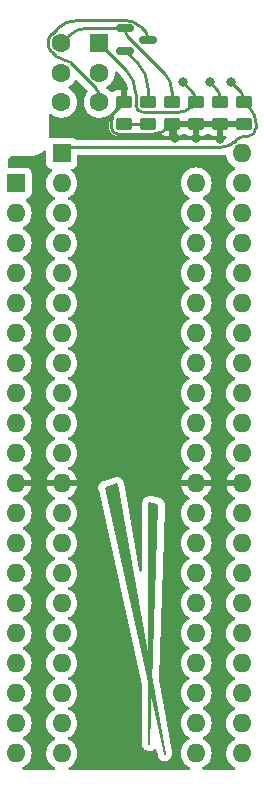
<source format=gbr>
%TF.GenerationSoftware,KiCad,Pcbnew,(6.0.5-0)*%
%TF.CreationDate,2022-06-06T13:25:29-07:00*%
%TF.ProjectId,tl866_27c322_adapter,746c3836-365f-4323-9763-3332325f6164,rev?*%
%TF.SameCoordinates,Original*%
%TF.FileFunction,Copper,L2,Bot*%
%TF.FilePolarity,Positive*%
%FSLAX46Y46*%
G04 Gerber Fmt 4.6, Leading zero omitted, Abs format (unit mm)*
G04 Created by KiCad (PCBNEW (6.0.5-0)) date 2022-06-06 13:25:29*
%MOMM*%
%LPD*%
G01*
G04 APERTURE LIST*
G04 Aperture macros list*
%AMRoundRect*
0 Rectangle with rounded corners*
0 $1 Rounding radius*
0 $2 $3 $4 $5 $6 $7 $8 $9 X,Y pos of 4 corners*
0 Add a 4 corners polygon primitive as box body*
4,1,4,$2,$3,$4,$5,$6,$7,$8,$9,$2,$3,0*
0 Add four circle primitives for the rounded corners*
1,1,$1+$1,$2,$3*
1,1,$1+$1,$4,$5*
1,1,$1+$1,$6,$7*
1,1,$1+$1,$8,$9*
0 Add four rect primitives between the rounded corners*
20,1,$1+$1,$2,$3,$4,$5,0*
20,1,$1+$1,$4,$5,$6,$7,0*
20,1,$1+$1,$6,$7,$8,$9,0*
20,1,$1+$1,$8,$9,$2,$3,0*%
G04 Aperture macros list end*
%TA.AperFunction,NonConductor*%
%ADD10C,0.200000*%
%TD*%
%TA.AperFunction,ComponentPad*%
%ADD11R,1.600000X1.600000*%
%TD*%
%TA.AperFunction,ComponentPad*%
%ADD12C,1.600000*%
%TD*%
%TA.AperFunction,ComponentPad*%
%ADD13O,1.600000X1.600000*%
%TD*%
%TA.AperFunction,SMDPad,CuDef*%
%ADD14RoundRect,0.250000X0.450000X-0.262500X0.450000X0.262500X-0.450000X0.262500X-0.450000X-0.262500X0*%
%TD*%
%TA.AperFunction,SMDPad,CuDef*%
%ADD15RoundRect,0.250000X-0.450000X0.262500X-0.450000X-0.262500X0.450000X-0.262500X0.450000X0.262500X0*%
%TD*%
%TA.AperFunction,SMDPad,CuDef*%
%ADD16RoundRect,0.150000X-0.587500X-0.150000X0.587500X-0.150000X0.587500X0.150000X-0.587500X0.150000X0*%
%TD*%
%TA.AperFunction,ViaPad*%
%ADD17C,0.800000*%
%TD*%
%TA.AperFunction,Conductor*%
%ADD18C,0.250000*%
%TD*%
G04 APERTURE END LIST*
D10*
G36*
X140540313Y-93942319D02*
G01*
X139859952Y-114198400D01*
X139854513Y-93840719D01*
X140540313Y-93942319D01*
G37*
X140540313Y-93942319D02*
X139859952Y-114198400D01*
X139854513Y-93840719D01*
X140540313Y-93942319D01*
G36*
X141146653Y-115032891D02*
G01*
X136142853Y-92503091D01*
X137082653Y-92223691D01*
X141146653Y-115032891D01*
G37*
X141146653Y-115032891D02*
X136142853Y-92503091D01*
X137082653Y-92223691D01*
X141146653Y-115032891D01*
D11*
%TO.P,SW2,1,A*%
%TO.N,Net-(R3-Pad2)*%
X135610400Y-54869500D03*
D12*
%TO.P,SW2,2,B*%
%TO.N,/A20*%
X135610400Y-57369500D03*
%TO.P,SW2,3,C*%
%TO.N,/{slash}BYTEVpp*%
X135610400Y-59869500D03*
%TO.P,SW2,4,A*%
%TO.N,Net-(Q1-Pad2)*%
X132410400Y-54869500D03*
%TO.P,SW2,5,B*%
%TO.N,/{slash}GVpp*%
X132410400Y-57369500D03*
%TO.P,SW2,6,C*%
%TO.N,/{slash}G*%
X132410400Y-59869500D03*
%TD*%
D11*
%TO.P,J1,1,Pin_1*%
%TO.N,/A18*%
X132435600Y-64185800D03*
D13*
%TO.P,J1,2,Pin_2*%
%TO.N,/A17*%
X132435600Y-66725800D03*
%TO.P,J1,3,Pin_3*%
%TO.N,/A7*%
X132435600Y-69265800D03*
%TO.P,J1,4,Pin_4*%
%TO.N,/A6*%
X132435600Y-71805800D03*
%TO.P,J1,5,Pin_5*%
%TO.N,/A5*%
X132435600Y-74345800D03*
%TO.P,J1,6,Pin_6*%
%TO.N,/A4*%
X132435600Y-76885800D03*
%TO.P,J1,7,Pin_7*%
%TO.N,/A3*%
X132435600Y-79425800D03*
%TO.P,J1,8,Pin_8*%
%TO.N,/A2*%
X132435600Y-81965800D03*
%TO.P,J1,9,Pin_9*%
%TO.N,/A1*%
X132435600Y-84505800D03*
%TO.P,J1,10,Pin_10*%
%TO.N,/A0*%
X132435600Y-87045800D03*
%TO.P,J1,11,Pin_11*%
%TO.N,/{slash}E*%
X132435600Y-89585800D03*
%TO.P,J1,12,Pin_12*%
%TO.N,GND*%
X132435600Y-92125800D03*
%TO.P,J1,13,Pin_13*%
%TO.N,/{slash}GVpp*%
X132435600Y-94665800D03*
%TO.P,J1,14,Pin_14*%
%TO.N,/Q0*%
X132435600Y-97205800D03*
%TO.P,J1,15,Pin_15*%
%TO.N,/Q8*%
X132435600Y-99745800D03*
%TO.P,J1,16,Pin_16*%
%TO.N,/Q1*%
X132435600Y-102285800D03*
%TO.P,J1,17,Pin_17*%
%TO.N,/Q9*%
X132435600Y-104825800D03*
%TO.P,J1,18,Pin_18*%
%TO.N,/Q2*%
X132435600Y-107365800D03*
%TO.P,J1,19,Pin_19*%
%TO.N,/Q10*%
X132435600Y-109905800D03*
%TO.P,J1,20,Pin_20*%
%TO.N,/Q3*%
X132435600Y-112445800D03*
%TO.P,J1,21,Pin_21*%
%TO.N,/Q11*%
X132435600Y-114985800D03*
%TO.P,J1,22,Pin_22*%
%TO.N,VCC*%
X147675600Y-114985800D03*
%TO.P,J1,23,Pin_23*%
%TO.N,/Q4*%
X147675600Y-112445800D03*
%TO.P,J1,24,Pin_24*%
%TO.N,/Q12*%
X147675600Y-109905800D03*
%TO.P,J1,25,Pin_25*%
%TO.N,/Q5*%
X147675600Y-107365800D03*
%TO.P,J1,26,Pin_26*%
%TO.N,/Q13*%
X147675600Y-104825800D03*
%TO.P,J1,27,Pin_27*%
%TO.N,/Q6*%
X147675600Y-102285800D03*
%TO.P,J1,28,Pin_28*%
%TO.N,/Q14*%
X147675600Y-99745800D03*
%TO.P,J1,29,Pin_29*%
%TO.N,/Q7*%
X147675600Y-97205800D03*
%TO.P,J1,30,Pin_30*%
%TO.N,/Q15*%
X147675600Y-94665800D03*
%TO.P,J1,31,Pin_31*%
%TO.N,GND*%
X147675600Y-92125800D03*
%TO.P,J1,32,Pin_32*%
%TO.N,/A20*%
X147675600Y-89585800D03*
%TO.P,J1,33,Pin_33*%
%TO.N,/A16*%
X147675600Y-87045800D03*
%TO.P,J1,34,Pin_34*%
%TO.N,/A15*%
X147675600Y-84505800D03*
%TO.P,J1,35,Pin_35*%
%TO.N,/A14*%
X147675600Y-81965800D03*
%TO.P,J1,36,Pin_36*%
%TO.N,/A13*%
X147675600Y-79425800D03*
%TO.P,J1,37,Pin_37*%
%TO.N,/A12*%
X147675600Y-76885800D03*
%TO.P,J1,38,Pin_38*%
%TO.N,/A11*%
X147675600Y-74345800D03*
%TO.P,J1,39,Pin_39*%
%TO.N,/A10*%
X147675600Y-71805800D03*
%TO.P,J1,40,Pin_40*%
%TO.N,/A9*%
X147675600Y-69265800D03*
%TO.P,J1,41,Pin_41*%
%TO.N,/A8*%
X147675600Y-66725800D03*
%TO.P,J1,42,Pin_42*%
%TO.N,/A19*%
X147675600Y-64185800D03*
%TD*%
D11*
%TO.P,J2,1,Pin_1*%
%TO.N,/A17*%
X128569800Y-66705400D03*
D13*
%TO.P,J2,2,Pin_2*%
%TO.N,/A7*%
X128569800Y-69245400D03*
%TO.P,J2,3,Pin_3*%
%TO.N,/A6*%
X128569800Y-71785400D03*
%TO.P,J2,4,Pin_4*%
%TO.N,/A5*%
X128569800Y-74325400D03*
%TO.P,J2,5,Pin_5*%
%TO.N,/A4*%
X128569800Y-76865400D03*
%TO.P,J2,6,Pin_6*%
%TO.N,/A3*%
X128569800Y-79405400D03*
%TO.P,J2,7,Pin_7*%
%TO.N,/A2*%
X128569800Y-81945400D03*
%TO.P,J2,8,Pin_8*%
%TO.N,/A1*%
X128569800Y-84485400D03*
%TO.P,J2,9,Pin_9*%
%TO.N,/A0*%
X128569800Y-87025400D03*
%TO.P,J2,10,Pin_10*%
%TO.N,/{slash}E*%
X128569800Y-89565400D03*
%TO.P,J2,11,Pin_11*%
%TO.N,GND*%
X128569800Y-92105400D03*
%TO.P,J2,12,Pin_12*%
%TO.N,/{slash}G*%
X128569800Y-94645400D03*
%TO.P,J2,13,Pin_13*%
%TO.N,/Q0*%
X128569800Y-97185400D03*
%TO.P,J2,14,Pin_14*%
%TO.N,/Q8*%
X128569800Y-99725400D03*
%TO.P,J2,15,Pin_15*%
%TO.N,/Q1*%
X128569800Y-102265400D03*
%TO.P,J2,16,Pin_16*%
%TO.N,/Q9*%
X128569800Y-104805400D03*
%TO.P,J2,17,Pin_17*%
%TO.N,/Q2*%
X128569800Y-107345400D03*
%TO.P,J2,18,Pin_18*%
%TO.N,/Q10*%
X128569800Y-109885400D03*
%TO.P,J2,19,Pin_19*%
%TO.N,/Q3*%
X128569800Y-112425400D03*
%TO.P,J2,20,Pin_20*%
%TO.N,/Q11*%
X128569800Y-114965400D03*
%TO.P,J2,21,Pin_21*%
%TO.N,VCC*%
X143809800Y-114965400D03*
%TO.P,J2,22,Pin_22*%
%TO.N,/Q4*%
X143809800Y-112425400D03*
%TO.P,J2,23,Pin_23*%
%TO.N,/Q12*%
X143809800Y-109885400D03*
%TO.P,J2,24,Pin_24*%
%TO.N,/Q5*%
X143809800Y-107345400D03*
%TO.P,J2,25,Pin_25*%
%TO.N,/Q13*%
X143809800Y-104805400D03*
%TO.P,J2,26,Pin_26*%
%TO.N,/Q6*%
X143809800Y-102265400D03*
%TO.P,J2,27,Pin_27*%
%TO.N,/Q14*%
X143809800Y-99725400D03*
%TO.P,J2,28,Pin_28*%
%TO.N,/Q7*%
X143809800Y-97185400D03*
%TO.P,J2,29,Pin_29*%
%TO.N,/Q15*%
X143809800Y-94645400D03*
%TO.P,J2,30,Pin_30*%
%TO.N,GND*%
X143809800Y-92105400D03*
%TO.P,J2,31,Pin_31*%
%TO.N,/{slash}BYTEVpp*%
X143809800Y-89565400D03*
%TO.P,J2,32,Pin_32*%
%TO.N,/A16*%
X143809800Y-87025400D03*
%TO.P,J2,33,Pin_33*%
%TO.N,/A15*%
X143809800Y-84485400D03*
%TO.P,J2,34,Pin_34*%
%TO.N,/A14*%
X143809800Y-81945400D03*
%TO.P,J2,35,Pin_35*%
%TO.N,/A13*%
X143809800Y-79405400D03*
%TO.P,J2,36,Pin_36*%
%TO.N,/A12*%
X143809800Y-76865400D03*
%TO.P,J2,37,Pin_37*%
%TO.N,/A11*%
X143809800Y-74325400D03*
%TO.P,J2,38,Pin_38*%
%TO.N,/A10*%
X143809800Y-71785400D03*
%TO.P,J2,39,Pin_39*%
%TO.N,/A9*%
X143809800Y-69245400D03*
%TO.P,J2,40,Pin_40*%
%TO.N,/A8*%
X143809800Y-66705400D03*
%TD*%
D14*
%TO.P,R4,1*%
%TO.N,GND*%
X145821400Y-61694700D03*
%TO.P,R4,2*%
%TO.N,/A19*%
X145821400Y-59869700D03*
%TD*%
%TO.P,R5,1*%
%TO.N,GND*%
X147853400Y-61694700D03*
%TO.P,R5,2*%
%TO.N,/A18*%
X147853400Y-59869700D03*
%TD*%
D15*
%TO.P,R1,1*%
%TO.N,Net-(Q1-Pad1)*%
X139725400Y-59869700D03*
%TO.P,R1,2*%
%TO.N,VCC*%
X139725400Y-61694700D03*
%TD*%
D14*
%TO.P,R2,1*%
%TO.N,GND*%
X141757400Y-61694700D03*
%TO.P,R2,2*%
%TO.N,Net-(Q1-Pad2)*%
X141757400Y-59869700D03*
%TD*%
%TO.P,R3,1*%
%TO.N,GND*%
X143789400Y-61694700D03*
%TO.P,R3,2*%
%TO.N,Net-(R3-Pad2)*%
X143789400Y-59869700D03*
%TD*%
D16*
%TO.P,Q1,1,B*%
%TO.N,Net-(Q1-Pad1)*%
X137822700Y-55509200D03*
%TO.P,Q1,2,C*%
%TO.N,Net-(Q1-Pad2)*%
X137822700Y-53609200D03*
%TO.P,Q1,3,E*%
%TO.N,/{slash}BYTEVpp*%
X139697700Y-54559200D03*
%TD*%
D15*
%TO.P,C1,1*%
%TO.N,GND*%
X137668000Y-59869700D03*
%TO.P,C1,2*%
%TO.N,VCC*%
X137668000Y-61694700D03*
%TD*%
D17*
%TO.N,GND*%
X143789400Y-64846200D03*
X141986000Y-64846200D03*
X145719800Y-93268800D03*
X145846800Y-62953300D03*
X145973800Y-64846200D03*
X145719800Y-90830400D03*
X130479800Y-91059000D03*
X143814800Y-62865000D03*
X142036800Y-62865000D03*
X132054600Y-62026800D03*
%TO.N,VCC*%
X137960700Y-61696600D03*
%TO.N,/A18*%
X146761200Y-58166000D03*
%TO.N,/A19*%
X144957800Y-58166000D03*
%TO.N,Net-(R3-Pad2)*%
X142671800Y-58166000D03*
%TD*%
D18*
%TO.N,GND*%
X141617701Y-61834401D02*
G75*
G02*
X141897099Y-61834401I139699J-139698D01*
G01*
X142035305Y-62863505D02*
X142035305Y-62109069D01*
X141897096Y-61834404D02*
G75*
G02*
X142035304Y-62109069I-358496J-352496D01*
G01*
X136782054Y-62393146D02*
G75*
G03*
X137116621Y-62531720I334546J334546D01*
G01*
X140328517Y-62531721D02*
G75*
G03*
X141338890Y-62113210I-17J1428921D01*
G01*
X136643489Y-62058578D02*
G75*
G03*
X136782060Y-62393140I473111J-22D01*
G01*
X142036800Y-62865000D02*
X142035305Y-62863505D01*
X136643480Y-62058578D02*
X136643480Y-61574390D01*
X141617700Y-61834400D02*
X141338890Y-62113210D01*
X140328517Y-62531720D02*
X137116621Y-62531720D01*
X143789400Y-62821639D02*
X143789400Y-61694700D01*
X132054600Y-62026800D02*
X134710045Y-62026800D01*
X143789400Y-92125800D02*
X143809800Y-92105400D01*
X145821400Y-62909939D02*
X145821400Y-61694700D01*
X136162527Y-61375172D02*
X137124432Y-60413267D01*
X137124432Y-60413267D02*
X137668000Y-59869700D01*
X143814800Y-62865000D02*
X143802100Y-62852300D01*
X145846800Y-62953300D02*
X145834100Y-62940600D01*
X136162527Y-61375172D02*
X136077190Y-61460510D01*
X136643456Y-61574390D02*
G75*
G02*
X137124432Y-60413267I1642044J-10D01*
G01*
X134710045Y-62026842D02*
G75*
G03*
X136077190Y-61460510I-45J1933442D01*
G01*
X145834112Y-62940588D02*
G75*
G02*
X145821400Y-62909939I30688J30688D01*
G01*
X136162479Y-61375124D02*
G75*
G02*
X136643480Y-61574390I199221J-199276D01*
G01*
X143802112Y-62852288D02*
G75*
G02*
X143789400Y-62821639I30688J30688D01*
G01*
%TO.N,VCC*%
X137959750Y-61695650D02*
X137960700Y-61696600D01*
X137957456Y-61694700D02*
X137668000Y-61694700D01*
X139724450Y-61695650D02*
X139725400Y-61694700D01*
X137960700Y-61696600D02*
X139722156Y-61696600D01*
X137957456Y-61694719D02*
G75*
G02*
X137959749Y-61695651I44J-3181D01*
G01*
X139722156Y-61696581D02*
G75*
G03*
X139724449Y-61695649I44J3181D01*
G01*
%TO.N,/A18*%
X148877920Y-62055087D02*
X148877920Y-61618665D01*
X147169950Y-63101149D02*
X147050500Y-63220600D01*
X148069597Y-60085897D02*
X148365660Y-60381960D01*
X132689600Y-63931800D02*
X132435600Y-64185800D01*
X146761200Y-58166000D02*
X147637202Y-59042002D01*
X147985350Y-62763400D02*
X148169607Y-62763400D01*
X133302810Y-63677800D02*
X145946721Y-63677800D01*
X148670468Y-62555948D02*
G75*
G03*
X148877920Y-62055087I-500868J500848D01*
G01*
X147853419Y-59563950D02*
G75*
G03*
X147637202Y-59042002I-738219J-50D01*
G01*
X145946721Y-63677808D02*
G75*
G03*
X147050499Y-63220599I-21J1561008D01*
G01*
X132689597Y-63931797D02*
G75*
G02*
X133302810Y-63677800I613203J-613203D01*
G01*
X147169936Y-63101135D02*
G75*
G02*
X147985350Y-62763400I815364J-815365D01*
G01*
X148069581Y-60085913D02*
G75*
G02*
X147853400Y-59563950I521919J521913D01*
G01*
X148169607Y-62763408D02*
G75*
G03*
X148670459Y-62555939I-7J708308D01*
G01*
X148877928Y-61618665D02*
G75*
G03*
X148365660Y-60381960I-1749028J-35D01*
G01*
%TO.N,/A19*%
X144957800Y-58166000D02*
X145524379Y-58732579D01*
X145821400Y-59449650D02*
X145821400Y-59869700D01*
X145821432Y-59449650D02*
G75*
G03*
X145524379Y-58732579I-1014132J-50D01*
G01*
%TO.N,/{slash}BYTEVpp*%
X135295631Y-58664431D02*
X133107428Y-56476228D01*
X135610400Y-59424350D02*
X135610400Y-59869500D01*
X133808740Y-52933600D02*
X137748136Y-52933600D01*
X131945571Y-55994971D02*
X131583347Y-55632747D01*
X139526731Y-53904659D02*
X139126686Y-53504614D01*
X132011599Y-53677999D02*
X131583347Y-54106252D01*
X139697700Y-54317414D02*
X139697700Y-54559200D01*
X131583346Y-55632748D02*
G75*
G02*
X131267200Y-54869500I763254J763248D01*
G01*
X132526500Y-56235613D02*
G75*
G02*
X133107428Y-56476228I0J-821587D01*
G01*
X132011588Y-53677988D02*
G75*
G02*
X133808740Y-52933600I1797112J-1797112D01*
G01*
X132526500Y-56235587D02*
G75*
G02*
X131945571Y-55994971I0J821587D01*
G01*
X137748136Y-52933585D02*
G75*
G02*
X139126686Y-53504614I-36J-1949615D01*
G01*
X131267201Y-54869500D02*
G75*
G02*
X131583347Y-54106252I1079399J0D01*
G01*
X139697696Y-54317414D02*
G75*
G03*
X139526730Y-53904660I-583696J14D01*
G01*
X135610360Y-59424350D02*
G75*
G03*
X135295630Y-58664432I-1074660J50D01*
G01*
%TO.N,Net-(Q1-Pad1)*%
X138856436Y-56542936D02*
X137822700Y-55509200D01*
X139725400Y-58640800D02*
X139725400Y-59869700D01*
X139725407Y-58640800D02*
G75*
G03*
X138856435Y-56542937I-2966807J0D01*
G01*
%TO.N,Net-(Q1-Pad2)*%
X141106074Y-57376146D02*
X137993668Y-54263740D01*
X133040550Y-54239350D02*
X132410400Y-54869500D01*
X141757400Y-58948586D02*
X141757400Y-59869700D01*
X134561866Y-53609200D02*
X137580914Y-53609200D01*
X133040560Y-54239360D02*
G75*
G02*
X134561866Y-53609200I1521340J-1521340D01*
G01*
X137993666Y-54263742D02*
G75*
G02*
X137822700Y-53850986I412734J412742D01*
G01*
X141757399Y-58948586D02*
G75*
G03*
X141106073Y-57376147I-2223799J-14D01*
G01*
X137580914Y-53609200D02*
G75*
G02*
X137822700Y-53850986I-14J-241800D01*
G01*
%TO.N,Net-(R3-Pad2)*%
X143582182Y-59076382D02*
X142671800Y-58166000D01*
X137848748Y-57107848D02*
X135610400Y-54869500D01*
X138700880Y-59165076D02*
X138700880Y-60132198D01*
X143370889Y-60288209D02*
X143582182Y-60076917D01*
X139275401Y-60706720D02*
X142360517Y-60706720D01*
X143789431Y-59576650D02*
G75*
G03*
X143582182Y-59076382I-707531J-50D01*
G01*
X142360517Y-60706719D02*
G75*
G03*
X143370888Y-60288208I-17J1428919D01*
G01*
X139275401Y-60706719D02*
G75*
G02*
X138869153Y-60538446I-1J574519D01*
G01*
X138869153Y-60538446D02*
G75*
G02*
X138700880Y-60132198I406247J406246D01*
G01*
X138700890Y-59165076D02*
G75*
G03*
X137848747Y-57107849I-2909390J-24D01*
G01*
X143582161Y-60076896D02*
G75*
G03*
X143789400Y-59576650I-500261J500296D01*
G01*
%TD*%
%TA.AperFunction,Conductor*%
%TO.N,GND*%
G36*
X131045132Y-63938775D02*
G01*
X131101968Y-63981322D01*
X131126779Y-64047842D01*
X131127100Y-64056831D01*
X131127100Y-65033934D01*
X131133855Y-65096116D01*
X131184985Y-65232505D01*
X131272339Y-65349061D01*
X131388895Y-65436415D01*
X131525284Y-65487545D01*
X131536074Y-65488717D01*
X131538206Y-65489603D01*
X131540822Y-65490225D01*
X131540721Y-65490648D01*
X131601635Y-65515955D01*
X131642063Y-65574317D01*
X131644522Y-65645271D01*
X131608229Y-65706290D01*
X131599569Y-65713289D01*
X131595807Y-65716446D01*
X131591300Y-65719602D01*
X131429402Y-65881500D01*
X131298077Y-66069051D01*
X131295754Y-66074033D01*
X131295751Y-66074038D01*
X131203639Y-66271575D01*
X131201316Y-66276557D01*
X131142057Y-66497713D01*
X131122102Y-66725800D01*
X131142057Y-66953887D01*
X131201316Y-67175043D01*
X131203639Y-67180024D01*
X131203639Y-67180025D01*
X131295751Y-67377562D01*
X131295754Y-67377567D01*
X131298077Y-67382549D01*
X131301234Y-67387057D01*
X131415410Y-67550117D01*
X131429402Y-67570100D01*
X131591300Y-67731998D01*
X131595808Y-67735155D01*
X131595811Y-67735157D01*
X131630278Y-67759291D01*
X131778851Y-67863323D01*
X131783833Y-67865646D01*
X131783838Y-67865649D01*
X131818057Y-67881605D01*
X131871342Y-67928522D01*
X131890803Y-67996799D01*
X131870261Y-68064759D01*
X131818057Y-68109995D01*
X131783838Y-68125951D01*
X131783833Y-68125954D01*
X131778851Y-68128277D01*
X131703085Y-68181329D01*
X131595811Y-68256443D01*
X131595808Y-68256445D01*
X131591300Y-68259602D01*
X131429402Y-68421500D01*
X131298077Y-68609051D01*
X131295754Y-68614033D01*
X131295751Y-68614038D01*
X131203639Y-68811575D01*
X131201316Y-68816557D01*
X131142057Y-69037713D01*
X131122102Y-69265800D01*
X131142057Y-69493887D01*
X131201316Y-69715043D01*
X131203639Y-69720024D01*
X131203639Y-69720025D01*
X131295751Y-69917562D01*
X131295754Y-69917567D01*
X131298077Y-69922549D01*
X131301234Y-69927057D01*
X131415118Y-70089700D01*
X131429402Y-70110100D01*
X131591300Y-70271998D01*
X131595808Y-70275155D01*
X131595811Y-70275157D01*
X131673989Y-70329898D01*
X131778851Y-70403323D01*
X131783833Y-70405646D01*
X131783838Y-70405649D01*
X131818057Y-70421605D01*
X131871342Y-70468522D01*
X131890803Y-70536799D01*
X131870261Y-70604759D01*
X131818057Y-70649995D01*
X131783838Y-70665951D01*
X131783833Y-70665954D01*
X131778851Y-70668277D01*
X131673989Y-70741702D01*
X131595811Y-70796443D01*
X131595808Y-70796445D01*
X131591300Y-70799602D01*
X131429402Y-70961500D01*
X131298077Y-71149051D01*
X131295754Y-71154033D01*
X131295751Y-71154038D01*
X131203639Y-71351575D01*
X131201316Y-71356557D01*
X131142057Y-71577713D01*
X131122102Y-71805800D01*
X131142057Y-72033887D01*
X131201316Y-72255043D01*
X131203639Y-72260024D01*
X131203639Y-72260025D01*
X131295751Y-72457562D01*
X131295754Y-72457567D01*
X131298077Y-72462549D01*
X131301234Y-72467057D01*
X131415118Y-72629700D01*
X131429402Y-72650100D01*
X131591300Y-72811998D01*
X131595808Y-72815155D01*
X131595811Y-72815157D01*
X131673989Y-72869898D01*
X131778851Y-72943323D01*
X131783833Y-72945646D01*
X131783838Y-72945649D01*
X131818057Y-72961605D01*
X131871342Y-73008522D01*
X131890803Y-73076799D01*
X131870261Y-73144759D01*
X131818057Y-73189995D01*
X131783838Y-73205951D01*
X131783833Y-73205954D01*
X131778851Y-73208277D01*
X131673989Y-73281702D01*
X131595811Y-73336443D01*
X131595808Y-73336445D01*
X131591300Y-73339602D01*
X131429402Y-73501500D01*
X131298077Y-73689051D01*
X131295754Y-73694033D01*
X131295751Y-73694038D01*
X131203639Y-73891575D01*
X131201316Y-73896557D01*
X131142057Y-74117713D01*
X131122102Y-74345800D01*
X131142057Y-74573887D01*
X131201316Y-74795043D01*
X131203639Y-74800024D01*
X131203639Y-74800025D01*
X131295751Y-74997562D01*
X131295754Y-74997567D01*
X131298077Y-75002549D01*
X131301234Y-75007057D01*
X131415118Y-75169700D01*
X131429402Y-75190100D01*
X131591300Y-75351998D01*
X131595808Y-75355155D01*
X131595811Y-75355157D01*
X131673989Y-75409898D01*
X131778851Y-75483323D01*
X131783833Y-75485646D01*
X131783838Y-75485649D01*
X131818057Y-75501605D01*
X131871342Y-75548522D01*
X131890803Y-75616799D01*
X131870261Y-75684759D01*
X131818057Y-75729995D01*
X131783838Y-75745951D01*
X131783833Y-75745954D01*
X131778851Y-75748277D01*
X131673989Y-75821702D01*
X131595811Y-75876443D01*
X131595808Y-75876445D01*
X131591300Y-75879602D01*
X131429402Y-76041500D01*
X131298077Y-76229051D01*
X131295754Y-76234033D01*
X131295751Y-76234038D01*
X131203639Y-76431575D01*
X131201316Y-76436557D01*
X131142057Y-76657713D01*
X131122102Y-76885800D01*
X131142057Y-77113887D01*
X131201316Y-77335043D01*
X131203639Y-77340024D01*
X131203639Y-77340025D01*
X131295751Y-77537562D01*
X131295754Y-77537567D01*
X131298077Y-77542549D01*
X131301234Y-77547057D01*
X131415118Y-77709700D01*
X131429402Y-77730100D01*
X131591300Y-77891998D01*
X131595808Y-77895155D01*
X131595811Y-77895157D01*
X131673989Y-77949898D01*
X131778851Y-78023323D01*
X131783833Y-78025646D01*
X131783838Y-78025649D01*
X131818057Y-78041605D01*
X131871342Y-78088522D01*
X131890803Y-78156799D01*
X131870261Y-78224759D01*
X131818057Y-78269995D01*
X131783838Y-78285951D01*
X131783833Y-78285954D01*
X131778851Y-78288277D01*
X131673989Y-78361702D01*
X131595811Y-78416443D01*
X131595808Y-78416445D01*
X131591300Y-78419602D01*
X131429402Y-78581500D01*
X131298077Y-78769051D01*
X131295754Y-78774033D01*
X131295751Y-78774038D01*
X131203639Y-78971575D01*
X131201316Y-78976557D01*
X131142057Y-79197713D01*
X131122102Y-79425800D01*
X131142057Y-79653887D01*
X131201316Y-79875043D01*
X131203639Y-79880024D01*
X131203639Y-79880025D01*
X131295751Y-80077562D01*
X131295754Y-80077567D01*
X131298077Y-80082549D01*
X131301234Y-80087057D01*
X131415118Y-80249700D01*
X131429402Y-80270100D01*
X131591300Y-80431998D01*
X131595808Y-80435155D01*
X131595811Y-80435157D01*
X131673989Y-80489898D01*
X131778851Y-80563323D01*
X131783833Y-80565646D01*
X131783838Y-80565649D01*
X131818057Y-80581605D01*
X131871342Y-80628522D01*
X131890803Y-80696799D01*
X131870261Y-80764759D01*
X131818057Y-80809995D01*
X131783838Y-80825951D01*
X131783833Y-80825954D01*
X131778851Y-80828277D01*
X131673989Y-80901702D01*
X131595811Y-80956443D01*
X131595808Y-80956445D01*
X131591300Y-80959602D01*
X131429402Y-81121500D01*
X131298077Y-81309051D01*
X131295754Y-81314033D01*
X131295751Y-81314038D01*
X131203639Y-81511575D01*
X131201316Y-81516557D01*
X131142057Y-81737713D01*
X131122102Y-81965800D01*
X131142057Y-82193887D01*
X131201316Y-82415043D01*
X131203639Y-82420024D01*
X131203639Y-82420025D01*
X131295751Y-82617562D01*
X131295754Y-82617567D01*
X131298077Y-82622549D01*
X131301234Y-82627057D01*
X131415118Y-82789700D01*
X131429402Y-82810100D01*
X131591300Y-82971998D01*
X131595808Y-82975155D01*
X131595811Y-82975157D01*
X131673989Y-83029898D01*
X131778851Y-83103323D01*
X131783833Y-83105646D01*
X131783838Y-83105649D01*
X131818057Y-83121605D01*
X131871342Y-83168522D01*
X131890803Y-83236799D01*
X131870261Y-83304759D01*
X131818057Y-83349995D01*
X131783838Y-83365951D01*
X131783833Y-83365954D01*
X131778851Y-83368277D01*
X131673989Y-83441702D01*
X131595811Y-83496443D01*
X131595808Y-83496445D01*
X131591300Y-83499602D01*
X131429402Y-83661500D01*
X131298077Y-83849051D01*
X131295754Y-83854033D01*
X131295751Y-83854038D01*
X131203639Y-84051575D01*
X131201316Y-84056557D01*
X131142057Y-84277713D01*
X131122102Y-84505800D01*
X131142057Y-84733887D01*
X131201316Y-84955043D01*
X131203639Y-84960024D01*
X131203639Y-84960025D01*
X131295751Y-85157562D01*
X131295754Y-85157567D01*
X131298077Y-85162549D01*
X131301234Y-85167057D01*
X131415118Y-85329700D01*
X131429402Y-85350100D01*
X131591300Y-85511998D01*
X131595808Y-85515155D01*
X131595811Y-85515157D01*
X131673989Y-85569898D01*
X131778851Y-85643323D01*
X131783833Y-85645646D01*
X131783838Y-85645649D01*
X131818057Y-85661605D01*
X131871342Y-85708522D01*
X131890803Y-85776799D01*
X131870261Y-85844759D01*
X131818057Y-85889995D01*
X131783838Y-85905951D01*
X131783833Y-85905954D01*
X131778851Y-85908277D01*
X131673989Y-85981702D01*
X131595811Y-86036443D01*
X131595808Y-86036445D01*
X131591300Y-86039602D01*
X131429402Y-86201500D01*
X131298077Y-86389051D01*
X131295754Y-86394033D01*
X131295751Y-86394038D01*
X131203639Y-86591575D01*
X131201316Y-86596557D01*
X131142057Y-86817713D01*
X131122102Y-87045800D01*
X131142057Y-87273887D01*
X131201316Y-87495043D01*
X131203639Y-87500024D01*
X131203639Y-87500025D01*
X131295751Y-87697562D01*
X131295754Y-87697567D01*
X131298077Y-87702549D01*
X131301234Y-87707057D01*
X131415118Y-87869700D01*
X131429402Y-87890100D01*
X131591300Y-88051998D01*
X131595808Y-88055155D01*
X131595811Y-88055157D01*
X131673989Y-88109898D01*
X131778851Y-88183323D01*
X131783833Y-88185646D01*
X131783838Y-88185649D01*
X131818057Y-88201605D01*
X131871342Y-88248522D01*
X131890803Y-88316799D01*
X131870261Y-88384759D01*
X131818057Y-88429995D01*
X131783838Y-88445951D01*
X131783833Y-88445954D01*
X131778851Y-88448277D01*
X131673989Y-88521702D01*
X131595811Y-88576443D01*
X131595808Y-88576445D01*
X131591300Y-88579602D01*
X131429402Y-88741500D01*
X131298077Y-88929051D01*
X131295754Y-88934033D01*
X131295751Y-88934038D01*
X131203639Y-89131575D01*
X131201316Y-89136557D01*
X131142057Y-89357713D01*
X131122102Y-89585800D01*
X131142057Y-89813887D01*
X131201316Y-90035043D01*
X131203639Y-90040024D01*
X131203639Y-90040025D01*
X131295751Y-90237562D01*
X131295754Y-90237567D01*
X131298077Y-90242549D01*
X131301234Y-90247057D01*
X131415118Y-90409700D01*
X131429402Y-90430100D01*
X131591300Y-90591998D01*
X131595808Y-90595155D01*
X131595811Y-90595157D01*
X131673989Y-90649898D01*
X131778851Y-90723323D01*
X131783833Y-90725646D01*
X131783838Y-90725649D01*
X131818649Y-90741881D01*
X131871934Y-90788798D01*
X131891395Y-90857075D01*
X131870853Y-90925035D01*
X131818649Y-90970271D01*
X131784089Y-90986386D01*
X131774593Y-90991869D01*
X131596133Y-91116828D01*
X131587725Y-91123884D01*
X131433684Y-91277925D01*
X131426628Y-91286333D01*
X131301669Y-91464793D01*
X131296186Y-91474289D01*
X131204110Y-91671747D01*
X131200364Y-91682039D01*
X131154206Y-91854303D01*
X131154542Y-91868399D01*
X131162484Y-91871800D01*
X133703567Y-91871800D01*
X133717098Y-91867827D01*
X133718327Y-91859278D01*
X133670836Y-91682039D01*
X133667090Y-91671747D01*
X133575014Y-91474289D01*
X133569531Y-91464793D01*
X133444572Y-91286333D01*
X133437516Y-91277925D01*
X133283475Y-91123884D01*
X133275067Y-91116828D01*
X133096607Y-90991869D01*
X133087111Y-90986386D01*
X133052551Y-90970271D01*
X132999266Y-90923354D01*
X132979805Y-90855077D01*
X133000347Y-90787117D01*
X133052551Y-90741881D01*
X133087362Y-90725649D01*
X133087367Y-90725646D01*
X133092349Y-90723323D01*
X133197211Y-90649898D01*
X133275389Y-90595157D01*
X133275392Y-90595155D01*
X133279900Y-90591998D01*
X133441798Y-90430100D01*
X133456083Y-90409700D01*
X133569966Y-90247057D01*
X133573123Y-90242549D01*
X133575446Y-90237567D01*
X133575449Y-90237562D01*
X133667561Y-90040025D01*
X133667561Y-90040024D01*
X133669884Y-90035043D01*
X133729143Y-89813887D01*
X133749098Y-89585800D01*
X133747313Y-89565400D01*
X142496302Y-89565400D01*
X142516257Y-89793487D01*
X142575516Y-90014643D01*
X142577839Y-90019624D01*
X142577839Y-90019625D01*
X142669951Y-90217162D01*
X142669954Y-90217167D01*
X142672277Y-90222149D01*
X142803602Y-90409700D01*
X142965500Y-90571598D01*
X142970008Y-90574755D01*
X142970011Y-90574757D01*
X143048189Y-90629498D01*
X143153051Y-90702923D01*
X143158033Y-90705246D01*
X143158038Y-90705249D01*
X143192849Y-90721481D01*
X143246134Y-90768398D01*
X143265595Y-90836675D01*
X143245053Y-90904635D01*
X143192849Y-90949871D01*
X143158289Y-90965986D01*
X143148793Y-90971469D01*
X142970333Y-91096428D01*
X142961925Y-91103484D01*
X142807884Y-91257525D01*
X142800828Y-91265933D01*
X142675869Y-91444393D01*
X142670386Y-91453889D01*
X142578310Y-91651347D01*
X142574564Y-91661639D01*
X142528406Y-91833903D01*
X142528742Y-91847999D01*
X142536684Y-91851400D01*
X145077767Y-91851400D01*
X145091298Y-91847427D01*
X145092527Y-91838878D01*
X145045036Y-91661639D01*
X145041290Y-91651347D01*
X144949214Y-91453889D01*
X144943731Y-91444393D01*
X144818772Y-91265933D01*
X144811716Y-91257525D01*
X144657675Y-91103484D01*
X144649267Y-91096428D01*
X144470807Y-90971469D01*
X144461311Y-90965986D01*
X144426751Y-90949871D01*
X144373466Y-90902954D01*
X144354005Y-90834677D01*
X144374547Y-90766717D01*
X144426751Y-90721481D01*
X144461562Y-90705249D01*
X144461567Y-90705246D01*
X144466549Y-90702923D01*
X144571411Y-90629498D01*
X144649589Y-90574757D01*
X144649592Y-90574755D01*
X144654100Y-90571598D01*
X144815998Y-90409700D01*
X144947323Y-90222149D01*
X144949646Y-90217167D01*
X144949649Y-90217162D01*
X145041761Y-90019625D01*
X145041761Y-90019624D01*
X145044084Y-90014643D01*
X145103343Y-89793487D01*
X145123298Y-89565400D01*
X145103343Y-89337313D01*
X145044084Y-89116157D01*
X145041761Y-89111175D01*
X144949649Y-88913638D01*
X144949646Y-88913633D01*
X144947323Y-88908651D01*
X144833441Y-88746011D01*
X144819157Y-88725611D01*
X144819155Y-88725608D01*
X144815998Y-88721100D01*
X144654100Y-88559202D01*
X144649592Y-88556045D01*
X144649589Y-88556043D01*
X144515500Y-88462153D01*
X144466549Y-88427877D01*
X144461567Y-88425554D01*
X144461562Y-88425551D01*
X144427343Y-88409595D01*
X144374058Y-88362678D01*
X144354597Y-88294401D01*
X144375139Y-88226441D01*
X144427343Y-88181205D01*
X144461562Y-88165249D01*
X144461567Y-88165246D01*
X144466549Y-88162923D01*
X144571411Y-88089498D01*
X144649589Y-88034757D01*
X144649592Y-88034755D01*
X144654100Y-88031598D01*
X144815998Y-87869700D01*
X144947323Y-87682149D01*
X144949646Y-87677167D01*
X144949649Y-87677162D01*
X145041761Y-87479625D01*
X145041761Y-87479624D01*
X145044084Y-87474643D01*
X145103343Y-87253487D01*
X145123298Y-87025400D01*
X145103343Y-86797313D01*
X145044084Y-86576157D01*
X145041761Y-86571175D01*
X144949649Y-86373638D01*
X144949646Y-86373633D01*
X144947323Y-86368651D01*
X144833441Y-86206011D01*
X144819157Y-86185611D01*
X144819155Y-86185608D01*
X144815998Y-86181100D01*
X144654100Y-86019202D01*
X144649592Y-86016045D01*
X144649589Y-86016043D01*
X144515500Y-85922153D01*
X144466549Y-85887877D01*
X144461567Y-85885554D01*
X144461562Y-85885551D01*
X144427343Y-85869595D01*
X144374058Y-85822678D01*
X144354597Y-85754401D01*
X144375139Y-85686441D01*
X144427343Y-85641205D01*
X144461562Y-85625249D01*
X144461567Y-85625246D01*
X144466549Y-85622923D01*
X144571411Y-85549498D01*
X144649589Y-85494757D01*
X144649592Y-85494755D01*
X144654100Y-85491598D01*
X144815998Y-85329700D01*
X144947323Y-85142149D01*
X144949646Y-85137167D01*
X144949649Y-85137162D01*
X145041761Y-84939625D01*
X145041761Y-84939624D01*
X145044084Y-84934643D01*
X145103343Y-84713487D01*
X145123298Y-84485400D01*
X145103343Y-84257313D01*
X145044084Y-84036157D01*
X145041761Y-84031175D01*
X144949649Y-83833638D01*
X144949646Y-83833633D01*
X144947323Y-83828651D01*
X144833441Y-83666011D01*
X144819157Y-83645611D01*
X144819155Y-83645608D01*
X144815998Y-83641100D01*
X144654100Y-83479202D01*
X144649592Y-83476045D01*
X144649589Y-83476043D01*
X144515500Y-83382153D01*
X144466549Y-83347877D01*
X144461567Y-83345554D01*
X144461562Y-83345551D01*
X144427343Y-83329595D01*
X144374058Y-83282678D01*
X144354597Y-83214401D01*
X144375139Y-83146441D01*
X144427343Y-83101205D01*
X144461562Y-83085249D01*
X144461567Y-83085246D01*
X144466549Y-83082923D01*
X144571411Y-83009498D01*
X144649589Y-82954757D01*
X144649592Y-82954755D01*
X144654100Y-82951598D01*
X144815998Y-82789700D01*
X144947323Y-82602149D01*
X144949646Y-82597167D01*
X144949649Y-82597162D01*
X145041761Y-82399625D01*
X145041761Y-82399624D01*
X145044084Y-82394643D01*
X145103343Y-82173487D01*
X145123298Y-81945400D01*
X145103343Y-81717313D01*
X145044084Y-81496157D01*
X145041761Y-81491175D01*
X144949649Y-81293638D01*
X144949646Y-81293633D01*
X144947323Y-81288651D01*
X144833441Y-81126011D01*
X144819157Y-81105611D01*
X144819155Y-81105608D01*
X144815998Y-81101100D01*
X144654100Y-80939202D01*
X144649592Y-80936045D01*
X144649589Y-80936043D01*
X144515500Y-80842153D01*
X144466549Y-80807877D01*
X144461567Y-80805554D01*
X144461562Y-80805551D01*
X144427343Y-80789595D01*
X144374058Y-80742678D01*
X144354597Y-80674401D01*
X144375139Y-80606441D01*
X144427343Y-80561205D01*
X144461562Y-80545249D01*
X144461567Y-80545246D01*
X144466549Y-80542923D01*
X144571411Y-80469498D01*
X144649589Y-80414757D01*
X144649592Y-80414755D01*
X144654100Y-80411598D01*
X144815998Y-80249700D01*
X144947323Y-80062149D01*
X144949646Y-80057167D01*
X144949649Y-80057162D01*
X145041761Y-79859625D01*
X145041761Y-79859624D01*
X145044084Y-79854643D01*
X145103343Y-79633487D01*
X145123298Y-79405400D01*
X145103343Y-79177313D01*
X145044084Y-78956157D01*
X145041761Y-78951175D01*
X144949649Y-78753638D01*
X144949646Y-78753633D01*
X144947323Y-78748651D01*
X144833441Y-78586011D01*
X144819157Y-78565611D01*
X144819155Y-78565608D01*
X144815998Y-78561100D01*
X144654100Y-78399202D01*
X144649592Y-78396045D01*
X144649589Y-78396043D01*
X144515500Y-78302153D01*
X144466549Y-78267877D01*
X144461567Y-78265554D01*
X144461562Y-78265551D01*
X144427343Y-78249595D01*
X144374058Y-78202678D01*
X144354597Y-78134401D01*
X144375139Y-78066441D01*
X144427343Y-78021205D01*
X144461562Y-78005249D01*
X144461567Y-78005246D01*
X144466549Y-78002923D01*
X144571411Y-77929498D01*
X144649589Y-77874757D01*
X144649592Y-77874755D01*
X144654100Y-77871598D01*
X144815998Y-77709700D01*
X144947323Y-77522149D01*
X144949646Y-77517167D01*
X144949649Y-77517162D01*
X145041761Y-77319625D01*
X145041761Y-77319624D01*
X145044084Y-77314643D01*
X145103343Y-77093487D01*
X145123298Y-76865400D01*
X145103343Y-76637313D01*
X145044084Y-76416157D01*
X145041761Y-76411175D01*
X144949649Y-76213638D01*
X144949646Y-76213633D01*
X144947323Y-76208651D01*
X144833441Y-76046011D01*
X144819157Y-76025611D01*
X144819155Y-76025608D01*
X144815998Y-76021100D01*
X144654100Y-75859202D01*
X144649592Y-75856045D01*
X144649589Y-75856043D01*
X144515500Y-75762153D01*
X144466549Y-75727877D01*
X144461567Y-75725554D01*
X144461562Y-75725551D01*
X144427343Y-75709595D01*
X144374058Y-75662678D01*
X144354597Y-75594401D01*
X144375139Y-75526441D01*
X144427343Y-75481205D01*
X144461562Y-75465249D01*
X144461567Y-75465246D01*
X144466549Y-75462923D01*
X144571411Y-75389498D01*
X144649589Y-75334757D01*
X144649592Y-75334755D01*
X144654100Y-75331598D01*
X144815998Y-75169700D01*
X144947323Y-74982149D01*
X144949646Y-74977167D01*
X144949649Y-74977162D01*
X145041761Y-74779625D01*
X145041761Y-74779624D01*
X145044084Y-74774643D01*
X145103343Y-74553487D01*
X145123298Y-74325400D01*
X145103343Y-74097313D01*
X145044084Y-73876157D01*
X145041761Y-73871175D01*
X144949649Y-73673638D01*
X144949646Y-73673633D01*
X144947323Y-73668651D01*
X144833441Y-73506011D01*
X144819157Y-73485611D01*
X144819155Y-73485608D01*
X144815998Y-73481100D01*
X144654100Y-73319202D01*
X144649592Y-73316045D01*
X144649589Y-73316043D01*
X144515500Y-73222153D01*
X144466549Y-73187877D01*
X144461567Y-73185554D01*
X144461562Y-73185551D01*
X144427343Y-73169595D01*
X144374058Y-73122678D01*
X144354597Y-73054401D01*
X144375139Y-72986441D01*
X144427343Y-72941205D01*
X144461562Y-72925249D01*
X144461567Y-72925246D01*
X144466549Y-72922923D01*
X144571411Y-72849498D01*
X144649589Y-72794757D01*
X144649592Y-72794755D01*
X144654100Y-72791598D01*
X144815998Y-72629700D01*
X144947323Y-72442149D01*
X144949646Y-72437167D01*
X144949649Y-72437162D01*
X145041761Y-72239625D01*
X145041761Y-72239624D01*
X145044084Y-72234643D01*
X145103343Y-72013487D01*
X145123298Y-71785400D01*
X145103343Y-71557313D01*
X145044084Y-71336157D01*
X145041761Y-71331175D01*
X144949649Y-71133638D01*
X144949646Y-71133633D01*
X144947323Y-71128651D01*
X144833441Y-70966011D01*
X144819157Y-70945611D01*
X144819155Y-70945608D01*
X144815998Y-70941100D01*
X144654100Y-70779202D01*
X144649592Y-70776045D01*
X144649589Y-70776043D01*
X144515500Y-70682153D01*
X144466549Y-70647877D01*
X144461567Y-70645554D01*
X144461562Y-70645551D01*
X144427343Y-70629595D01*
X144374058Y-70582678D01*
X144354597Y-70514401D01*
X144375139Y-70446441D01*
X144427343Y-70401205D01*
X144461562Y-70385249D01*
X144461567Y-70385246D01*
X144466549Y-70382923D01*
X144571411Y-70309498D01*
X144649589Y-70254757D01*
X144649592Y-70254755D01*
X144654100Y-70251598D01*
X144815998Y-70089700D01*
X144947323Y-69902149D01*
X144949646Y-69897167D01*
X144949649Y-69897162D01*
X145041761Y-69699625D01*
X145041761Y-69699624D01*
X145044084Y-69694643D01*
X145103343Y-69473487D01*
X145123298Y-69245400D01*
X145103343Y-69017313D01*
X145044084Y-68796157D01*
X145041761Y-68791175D01*
X144949649Y-68593638D01*
X144949646Y-68593633D01*
X144947323Y-68588651D01*
X144833441Y-68426011D01*
X144819157Y-68405611D01*
X144819155Y-68405608D01*
X144815998Y-68401100D01*
X144654100Y-68239202D01*
X144649592Y-68236045D01*
X144649589Y-68236043D01*
X144515500Y-68142153D01*
X144466549Y-68107877D01*
X144461567Y-68105554D01*
X144461562Y-68105551D01*
X144427343Y-68089595D01*
X144374058Y-68042678D01*
X144354597Y-67974401D01*
X144375139Y-67906441D01*
X144427343Y-67861205D01*
X144461562Y-67845249D01*
X144461567Y-67845246D01*
X144466549Y-67842923D01*
X144608258Y-67743697D01*
X144649589Y-67714757D01*
X144649592Y-67714755D01*
X144654100Y-67711598D01*
X144815998Y-67549700D01*
X144947323Y-67362149D01*
X144949646Y-67357167D01*
X144949649Y-67357162D01*
X145041761Y-67159625D01*
X145041761Y-67159624D01*
X145044084Y-67154643D01*
X145103343Y-66933487D01*
X145123298Y-66705400D01*
X145103343Y-66477313D01*
X145044084Y-66256157D01*
X145041761Y-66251175D01*
X144949649Y-66053638D01*
X144949646Y-66053633D01*
X144947323Y-66048651D01*
X144833441Y-65886011D01*
X144819157Y-65865611D01*
X144819155Y-65865608D01*
X144815998Y-65861100D01*
X144654100Y-65699202D01*
X144649592Y-65696045D01*
X144649589Y-65696043D01*
X144571411Y-65641302D01*
X144466549Y-65567877D01*
X144461567Y-65565554D01*
X144461562Y-65565551D01*
X144264025Y-65473439D01*
X144264024Y-65473439D01*
X144259043Y-65471116D01*
X144253735Y-65469694D01*
X144253733Y-65469693D01*
X144043202Y-65413281D01*
X144043200Y-65413281D01*
X144037887Y-65411857D01*
X143809800Y-65391902D01*
X143581713Y-65411857D01*
X143576400Y-65413281D01*
X143576398Y-65413281D01*
X143365867Y-65469693D01*
X143365865Y-65469694D01*
X143360557Y-65471116D01*
X143355576Y-65473439D01*
X143355575Y-65473439D01*
X143158038Y-65565551D01*
X143158033Y-65565554D01*
X143153051Y-65567877D01*
X143048189Y-65641302D01*
X142970011Y-65696043D01*
X142970008Y-65696045D01*
X142965500Y-65699202D01*
X142803602Y-65861100D01*
X142800445Y-65865608D01*
X142800443Y-65865611D01*
X142786159Y-65886011D01*
X142672277Y-66048651D01*
X142669954Y-66053633D01*
X142669951Y-66053638D01*
X142577839Y-66251175D01*
X142575516Y-66256157D01*
X142516257Y-66477313D01*
X142496302Y-66705400D01*
X142516257Y-66933487D01*
X142575516Y-67154643D01*
X142577839Y-67159624D01*
X142577839Y-67159625D01*
X142669951Y-67357162D01*
X142669954Y-67357167D01*
X142672277Y-67362149D01*
X142803602Y-67549700D01*
X142965500Y-67711598D01*
X142970008Y-67714755D01*
X142970011Y-67714757D01*
X143011342Y-67743697D01*
X143153051Y-67842923D01*
X143158033Y-67845246D01*
X143158038Y-67845249D01*
X143192257Y-67861205D01*
X143245542Y-67908122D01*
X143265003Y-67976399D01*
X143244461Y-68044359D01*
X143192257Y-68089595D01*
X143158038Y-68105551D01*
X143158033Y-68105554D01*
X143153051Y-68107877D01*
X143104100Y-68142153D01*
X142970011Y-68236043D01*
X142970008Y-68236045D01*
X142965500Y-68239202D01*
X142803602Y-68401100D01*
X142800445Y-68405608D01*
X142800443Y-68405611D01*
X142786159Y-68426011D01*
X142672277Y-68588651D01*
X142669954Y-68593633D01*
X142669951Y-68593638D01*
X142577839Y-68791175D01*
X142575516Y-68796157D01*
X142516257Y-69017313D01*
X142496302Y-69245400D01*
X142516257Y-69473487D01*
X142575516Y-69694643D01*
X142577839Y-69699624D01*
X142577839Y-69699625D01*
X142669951Y-69897162D01*
X142669954Y-69897167D01*
X142672277Y-69902149D01*
X142803602Y-70089700D01*
X142965500Y-70251598D01*
X142970008Y-70254755D01*
X142970011Y-70254757D01*
X143048189Y-70309498D01*
X143153051Y-70382923D01*
X143158033Y-70385246D01*
X143158038Y-70385249D01*
X143192257Y-70401205D01*
X143245542Y-70448122D01*
X143265003Y-70516399D01*
X143244461Y-70584359D01*
X143192257Y-70629595D01*
X143158038Y-70645551D01*
X143158033Y-70645554D01*
X143153051Y-70647877D01*
X143104100Y-70682153D01*
X142970011Y-70776043D01*
X142970008Y-70776045D01*
X142965500Y-70779202D01*
X142803602Y-70941100D01*
X142800445Y-70945608D01*
X142800443Y-70945611D01*
X142786159Y-70966011D01*
X142672277Y-71128651D01*
X142669954Y-71133633D01*
X142669951Y-71133638D01*
X142577839Y-71331175D01*
X142575516Y-71336157D01*
X142516257Y-71557313D01*
X142496302Y-71785400D01*
X142516257Y-72013487D01*
X142575516Y-72234643D01*
X142577839Y-72239624D01*
X142577839Y-72239625D01*
X142669951Y-72437162D01*
X142669954Y-72437167D01*
X142672277Y-72442149D01*
X142803602Y-72629700D01*
X142965500Y-72791598D01*
X142970008Y-72794755D01*
X142970011Y-72794757D01*
X143048189Y-72849498D01*
X143153051Y-72922923D01*
X143158033Y-72925246D01*
X143158038Y-72925249D01*
X143192257Y-72941205D01*
X143245542Y-72988122D01*
X143265003Y-73056399D01*
X143244461Y-73124359D01*
X143192257Y-73169595D01*
X143158038Y-73185551D01*
X143158033Y-73185554D01*
X143153051Y-73187877D01*
X143104100Y-73222153D01*
X142970011Y-73316043D01*
X142970008Y-73316045D01*
X142965500Y-73319202D01*
X142803602Y-73481100D01*
X142800445Y-73485608D01*
X142800443Y-73485611D01*
X142786159Y-73506011D01*
X142672277Y-73668651D01*
X142669954Y-73673633D01*
X142669951Y-73673638D01*
X142577839Y-73871175D01*
X142575516Y-73876157D01*
X142516257Y-74097313D01*
X142496302Y-74325400D01*
X142516257Y-74553487D01*
X142575516Y-74774643D01*
X142577839Y-74779624D01*
X142577839Y-74779625D01*
X142669951Y-74977162D01*
X142669954Y-74977167D01*
X142672277Y-74982149D01*
X142803602Y-75169700D01*
X142965500Y-75331598D01*
X142970008Y-75334755D01*
X142970011Y-75334757D01*
X143048189Y-75389498D01*
X143153051Y-75462923D01*
X143158033Y-75465246D01*
X143158038Y-75465249D01*
X143192257Y-75481205D01*
X143245542Y-75528122D01*
X143265003Y-75596399D01*
X143244461Y-75664359D01*
X143192257Y-75709595D01*
X143158038Y-75725551D01*
X143158033Y-75725554D01*
X143153051Y-75727877D01*
X143104100Y-75762153D01*
X142970011Y-75856043D01*
X142970008Y-75856045D01*
X142965500Y-75859202D01*
X142803602Y-76021100D01*
X142800445Y-76025608D01*
X142800443Y-76025611D01*
X142786159Y-76046011D01*
X142672277Y-76208651D01*
X142669954Y-76213633D01*
X142669951Y-76213638D01*
X142577839Y-76411175D01*
X142575516Y-76416157D01*
X142516257Y-76637313D01*
X142496302Y-76865400D01*
X142516257Y-77093487D01*
X142575516Y-77314643D01*
X142577839Y-77319624D01*
X142577839Y-77319625D01*
X142669951Y-77517162D01*
X142669954Y-77517167D01*
X142672277Y-77522149D01*
X142803602Y-77709700D01*
X142965500Y-77871598D01*
X142970008Y-77874755D01*
X142970011Y-77874757D01*
X143048189Y-77929498D01*
X143153051Y-78002923D01*
X143158033Y-78005246D01*
X143158038Y-78005249D01*
X143192257Y-78021205D01*
X143245542Y-78068122D01*
X143265003Y-78136399D01*
X143244461Y-78204359D01*
X143192257Y-78249595D01*
X143158038Y-78265551D01*
X143158033Y-78265554D01*
X143153051Y-78267877D01*
X143104100Y-78302153D01*
X142970011Y-78396043D01*
X142970008Y-78396045D01*
X142965500Y-78399202D01*
X142803602Y-78561100D01*
X142800445Y-78565608D01*
X142800443Y-78565611D01*
X142786159Y-78586011D01*
X142672277Y-78748651D01*
X142669954Y-78753633D01*
X142669951Y-78753638D01*
X142577839Y-78951175D01*
X142575516Y-78956157D01*
X142516257Y-79177313D01*
X142496302Y-79405400D01*
X142516257Y-79633487D01*
X142575516Y-79854643D01*
X142577839Y-79859624D01*
X142577839Y-79859625D01*
X142669951Y-80057162D01*
X142669954Y-80057167D01*
X142672277Y-80062149D01*
X142803602Y-80249700D01*
X142965500Y-80411598D01*
X142970008Y-80414755D01*
X142970011Y-80414757D01*
X143048189Y-80469498D01*
X143153051Y-80542923D01*
X143158033Y-80545246D01*
X143158038Y-80545249D01*
X143192257Y-80561205D01*
X143245542Y-80608122D01*
X143265003Y-80676399D01*
X143244461Y-80744359D01*
X143192257Y-80789595D01*
X143158038Y-80805551D01*
X143158033Y-80805554D01*
X143153051Y-80807877D01*
X143104100Y-80842153D01*
X142970011Y-80936043D01*
X142970008Y-80936045D01*
X142965500Y-80939202D01*
X142803602Y-81101100D01*
X142800445Y-81105608D01*
X142800443Y-81105611D01*
X142786159Y-81126011D01*
X142672277Y-81288651D01*
X142669954Y-81293633D01*
X142669951Y-81293638D01*
X142577839Y-81491175D01*
X142575516Y-81496157D01*
X142516257Y-81717313D01*
X142496302Y-81945400D01*
X142516257Y-82173487D01*
X142575516Y-82394643D01*
X142577839Y-82399624D01*
X142577839Y-82399625D01*
X142669951Y-82597162D01*
X142669954Y-82597167D01*
X142672277Y-82602149D01*
X142803602Y-82789700D01*
X142965500Y-82951598D01*
X142970008Y-82954755D01*
X142970011Y-82954757D01*
X143048189Y-83009498D01*
X143153051Y-83082923D01*
X143158033Y-83085246D01*
X143158038Y-83085249D01*
X143192257Y-83101205D01*
X143245542Y-83148122D01*
X143265003Y-83216399D01*
X143244461Y-83284359D01*
X143192257Y-83329595D01*
X143158038Y-83345551D01*
X143158033Y-83345554D01*
X143153051Y-83347877D01*
X143104100Y-83382153D01*
X142970011Y-83476043D01*
X142970008Y-83476045D01*
X142965500Y-83479202D01*
X142803602Y-83641100D01*
X142800445Y-83645608D01*
X142800443Y-83645611D01*
X142786159Y-83666011D01*
X142672277Y-83828651D01*
X142669954Y-83833633D01*
X142669951Y-83833638D01*
X142577839Y-84031175D01*
X142575516Y-84036157D01*
X142516257Y-84257313D01*
X142496302Y-84485400D01*
X142516257Y-84713487D01*
X142575516Y-84934643D01*
X142577839Y-84939624D01*
X142577839Y-84939625D01*
X142669951Y-85137162D01*
X142669954Y-85137167D01*
X142672277Y-85142149D01*
X142803602Y-85329700D01*
X142965500Y-85491598D01*
X142970008Y-85494755D01*
X142970011Y-85494757D01*
X143048189Y-85549498D01*
X143153051Y-85622923D01*
X143158033Y-85625246D01*
X143158038Y-85625249D01*
X143192257Y-85641205D01*
X143245542Y-85688122D01*
X143265003Y-85756399D01*
X143244461Y-85824359D01*
X143192257Y-85869595D01*
X143158038Y-85885551D01*
X143158033Y-85885554D01*
X143153051Y-85887877D01*
X143104100Y-85922153D01*
X142970011Y-86016043D01*
X142970008Y-86016045D01*
X142965500Y-86019202D01*
X142803602Y-86181100D01*
X142800445Y-86185608D01*
X142800443Y-86185611D01*
X142786159Y-86206011D01*
X142672277Y-86368651D01*
X142669954Y-86373633D01*
X142669951Y-86373638D01*
X142577839Y-86571175D01*
X142575516Y-86576157D01*
X142516257Y-86797313D01*
X142496302Y-87025400D01*
X142516257Y-87253487D01*
X142575516Y-87474643D01*
X142577839Y-87479624D01*
X142577839Y-87479625D01*
X142669951Y-87677162D01*
X142669954Y-87677167D01*
X142672277Y-87682149D01*
X142803602Y-87869700D01*
X142965500Y-88031598D01*
X142970008Y-88034755D01*
X142970011Y-88034757D01*
X143048189Y-88089498D01*
X143153051Y-88162923D01*
X143158033Y-88165246D01*
X143158038Y-88165249D01*
X143192257Y-88181205D01*
X143245542Y-88228122D01*
X143265003Y-88296399D01*
X143244461Y-88364359D01*
X143192257Y-88409595D01*
X143158038Y-88425551D01*
X143158033Y-88425554D01*
X143153051Y-88427877D01*
X143104100Y-88462153D01*
X142970011Y-88556043D01*
X142970008Y-88556045D01*
X142965500Y-88559202D01*
X142803602Y-88721100D01*
X142800445Y-88725608D01*
X142800443Y-88725611D01*
X142786159Y-88746011D01*
X142672277Y-88908651D01*
X142669954Y-88913633D01*
X142669951Y-88913638D01*
X142577839Y-89111175D01*
X142575516Y-89116157D01*
X142516257Y-89337313D01*
X142496302Y-89565400D01*
X133747313Y-89565400D01*
X133729143Y-89357713D01*
X133669884Y-89136557D01*
X133667561Y-89131575D01*
X133575449Y-88934038D01*
X133575446Y-88934033D01*
X133573123Y-88929051D01*
X133441798Y-88741500D01*
X133279900Y-88579602D01*
X133275392Y-88576445D01*
X133275389Y-88576443D01*
X133197211Y-88521702D01*
X133092349Y-88448277D01*
X133087367Y-88445954D01*
X133087362Y-88445951D01*
X133053143Y-88429995D01*
X132999858Y-88383078D01*
X132980397Y-88314801D01*
X133000939Y-88246841D01*
X133053143Y-88201605D01*
X133087362Y-88185649D01*
X133087367Y-88185646D01*
X133092349Y-88183323D01*
X133197211Y-88109898D01*
X133275389Y-88055157D01*
X133275392Y-88055155D01*
X133279900Y-88051998D01*
X133441798Y-87890100D01*
X133456083Y-87869700D01*
X133569966Y-87707057D01*
X133573123Y-87702549D01*
X133575446Y-87697567D01*
X133575449Y-87697562D01*
X133667561Y-87500025D01*
X133667561Y-87500024D01*
X133669884Y-87495043D01*
X133729143Y-87273887D01*
X133749098Y-87045800D01*
X133729143Y-86817713D01*
X133669884Y-86596557D01*
X133667561Y-86591575D01*
X133575449Y-86394038D01*
X133575446Y-86394033D01*
X133573123Y-86389051D01*
X133441798Y-86201500D01*
X133279900Y-86039602D01*
X133275392Y-86036445D01*
X133275389Y-86036443D01*
X133197211Y-85981702D01*
X133092349Y-85908277D01*
X133087367Y-85905954D01*
X133087362Y-85905951D01*
X133053143Y-85889995D01*
X132999858Y-85843078D01*
X132980397Y-85774801D01*
X133000939Y-85706841D01*
X133053143Y-85661605D01*
X133087362Y-85645649D01*
X133087367Y-85645646D01*
X133092349Y-85643323D01*
X133197211Y-85569898D01*
X133275389Y-85515157D01*
X133275392Y-85515155D01*
X133279900Y-85511998D01*
X133441798Y-85350100D01*
X133456083Y-85329700D01*
X133569966Y-85167057D01*
X133573123Y-85162549D01*
X133575446Y-85157567D01*
X133575449Y-85157562D01*
X133667561Y-84960025D01*
X133667561Y-84960024D01*
X133669884Y-84955043D01*
X133729143Y-84733887D01*
X133749098Y-84505800D01*
X133729143Y-84277713D01*
X133669884Y-84056557D01*
X133667561Y-84051575D01*
X133575449Y-83854038D01*
X133575446Y-83854033D01*
X133573123Y-83849051D01*
X133441798Y-83661500D01*
X133279900Y-83499602D01*
X133275392Y-83496445D01*
X133275389Y-83496443D01*
X133197211Y-83441702D01*
X133092349Y-83368277D01*
X133087367Y-83365954D01*
X133087362Y-83365951D01*
X133053143Y-83349995D01*
X132999858Y-83303078D01*
X132980397Y-83234801D01*
X133000939Y-83166841D01*
X133053143Y-83121605D01*
X133087362Y-83105649D01*
X133087367Y-83105646D01*
X133092349Y-83103323D01*
X133197211Y-83029898D01*
X133275389Y-82975157D01*
X133275392Y-82975155D01*
X133279900Y-82971998D01*
X133441798Y-82810100D01*
X133456083Y-82789700D01*
X133569966Y-82627057D01*
X133573123Y-82622549D01*
X133575446Y-82617567D01*
X133575449Y-82617562D01*
X133667561Y-82420025D01*
X133667561Y-82420024D01*
X133669884Y-82415043D01*
X133729143Y-82193887D01*
X133749098Y-81965800D01*
X133729143Y-81737713D01*
X133669884Y-81516557D01*
X133667561Y-81511575D01*
X133575449Y-81314038D01*
X133575446Y-81314033D01*
X133573123Y-81309051D01*
X133441798Y-81121500D01*
X133279900Y-80959602D01*
X133275392Y-80956445D01*
X133275389Y-80956443D01*
X133197211Y-80901702D01*
X133092349Y-80828277D01*
X133087367Y-80825954D01*
X133087362Y-80825951D01*
X133053143Y-80809995D01*
X132999858Y-80763078D01*
X132980397Y-80694801D01*
X133000939Y-80626841D01*
X133053143Y-80581605D01*
X133087362Y-80565649D01*
X133087367Y-80565646D01*
X133092349Y-80563323D01*
X133197211Y-80489898D01*
X133275389Y-80435157D01*
X133275392Y-80435155D01*
X133279900Y-80431998D01*
X133441798Y-80270100D01*
X133456083Y-80249700D01*
X133569966Y-80087057D01*
X133573123Y-80082549D01*
X133575446Y-80077567D01*
X133575449Y-80077562D01*
X133667561Y-79880025D01*
X133667561Y-79880024D01*
X133669884Y-79875043D01*
X133729143Y-79653887D01*
X133749098Y-79425800D01*
X133729143Y-79197713D01*
X133669884Y-78976557D01*
X133667561Y-78971575D01*
X133575449Y-78774038D01*
X133575446Y-78774033D01*
X133573123Y-78769051D01*
X133441798Y-78581500D01*
X133279900Y-78419602D01*
X133275392Y-78416445D01*
X133275389Y-78416443D01*
X133197211Y-78361702D01*
X133092349Y-78288277D01*
X133087367Y-78285954D01*
X133087362Y-78285951D01*
X133053143Y-78269995D01*
X132999858Y-78223078D01*
X132980397Y-78154801D01*
X133000939Y-78086841D01*
X133053143Y-78041605D01*
X133087362Y-78025649D01*
X133087367Y-78025646D01*
X133092349Y-78023323D01*
X133197211Y-77949898D01*
X133275389Y-77895157D01*
X133275392Y-77895155D01*
X133279900Y-77891998D01*
X133441798Y-77730100D01*
X133456083Y-77709700D01*
X133569966Y-77547057D01*
X133573123Y-77542549D01*
X133575446Y-77537567D01*
X133575449Y-77537562D01*
X133667561Y-77340025D01*
X133667561Y-77340024D01*
X133669884Y-77335043D01*
X133729143Y-77113887D01*
X133749098Y-76885800D01*
X133729143Y-76657713D01*
X133669884Y-76436557D01*
X133667561Y-76431575D01*
X133575449Y-76234038D01*
X133575446Y-76234033D01*
X133573123Y-76229051D01*
X133441798Y-76041500D01*
X133279900Y-75879602D01*
X133275392Y-75876445D01*
X133275389Y-75876443D01*
X133197211Y-75821702D01*
X133092349Y-75748277D01*
X133087367Y-75745954D01*
X133087362Y-75745951D01*
X133053143Y-75729995D01*
X132999858Y-75683078D01*
X132980397Y-75614801D01*
X133000939Y-75546841D01*
X133053143Y-75501605D01*
X133087362Y-75485649D01*
X133087367Y-75485646D01*
X133092349Y-75483323D01*
X133197211Y-75409898D01*
X133275389Y-75355157D01*
X133275392Y-75355155D01*
X133279900Y-75351998D01*
X133441798Y-75190100D01*
X133456083Y-75169700D01*
X133569966Y-75007057D01*
X133573123Y-75002549D01*
X133575446Y-74997567D01*
X133575449Y-74997562D01*
X133667561Y-74800025D01*
X133667561Y-74800024D01*
X133669884Y-74795043D01*
X133729143Y-74573887D01*
X133749098Y-74345800D01*
X133729143Y-74117713D01*
X133669884Y-73896557D01*
X133667561Y-73891575D01*
X133575449Y-73694038D01*
X133575446Y-73694033D01*
X133573123Y-73689051D01*
X133441798Y-73501500D01*
X133279900Y-73339602D01*
X133275392Y-73336445D01*
X133275389Y-73336443D01*
X133197211Y-73281702D01*
X133092349Y-73208277D01*
X133087367Y-73205954D01*
X133087362Y-73205951D01*
X133053143Y-73189995D01*
X132999858Y-73143078D01*
X132980397Y-73074801D01*
X133000939Y-73006841D01*
X133053143Y-72961605D01*
X133087362Y-72945649D01*
X133087367Y-72945646D01*
X133092349Y-72943323D01*
X133197211Y-72869898D01*
X133275389Y-72815157D01*
X133275392Y-72815155D01*
X133279900Y-72811998D01*
X133441798Y-72650100D01*
X133456083Y-72629700D01*
X133569966Y-72467057D01*
X133573123Y-72462549D01*
X133575446Y-72457567D01*
X133575449Y-72457562D01*
X133667561Y-72260025D01*
X133667561Y-72260024D01*
X133669884Y-72255043D01*
X133729143Y-72033887D01*
X133749098Y-71805800D01*
X133729143Y-71577713D01*
X133669884Y-71356557D01*
X133667561Y-71351575D01*
X133575449Y-71154038D01*
X133575446Y-71154033D01*
X133573123Y-71149051D01*
X133441798Y-70961500D01*
X133279900Y-70799602D01*
X133275392Y-70796445D01*
X133275389Y-70796443D01*
X133197211Y-70741702D01*
X133092349Y-70668277D01*
X133087367Y-70665954D01*
X133087362Y-70665951D01*
X133053143Y-70649995D01*
X132999858Y-70603078D01*
X132980397Y-70534801D01*
X133000939Y-70466841D01*
X133053143Y-70421605D01*
X133087362Y-70405649D01*
X133087367Y-70405646D01*
X133092349Y-70403323D01*
X133197211Y-70329898D01*
X133275389Y-70275157D01*
X133275392Y-70275155D01*
X133279900Y-70271998D01*
X133441798Y-70110100D01*
X133456083Y-70089700D01*
X133569966Y-69927057D01*
X133573123Y-69922549D01*
X133575446Y-69917567D01*
X133575449Y-69917562D01*
X133667561Y-69720025D01*
X133667561Y-69720024D01*
X133669884Y-69715043D01*
X133729143Y-69493887D01*
X133749098Y-69265800D01*
X133729143Y-69037713D01*
X133669884Y-68816557D01*
X133667561Y-68811575D01*
X133575449Y-68614038D01*
X133575446Y-68614033D01*
X133573123Y-68609051D01*
X133441798Y-68421500D01*
X133279900Y-68259602D01*
X133275392Y-68256445D01*
X133275389Y-68256443D01*
X133168115Y-68181329D01*
X133092349Y-68128277D01*
X133087367Y-68125954D01*
X133087362Y-68125951D01*
X133053143Y-68109995D01*
X132999858Y-68063078D01*
X132980397Y-67994801D01*
X133000939Y-67926841D01*
X133053143Y-67881605D01*
X133087362Y-67865649D01*
X133087367Y-67865646D01*
X133092349Y-67863323D01*
X133240922Y-67759291D01*
X133275389Y-67735157D01*
X133275392Y-67735155D01*
X133279900Y-67731998D01*
X133441798Y-67570100D01*
X133455791Y-67550117D01*
X133569966Y-67387057D01*
X133573123Y-67382549D01*
X133575446Y-67377567D01*
X133575449Y-67377562D01*
X133667561Y-67180025D01*
X133667561Y-67180024D01*
X133669884Y-67175043D01*
X133729143Y-66953887D01*
X133749098Y-66725800D01*
X133729143Y-66497713D01*
X133669884Y-66276557D01*
X133667561Y-66271575D01*
X133575449Y-66074038D01*
X133575446Y-66074033D01*
X133573123Y-66069051D01*
X133441798Y-65881500D01*
X133279900Y-65719602D01*
X133275389Y-65716443D01*
X133271176Y-65712908D01*
X133272127Y-65711774D01*
X133232129Y-65661729D01*
X133224824Y-65591110D01*
X133256858Y-65527751D01*
X133318062Y-65491770D01*
X133335117Y-65488718D01*
X133345916Y-65487545D01*
X133482305Y-65436415D01*
X133598861Y-65349061D01*
X133686215Y-65232505D01*
X133737345Y-65096116D01*
X133744100Y-65033934D01*
X133744100Y-64437300D01*
X133764102Y-64369179D01*
X133817758Y-64322686D01*
X133870100Y-64311300D01*
X145892734Y-64311300D01*
X145910486Y-64312557D01*
X145929281Y-64315232D01*
X145929286Y-64315232D01*
X145933366Y-64315813D01*
X145939581Y-64315878D01*
X145942596Y-64315910D01*
X145942601Y-64315910D01*
X145946730Y-64315953D01*
X145961002Y-64314226D01*
X145969070Y-64313511D01*
X146192819Y-64300943D01*
X146196299Y-64300352D01*
X146196314Y-64300350D01*
X146234830Y-64293805D01*
X146305339Y-64302112D01*
X146360163Y-64347221D01*
X146380053Y-64403095D01*
X146380624Y-64402994D01*
X146381219Y-64406368D01*
X146381458Y-64407040D01*
X146382057Y-64413887D01*
X146395678Y-64464721D01*
X146430955Y-64596374D01*
X146441316Y-64635043D01*
X146443639Y-64640024D01*
X146443639Y-64640025D01*
X146535751Y-64837562D01*
X146535754Y-64837567D01*
X146538077Y-64842549D01*
X146669402Y-65030100D01*
X146831300Y-65191998D01*
X146835808Y-65195155D01*
X146835811Y-65195157D01*
X146877142Y-65224097D01*
X147018851Y-65323323D01*
X147023833Y-65325646D01*
X147023838Y-65325649D01*
X147058057Y-65341605D01*
X147111342Y-65388522D01*
X147130803Y-65456799D01*
X147110261Y-65524759D01*
X147058057Y-65569995D01*
X147023838Y-65585951D01*
X147023833Y-65585954D01*
X147018851Y-65588277D01*
X146928547Y-65651509D01*
X146835811Y-65716443D01*
X146835808Y-65716445D01*
X146831300Y-65719602D01*
X146669402Y-65881500D01*
X146538077Y-66069051D01*
X146535754Y-66074033D01*
X146535751Y-66074038D01*
X146443639Y-66271575D01*
X146441316Y-66276557D01*
X146382057Y-66497713D01*
X146362102Y-66725800D01*
X146382057Y-66953887D01*
X146441316Y-67175043D01*
X146443639Y-67180024D01*
X146443639Y-67180025D01*
X146535751Y-67377562D01*
X146535754Y-67377567D01*
X146538077Y-67382549D01*
X146541234Y-67387057D01*
X146655410Y-67550117D01*
X146669402Y-67570100D01*
X146831300Y-67731998D01*
X146835808Y-67735155D01*
X146835811Y-67735157D01*
X146870278Y-67759291D01*
X147018851Y-67863323D01*
X147023833Y-67865646D01*
X147023838Y-67865649D01*
X147058057Y-67881605D01*
X147111342Y-67928522D01*
X147130803Y-67996799D01*
X147110261Y-68064759D01*
X147058057Y-68109995D01*
X147023838Y-68125951D01*
X147023833Y-68125954D01*
X147018851Y-68128277D01*
X146943085Y-68181329D01*
X146835811Y-68256443D01*
X146835808Y-68256445D01*
X146831300Y-68259602D01*
X146669402Y-68421500D01*
X146538077Y-68609051D01*
X146535754Y-68614033D01*
X146535751Y-68614038D01*
X146443639Y-68811575D01*
X146441316Y-68816557D01*
X146382057Y-69037713D01*
X146362102Y-69265800D01*
X146382057Y-69493887D01*
X146441316Y-69715043D01*
X146443639Y-69720024D01*
X146443639Y-69720025D01*
X146535751Y-69917562D01*
X146535754Y-69917567D01*
X146538077Y-69922549D01*
X146541234Y-69927057D01*
X146655118Y-70089700D01*
X146669402Y-70110100D01*
X146831300Y-70271998D01*
X146835808Y-70275155D01*
X146835811Y-70275157D01*
X146913989Y-70329898D01*
X147018851Y-70403323D01*
X147023833Y-70405646D01*
X147023838Y-70405649D01*
X147058057Y-70421605D01*
X147111342Y-70468522D01*
X147130803Y-70536799D01*
X147110261Y-70604759D01*
X147058057Y-70649995D01*
X147023838Y-70665951D01*
X147023833Y-70665954D01*
X147018851Y-70668277D01*
X146913989Y-70741702D01*
X146835811Y-70796443D01*
X146835808Y-70796445D01*
X146831300Y-70799602D01*
X146669402Y-70961500D01*
X146538077Y-71149051D01*
X146535754Y-71154033D01*
X146535751Y-71154038D01*
X146443639Y-71351575D01*
X146441316Y-71356557D01*
X146382057Y-71577713D01*
X146362102Y-71805800D01*
X146382057Y-72033887D01*
X146441316Y-72255043D01*
X146443639Y-72260024D01*
X146443639Y-72260025D01*
X146535751Y-72457562D01*
X146535754Y-72457567D01*
X146538077Y-72462549D01*
X146541234Y-72467057D01*
X146655118Y-72629700D01*
X146669402Y-72650100D01*
X146831300Y-72811998D01*
X146835808Y-72815155D01*
X146835811Y-72815157D01*
X146913989Y-72869898D01*
X147018851Y-72943323D01*
X147023833Y-72945646D01*
X147023838Y-72945649D01*
X147058057Y-72961605D01*
X147111342Y-73008522D01*
X147130803Y-73076799D01*
X147110261Y-73144759D01*
X147058057Y-73189995D01*
X147023838Y-73205951D01*
X147023833Y-73205954D01*
X147018851Y-73208277D01*
X146913989Y-73281702D01*
X146835811Y-73336443D01*
X146835808Y-73336445D01*
X146831300Y-73339602D01*
X146669402Y-73501500D01*
X146538077Y-73689051D01*
X146535754Y-73694033D01*
X146535751Y-73694038D01*
X146443639Y-73891575D01*
X146441316Y-73896557D01*
X146382057Y-74117713D01*
X146362102Y-74345800D01*
X146382057Y-74573887D01*
X146441316Y-74795043D01*
X146443639Y-74800024D01*
X146443639Y-74800025D01*
X146535751Y-74997562D01*
X146535754Y-74997567D01*
X146538077Y-75002549D01*
X146541234Y-75007057D01*
X146655118Y-75169700D01*
X146669402Y-75190100D01*
X146831300Y-75351998D01*
X146835808Y-75355155D01*
X146835811Y-75355157D01*
X146913989Y-75409898D01*
X147018851Y-75483323D01*
X147023833Y-75485646D01*
X147023838Y-75485649D01*
X147058057Y-75501605D01*
X147111342Y-75548522D01*
X147130803Y-75616799D01*
X147110261Y-75684759D01*
X147058057Y-75729995D01*
X147023838Y-75745951D01*
X147023833Y-75745954D01*
X147018851Y-75748277D01*
X146913989Y-75821702D01*
X146835811Y-75876443D01*
X146835808Y-75876445D01*
X146831300Y-75879602D01*
X146669402Y-76041500D01*
X146538077Y-76229051D01*
X146535754Y-76234033D01*
X146535751Y-76234038D01*
X146443639Y-76431575D01*
X146441316Y-76436557D01*
X146382057Y-76657713D01*
X146362102Y-76885800D01*
X146382057Y-77113887D01*
X146441316Y-77335043D01*
X146443639Y-77340024D01*
X146443639Y-77340025D01*
X146535751Y-77537562D01*
X146535754Y-77537567D01*
X146538077Y-77542549D01*
X146541234Y-77547057D01*
X146655118Y-77709700D01*
X146669402Y-77730100D01*
X146831300Y-77891998D01*
X146835808Y-77895155D01*
X146835811Y-77895157D01*
X146913989Y-77949898D01*
X147018851Y-78023323D01*
X147023833Y-78025646D01*
X147023838Y-78025649D01*
X147058057Y-78041605D01*
X147111342Y-78088522D01*
X147130803Y-78156799D01*
X147110261Y-78224759D01*
X147058057Y-78269995D01*
X147023838Y-78285951D01*
X147023833Y-78285954D01*
X147018851Y-78288277D01*
X146913989Y-78361702D01*
X146835811Y-78416443D01*
X146835808Y-78416445D01*
X146831300Y-78419602D01*
X146669402Y-78581500D01*
X146538077Y-78769051D01*
X146535754Y-78774033D01*
X146535751Y-78774038D01*
X146443639Y-78971575D01*
X146441316Y-78976557D01*
X146382057Y-79197713D01*
X146362102Y-79425800D01*
X146382057Y-79653887D01*
X146441316Y-79875043D01*
X146443639Y-79880024D01*
X146443639Y-79880025D01*
X146535751Y-80077562D01*
X146535754Y-80077567D01*
X146538077Y-80082549D01*
X146541234Y-80087057D01*
X146655118Y-80249700D01*
X146669402Y-80270100D01*
X146831300Y-80431998D01*
X146835808Y-80435155D01*
X146835811Y-80435157D01*
X146913989Y-80489898D01*
X147018851Y-80563323D01*
X147023833Y-80565646D01*
X147023838Y-80565649D01*
X147058057Y-80581605D01*
X147111342Y-80628522D01*
X147130803Y-80696799D01*
X147110261Y-80764759D01*
X147058057Y-80809995D01*
X147023838Y-80825951D01*
X147023833Y-80825954D01*
X147018851Y-80828277D01*
X146913989Y-80901702D01*
X146835811Y-80956443D01*
X146835808Y-80956445D01*
X146831300Y-80959602D01*
X146669402Y-81121500D01*
X146538077Y-81309051D01*
X146535754Y-81314033D01*
X146535751Y-81314038D01*
X146443639Y-81511575D01*
X146441316Y-81516557D01*
X146382057Y-81737713D01*
X146362102Y-81965800D01*
X146382057Y-82193887D01*
X146441316Y-82415043D01*
X146443639Y-82420024D01*
X146443639Y-82420025D01*
X146535751Y-82617562D01*
X146535754Y-82617567D01*
X146538077Y-82622549D01*
X146541234Y-82627057D01*
X146655118Y-82789700D01*
X146669402Y-82810100D01*
X146831300Y-82971998D01*
X146835808Y-82975155D01*
X146835811Y-82975157D01*
X146913989Y-83029898D01*
X147018851Y-83103323D01*
X147023833Y-83105646D01*
X147023838Y-83105649D01*
X147058057Y-83121605D01*
X147111342Y-83168522D01*
X147130803Y-83236799D01*
X147110261Y-83304759D01*
X147058057Y-83349995D01*
X147023838Y-83365951D01*
X147023833Y-83365954D01*
X147018851Y-83368277D01*
X146913989Y-83441702D01*
X146835811Y-83496443D01*
X146835808Y-83496445D01*
X146831300Y-83499602D01*
X146669402Y-83661500D01*
X146538077Y-83849051D01*
X146535754Y-83854033D01*
X146535751Y-83854038D01*
X146443639Y-84051575D01*
X146441316Y-84056557D01*
X146382057Y-84277713D01*
X146362102Y-84505800D01*
X146382057Y-84733887D01*
X146441316Y-84955043D01*
X146443639Y-84960024D01*
X146443639Y-84960025D01*
X146535751Y-85157562D01*
X146535754Y-85157567D01*
X146538077Y-85162549D01*
X146541234Y-85167057D01*
X146655118Y-85329700D01*
X146669402Y-85350100D01*
X146831300Y-85511998D01*
X146835808Y-85515155D01*
X146835811Y-85515157D01*
X146913989Y-85569898D01*
X147018851Y-85643323D01*
X147023833Y-85645646D01*
X147023838Y-85645649D01*
X147058057Y-85661605D01*
X147111342Y-85708522D01*
X147130803Y-85776799D01*
X147110261Y-85844759D01*
X147058057Y-85889995D01*
X147023838Y-85905951D01*
X147023833Y-85905954D01*
X147018851Y-85908277D01*
X146913989Y-85981702D01*
X146835811Y-86036443D01*
X146835808Y-86036445D01*
X146831300Y-86039602D01*
X146669402Y-86201500D01*
X146538077Y-86389051D01*
X146535754Y-86394033D01*
X146535751Y-86394038D01*
X146443639Y-86591575D01*
X146441316Y-86596557D01*
X146382057Y-86817713D01*
X146362102Y-87045800D01*
X146382057Y-87273887D01*
X146441316Y-87495043D01*
X146443639Y-87500024D01*
X146443639Y-87500025D01*
X146535751Y-87697562D01*
X146535754Y-87697567D01*
X146538077Y-87702549D01*
X146541234Y-87707057D01*
X146655118Y-87869700D01*
X146669402Y-87890100D01*
X146831300Y-88051998D01*
X146835808Y-88055155D01*
X146835811Y-88055157D01*
X146913989Y-88109898D01*
X147018851Y-88183323D01*
X147023833Y-88185646D01*
X147023838Y-88185649D01*
X147058057Y-88201605D01*
X147111342Y-88248522D01*
X147130803Y-88316799D01*
X147110261Y-88384759D01*
X147058057Y-88429995D01*
X147023838Y-88445951D01*
X147023833Y-88445954D01*
X147018851Y-88448277D01*
X146913989Y-88521702D01*
X146835811Y-88576443D01*
X146835808Y-88576445D01*
X146831300Y-88579602D01*
X146669402Y-88741500D01*
X146538077Y-88929051D01*
X146535754Y-88934033D01*
X146535751Y-88934038D01*
X146443639Y-89131575D01*
X146441316Y-89136557D01*
X146382057Y-89357713D01*
X146362102Y-89585800D01*
X146382057Y-89813887D01*
X146441316Y-90035043D01*
X146443639Y-90040024D01*
X146443639Y-90040025D01*
X146535751Y-90237562D01*
X146535754Y-90237567D01*
X146538077Y-90242549D01*
X146541234Y-90247057D01*
X146655118Y-90409700D01*
X146669402Y-90430100D01*
X146831300Y-90591998D01*
X146835808Y-90595155D01*
X146835811Y-90595157D01*
X146913989Y-90649898D01*
X147018851Y-90723323D01*
X147023833Y-90725646D01*
X147023838Y-90725649D01*
X147058649Y-90741881D01*
X147111934Y-90788798D01*
X147131395Y-90857075D01*
X147110853Y-90925035D01*
X147058649Y-90970271D01*
X147024089Y-90986386D01*
X147014593Y-90991869D01*
X146836133Y-91116828D01*
X146827725Y-91123884D01*
X146673684Y-91277925D01*
X146666628Y-91286333D01*
X146541669Y-91464793D01*
X146536186Y-91474289D01*
X146444110Y-91671747D01*
X146440364Y-91682039D01*
X146394206Y-91854303D01*
X146394542Y-91868399D01*
X146402484Y-91871800D01*
X147803600Y-91871800D01*
X147871721Y-91891802D01*
X147918214Y-91945458D01*
X147929600Y-91997800D01*
X147929600Y-92253800D01*
X147909598Y-92321921D01*
X147855942Y-92368414D01*
X147803600Y-92379800D01*
X146407633Y-92379800D01*
X146394102Y-92383773D01*
X146392873Y-92392322D01*
X146440364Y-92569561D01*
X146444110Y-92579853D01*
X146536186Y-92777311D01*
X146541669Y-92786807D01*
X146666628Y-92965267D01*
X146673684Y-92973675D01*
X146827725Y-93127716D01*
X146836133Y-93134772D01*
X147014593Y-93259731D01*
X147024089Y-93265214D01*
X147058649Y-93281329D01*
X147111934Y-93328246D01*
X147131395Y-93396523D01*
X147110853Y-93464483D01*
X147058649Y-93509719D01*
X147023838Y-93525951D01*
X147023833Y-93525954D01*
X147018851Y-93528277D01*
X146985631Y-93551538D01*
X146835811Y-93656443D01*
X146835808Y-93656445D01*
X146831300Y-93659602D01*
X146669402Y-93821500D01*
X146666245Y-93826008D01*
X146666243Y-93826011D01*
X146628218Y-93880316D01*
X146538077Y-94009051D01*
X146535754Y-94014033D01*
X146535751Y-94014038D01*
X146443639Y-94211575D01*
X146441316Y-94216557D01*
X146382057Y-94437713D01*
X146362102Y-94665800D01*
X146382057Y-94893887D01*
X146441316Y-95115043D01*
X146443639Y-95120024D01*
X146443639Y-95120025D01*
X146535751Y-95317562D01*
X146535754Y-95317567D01*
X146538077Y-95322549D01*
X146541234Y-95327057D01*
X146655118Y-95489700D01*
X146669402Y-95510100D01*
X146831300Y-95671998D01*
X146835808Y-95675155D01*
X146835811Y-95675157D01*
X146913989Y-95729898D01*
X147018851Y-95803323D01*
X147023833Y-95805646D01*
X147023838Y-95805649D01*
X147058057Y-95821605D01*
X147111342Y-95868522D01*
X147130803Y-95936799D01*
X147110261Y-96004759D01*
X147058057Y-96049995D01*
X147023838Y-96065951D01*
X147023833Y-96065954D01*
X147018851Y-96068277D01*
X146913989Y-96141702D01*
X146835811Y-96196443D01*
X146835808Y-96196445D01*
X146831300Y-96199602D01*
X146669402Y-96361500D01*
X146538077Y-96549051D01*
X146535754Y-96554033D01*
X146535751Y-96554038D01*
X146443639Y-96751575D01*
X146441316Y-96756557D01*
X146382057Y-96977713D01*
X146362102Y-97205800D01*
X146382057Y-97433887D01*
X146441316Y-97655043D01*
X146443639Y-97660024D01*
X146443639Y-97660025D01*
X146535751Y-97857562D01*
X146535754Y-97857567D01*
X146538077Y-97862549D01*
X146541234Y-97867057D01*
X146655118Y-98029700D01*
X146669402Y-98050100D01*
X146831300Y-98211998D01*
X146835808Y-98215155D01*
X146835811Y-98215157D01*
X146913989Y-98269898D01*
X147018851Y-98343323D01*
X147023833Y-98345646D01*
X147023838Y-98345649D01*
X147058057Y-98361605D01*
X147111342Y-98408522D01*
X147130803Y-98476799D01*
X147110261Y-98544759D01*
X147058057Y-98589995D01*
X147023838Y-98605951D01*
X147023833Y-98605954D01*
X147018851Y-98608277D01*
X146913989Y-98681702D01*
X146835811Y-98736443D01*
X146835808Y-98736445D01*
X146831300Y-98739602D01*
X146669402Y-98901500D01*
X146538077Y-99089051D01*
X146535754Y-99094033D01*
X146535751Y-99094038D01*
X146443639Y-99291575D01*
X146441316Y-99296557D01*
X146382057Y-99517713D01*
X146362102Y-99745800D01*
X146382057Y-99973887D01*
X146441316Y-100195043D01*
X146443639Y-100200024D01*
X146443639Y-100200025D01*
X146535751Y-100397562D01*
X146535754Y-100397567D01*
X146538077Y-100402549D01*
X146541234Y-100407057D01*
X146655118Y-100569700D01*
X146669402Y-100590100D01*
X146831300Y-100751998D01*
X146835808Y-100755155D01*
X146835811Y-100755157D01*
X146913989Y-100809898D01*
X147018851Y-100883323D01*
X147023833Y-100885646D01*
X147023838Y-100885649D01*
X147058057Y-100901605D01*
X147111342Y-100948522D01*
X147130803Y-101016799D01*
X147110261Y-101084759D01*
X147058057Y-101129995D01*
X147023838Y-101145951D01*
X147023833Y-101145954D01*
X147018851Y-101148277D01*
X146913989Y-101221702D01*
X146835811Y-101276443D01*
X146835808Y-101276445D01*
X146831300Y-101279602D01*
X146669402Y-101441500D01*
X146538077Y-101629051D01*
X146535754Y-101634033D01*
X146535751Y-101634038D01*
X146443639Y-101831575D01*
X146441316Y-101836557D01*
X146382057Y-102057713D01*
X146362102Y-102285800D01*
X146382057Y-102513887D01*
X146441316Y-102735043D01*
X146443639Y-102740024D01*
X146443639Y-102740025D01*
X146535751Y-102937562D01*
X146535754Y-102937567D01*
X146538077Y-102942549D01*
X146541234Y-102947057D01*
X146655118Y-103109700D01*
X146669402Y-103130100D01*
X146831300Y-103291998D01*
X146835808Y-103295155D01*
X146835811Y-103295157D01*
X146913989Y-103349898D01*
X147018851Y-103423323D01*
X147023833Y-103425646D01*
X147023838Y-103425649D01*
X147058057Y-103441605D01*
X147111342Y-103488522D01*
X147130803Y-103556799D01*
X147110261Y-103624759D01*
X147058057Y-103669995D01*
X147023838Y-103685951D01*
X147023833Y-103685954D01*
X147018851Y-103688277D01*
X146913989Y-103761702D01*
X146835811Y-103816443D01*
X146835808Y-103816445D01*
X146831300Y-103819602D01*
X146669402Y-103981500D01*
X146538077Y-104169051D01*
X146535754Y-104174033D01*
X146535751Y-104174038D01*
X146443639Y-104371575D01*
X146441316Y-104376557D01*
X146382057Y-104597713D01*
X146362102Y-104825800D01*
X146382057Y-105053887D01*
X146441316Y-105275043D01*
X146443639Y-105280024D01*
X146443639Y-105280025D01*
X146535751Y-105477562D01*
X146535754Y-105477567D01*
X146538077Y-105482549D01*
X146541234Y-105487057D01*
X146655118Y-105649700D01*
X146669402Y-105670100D01*
X146831300Y-105831998D01*
X146835808Y-105835155D01*
X146835811Y-105835157D01*
X146913989Y-105889898D01*
X147018851Y-105963323D01*
X147023833Y-105965646D01*
X147023838Y-105965649D01*
X147058057Y-105981605D01*
X147111342Y-106028522D01*
X147130803Y-106096799D01*
X147110261Y-106164759D01*
X147058057Y-106209995D01*
X147023838Y-106225951D01*
X147023833Y-106225954D01*
X147018851Y-106228277D01*
X146913989Y-106301702D01*
X146835811Y-106356443D01*
X146835808Y-106356445D01*
X146831300Y-106359602D01*
X146669402Y-106521500D01*
X146538077Y-106709051D01*
X146535754Y-106714033D01*
X146535751Y-106714038D01*
X146443639Y-106911575D01*
X146441316Y-106916557D01*
X146382057Y-107137713D01*
X146362102Y-107365800D01*
X146382057Y-107593887D01*
X146441316Y-107815043D01*
X146443639Y-107820024D01*
X146443639Y-107820025D01*
X146535751Y-108017562D01*
X146535754Y-108017567D01*
X146538077Y-108022549D01*
X146541234Y-108027057D01*
X146655118Y-108189700D01*
X146669402Y-108210100D01*
X146831300Y-108371998D01*
X146835808Y-108375155D01*
X146835811Y-108375157D01*
X146913989Y-108429898D01*
X147018851Y-108503323D01*
X147023833Y-108505646D01*
X147023838Y-108505649D01*
X147058057Y-108521605D01*
X147111342Y-108568522D01*
X147130803Y-108636799D01*
X147110261Y-108704759D01*
X147058057Y-108749995D01*
X147023838Y-108765951D01*
X147023833Y-108765954D01*
X147018851Y-108768277D01*
X146982415Y-108793790D01*
X146835811Y-108896443D01*
X146835808Y-108896445D01*
X146831300Y-108899602D01*
X146669402Y-109061500D01*
X146538077Y-109249051D01*
X146535754Y-109254033D01*
X146535751Y-109254038D01*
X146443639Y-109451575D01*
X146441316Y-109456557D01*
X146382057Y-109677713D01*
X146362102Y-109905800D01*
X146382057Y-110133887D01*
X146441316Y-110355043D01*
X146443639Y-110360024D01*
X146443639Y-110360025D01*
X146535751Y-110557562D01*
X146535754Y-110557567D01*
X146538077Y-110562549D01*
X146541234Y-110567057D01*
X146655118Y-110729700D01*
X146669402Y-110750100D01*
X146831300Y-110911998D01*
X146835808Y-110915155D01*
X146835811Y-110915157D01*
X146913989Y-110969898D01*
X147018851Y-111043323D01*
X147023833Y-111045646D01*
X147023838Y-111045649D01*
X147058057Y-111061605D01*
X147111342Y-111108522D01*
X147130803Y-111176799D01*
X147110261Y-111244759D01*
X147058057Y-111289995D01*
X147023838Y-111305951D01*
X147023833Y-111305954D01*
X147018851Y-111308277D01*
X146913989Y-111381702D01*
X146835811Y-111436443D01*
X146835808Y-111436445D01*
X146831300Y-111439602D01*
X146669402Y-111601500D01*
X146538077Y-111789051D01*
X146535754Y-111794033D01*
X146535751Y-111794038D01*
X146443639Y-111991575D01*
X146441316Y-111996557D01*
X146382057Y-112217713D01*
X146362102Y-112445800D01*
X146382057Y-112673887D01*
X146441316Y-112895043D01*
X146443639Y-112900024D01*
X146443639Y-112900025D01*
X146535751Y-113097562D01*
X146535754Y-113097567D01*
X146538077Y-113102549D01*
X146541234Y-113107057D01*
X146655118Y-113269700D01*
X146669402Y-113290100D01*
X146831300Y-113451998D01*
X146835808Y-113455155D01*
X146835811Y-113455157D01*
X146913989Y-113509898D01*
X147018851Y-113583323D01*
X147023833Y-113585646D01*
X147023838Y-113585649D01*
X147058057Y-113601605D01*
X147111342Y-113648522D01*
X147130803Y-113716799D01*
X147110261Y-113784759D01*
X147058057Y-113829995D01*
X147023838Y-113845951D01*
X147023833Y-113845954D01*
X147018851Y-113848277D01*
X146913989Y-113921702D01*
X146835811Y-113976443D01*
X146835808Y-113976445D01*
X146831300Y-113979602D01*
X146669402Y-114141500D01*
X146538077Y-114329051D01*
X146535754Y-114334033D01*
X146535751Y-114334038D01*
X146447663Y-114522945D01*
X146441316Y-114536557D01*
X146439894Y-114541865D01*
X146439893Y-114541867D01*
X146388141Y-114735008D01*
X146382057Y-114757713D01*
X146362102Y-114985800D01*
X146382057Y-115213887D01*
X146383481Y-115219200D01*
X146383481Y-115219202D01*
X146411364Y-115323260D01*
X146441316Y-115435043D01*
X146443639Y-115440024D01*
X146443639Y-115440025D01*
X146535751Y-115637562D01*
X146535754Y-115637567D01*
X146538077Y-115642549D01*
X146541234Y-115647057D01*
X146655118Y-115809700D01*
X146669402Y-115830100D01*
X146831300Y-115991998D01*
X146835808Y-115995155D01*
X146835811Y-115995157D01*
X146842969Y-116000169D01*
X147018851Y-116123323D01*
X147023833Y-116125646D01*
X147023838Y-116125649D01*
X147059129Y-116142105D01*
X147112414Y-116189022D01*
X147131875Y-116257300D01*
X147111333Y-116325260D01*
X147057310Y-116371325D01*
X147005879Y-116382300D01*
X144435772Y-116382300D01*
X144367651Y-116362298D01*
X144321158Y-116308642D01*
X144311054Y-116238368D01*
X144340548Y-116173788D01*
X144382523Y-116142105D01*
X144461558Y-116105251D01*
X144461564Y-116105247D01*
X144466549Y-116102923D01*
X144613297Y-116000169D01*
X144649589Y-115974757D01*
X144649592Y-115974755D01*
X144654100Y-115971598D01*
X144815998Y-115809700D01*
X144947323Y-115622149D01*
X144949646Y-115617167D01*
X144949649Y-115617162D01*
X145041761Y-115419625D01*
X145041761Y-115419624D01*
X145044084Y-115414643D01*
X145058067Y-115362460D01*
X145101919Y-115198802D01*
X145101919Y-115198800D01*
X145103343Y-115193487D01*
X145123298Y-114965400D01*
X145103343Y-114737313D01*
X145079066Y-114646711D01*
X145045507Y-114521467D01*
X145045506Y-114521465D01*
X145044084Y-114516157D01*
X145039076Y-114505417D01*
X144949649Y-114313638D01*
X144949646Y-114313633D01*
X144947323Y-114308651D01*
X144833441Y-114146011D01*
X144819157Y-114125611D01*
X144819155Y-114125608D01*
X144815998Y-114121100D01*
X144654100Y-113959202D01*
X144649592Y-113956045D01*
X144649589Y-113956043D01*
X144515500Y-113862153D01*
X144466549Y-113827877D01*
X144461567Y-113825554D01*
X144461562Y-113825551D01*
X144427343Y-113809595D01*
X144374058Y-113762678D01*
X144354597Y-113694401D01*
X144375139Y-113626441D01*
X144427343Y-113581205D01*
X144461562Y-113565249D01*
X144461567Y-113565246D01*
X144466549Y-113562923D01*
X144571411Y-113489498D01*
X144649589Y-113434757D01*
X144649592Y-113434755D01*
X144654100Y-113431598D01*
X144815998Y-113269700D01*
X144947323Y-113082149D01*
X144949646Y-113077167D01*
X144949649Y-113077162D01*
X145041761Y-112879625D01*
X145041761Y-112879624D01*
X145044084Y-112874643D01*
X145103343Y-112653487D01*
X145123298Y-112425400D01*
X145103343Y-112197313D01*
X145044084Y-111976157D01*
X145041761Y-111971175D01*
X144949649Y-111773638D01*
X144949646Y-111773633D01*
X144947323Y-111768651D01*
X144833441Y-111606011D01*
X144819157Y-111585611D01*
X144819155Y-111585608D01*
X144815998Y-111581100D01*
X144654100Y-111419202D01*
X144649592Y-111416045D01*
X144649589Y-111416043D01*
X144515500Y-111322153D01*
X144466549Y-111287877D01*
X144461567Y-111285554D01*
X144461562Y-111285551D01*
X144427343Y-111269595D01*
X144374058Y-111222678D01*
X144354597Y-111154401D01*
X144375139Y-111086441D01*
X144427343Y-111041205D01*
X144461562Y-111025249D01*
X144461567Y-111025246D01*
X144466549Y-111022923D01*
X144571411Y-110949498D01*
X144649589Y-110894757D01*
X144649592Y-110894755D01*
X144654100Y-110891598D01*
X144815998Y-110729700D01*
X144947323Y-110542149D01*
X144949646Y-110537167D01*
X144949649Y-110537162D01*
X145041761Y-110339625D01*
X145041761Y-110339624D01*
X145044084Y-110334643D01*
X145103343Y-110113487D01*
X145123298Y-109885400D01*
X145103343Y-109657313D01*
X145044084Y-109436157D01*
X145041761Y-109431175D01*
X144949649Y-109233638D01*
X144949646Y-109233633D01*
X144947323Y-109228651D01*
X144833441Y-109066011D01*
X144819157Y-109045611D01*
X144819155Y-109045608D01*
X144815998Y-109041100D01*
X144654100Y-108879202D01*
X144649592Y-108876045D01*
X144649589Y-108876043D01*
X144513455Y-108780721D01*
X144466549Y-108747877D01*
X144461567Y-108745554D01*
X144461562Y-108745551D01*
X144427343Y-108729595D01*
X144374058Y-108682678D01*
X144354597Y-108614401D01*
X144375139Y-108546441D01*
X144427343Y-108501205D01*
X144461562Y-108485249D01*
X144461567Y-108485246D01*
X144466549Y-108482923D01*
X144571411Y-108409498D01*
X144649589Y-108354757D01*
X144649592Y-108354755D01*
X144654100Y-108351598D01*
X144815998Y-108189700D01*
X144947323Y-108002149D01*
X144949646Y-107997167D01*
X144949649Y-107997162D01*
X145041761Y-107799625D01*
X145041761Y-107799624D01*
X145044084Y-107794643D01*
X145103343Y-107573487D01*
X145123298Y-107345400D01*
X145103343Y-107117313D01*
X145044084Y-106896157D01*
X145041761Y-106891175D01*
X144949649Y-106693638D01*
X144949646Y-106693633D01*
X144947323Y-106688651D01*
X144833441Y-106526011D01*
X144819157Y-106505611D01*
X144819155Y-106505608D01*
X144815998Y-106501100D01*
X144654100Y-106339202D01*
X144649592Y-106336045D01*
X144649589Y-106336043D01*
X144515500Y-106242153D01*
X144466549Y-106207877D01*
X144461567Y-106205554D01*
X144461562Y-106205551D01*
X144427343Y-106189595D01*
X144374058Y-106142678D01*
X144354597Y-106074401D01*
X144375139Y-106006441D01*
X144427343Y-105961205D01*
X144461562Y-105945249D01*
X144461567Y-105945246D01*
X144466549Y-105942923D01*
X144571411Y-105869498D01*
X144649589Y-105814757D01*
X144649592Y-105814755D01*
X144654100Y-105811598D01*
X144815998Y-105649700D01*
X144947323Y-105462149D01*
X144949646Y-105457167D01*
X144949649Y-105457162D01*
X145041761Y-105259625D01*
X145041761Y-105259624D01*
X145044084Y-105254643D01*
X145103343Y-105033487D01*
X145123298Y-104805400D01*
X145103343Y-104577313D01*
X145044084Y-104356157D01*
X145041761Y-104351175D01*
X144949649Y-104153638D01*
X144949646Y-104153633D01*
X144947323Y-104148651D01*
X144833441Y-103986011D01*
X144819157Y-103965611D01*
X144819155Y-103965608D01*
X144815998Y-103961100D01*
X144654100Y-103799202D01*
X144649592Y-103796045D01*
X144649589Y-103796043D01*
X144515500Y-103702153D01*
X144466549Y-103667877D01*
X144461567Y-103665554D01*
X144461562Y-103665551D01*
X144427343Y-103649595D01*
X144374058Y-103602678D01*
X144354597Y-103534401D01*
X144375139Y-103466441D01*
X144427343Y-103421205D01*
X144461562Y-103405249D01*
X144461567Y-103405246D01*
X144466549Y-103402923D01*
X144571411Y-103329498D01*
X144649589Y-103274757D01*
X144649592Y-103274755D01*
X144654100Y-103271598D01*
X144815998Y-103109700D01*
X144947323Y-102922149D01*
X144949646Y-102917167D01*
X144949649Y-102917162D01*
X145041761Y-102719625D01*
X145041761Y-102719624D01*
X145044084Y-102714643D01*
X145103343Y-102493487D01*
X145123298Y-102265400D01*
X145103343Y-102037313D01*
X145044084Y-101816157D01*
X145041761Y-101811175D01*
X144949649Y-101613638D01*
X144949646Y-101613633D01*
X144947323Y-101608651D01*
X144833441Y-101446011D01*
X144819157Y-101425611D01*
X144819155Y-101425608D01*
X144815998Y-101421100D01*
X144654100Y-101259202D01*
X144649592Y-101256045D01*
X144649589Y-101256043D01*
X144515500Y-101162153D01*
X144466549Y-101127877D01*
X144461567Y-101125554D01*
X144461562Y-101125551D01*
X144427343Y-101109595D01*
X144374058Y-101062678D01*
X144354597Y-100994401D01*
X144375139Y-100926441D01*
X144427343Y-100881205D01*
X144461562Y-100865249D01*
X144461567Y-100865246D01*
X144466549Y-100862923D01*
X144571411Y-100789498D01*
X144649589Y-100734757D01*
X144649592Y-100734755D01*
X144654100Y-100731598D01*
X144815998Y-100569700D01*
X144947323Y-100382149D01*
X144949646Y-100377167D01*
X144949649Y-100377162D01*
X145041761Y-100179625D01*
X145041761Y-100179624D01*
X145044084Y-100174643D01*
X145103343Y-99953487D01*
X145123298Y-99725400D01*
X145103343Y-99497313D01*
X145044084Y-99276157D01*
X145041761Y-99271175D01*
X144949649Y-99073638D01*
X144949646Y-99073633D01*
X144947323Y-99068651D01*
X144833441Y-98906011D01*
X144819157Y-98885611D01*
X144819155Y-98885608D01*
X144815998Y-98881100D01*
X144654100Y-98719202D01*
X144649592Y-98716045D01*
X144649589Y-98716043D01*
X144515500Y-98622153D01*
X144466549Y-98587877D01*
X144461567Y-98585554D01*
X144461562Y-98585551D01*
X144427343Y-98569595D01*
X144374058Y-98522678D01*
X144354597Y-98454401D01*
X144375139Y-98386441D01*
X144427343Y-98341205D01*
X144461562Y-98325249D01*
X144461567Y-98325246D01*
X144466549Y-98322923D01*
X144571411Y-98249498D01*
X144649589Y-98194757D01*
X144649592Y-98194755D01*
X144654100Y-98191598D01*
X144815998Y-98029700D01*
X144947323Y-97842149D01*
X144949646Y-97837167D01*
X144949649Y-97837162D01*
X145041761Y-97639625D01*
X145041761Y-97639624D01*
X145044084Y-97634643D01*
X145103343Y-97413487D01*
X145123298Y-97185400D01*
X145103343Y-96957313D01*
X145044084Y-96736157D01*
X145041761Y-96731175D01*
X144949649Y-96533638D01*
X144949646Y-96533633D01*
X144947323Y-96528651D01*
X144833441Y-96366011D01*
X144819157Y-96345611D01*
X144819155Y-96345608D01*
X144815998Y-96341100D01*
X144654100Y-96179202D01*
X144649592Y-96176045D01*
X144649589Y-96176043D01*
X144515500Y-96082153D01*
X144466549Y-96047877D01*
X144461567Y-96045554D01*
X144461562Y-96045551D01*
X144427343Y-96029595D01*
X144374058Y-95982678D01*
X144354597Y-95914401D01*
X144375139Y-95846441D01*
X144427343Y-95801205D01*
X144461562Y-95785249D01*
X144461567Y-95785246D01*
X144466549Y-95782923D01*
X144571411Y-95709498D01*
X144649589Y-95654757D01*
X144649592Y-95654755D01*
X144654100Y-95651598D01*
X144815998Y-95489700D01*
X144947323Y-95302149D01*
X144949646Y-95297167D01*
X144949649Y-95297162D01*
X145041761Y-95099625D01*
X145041761Y-95099624D01*
X145044084Y-95094643D01*
X145103343Y-94873487D01*
X145123298Y-94645400D01*
X145103343Y-94417313D01*
X145044084Y-94196157D01*
X145041761Y-94191175D01*
X144949649Y-93993638D01*
X144949646Y-93993633D01*
X144947323Y-93988651D01*
X144860080Y-93864056D01*
X144819157Y-93805611D01*
X144819155Y-93805608D01*
X144815998Y-93801100D01*
X144654100Y-93639202D01*
X144649592Y-93636045D01*
X144649589Y-93636043D01*
X144556242Y-93570681D01*
X144466549Y-93507877D01*
X144461567Y-93505554D01*
X144461562Y-93505551D01*
X144426751Y-93489319D01*
X144373466Y-93442402D01*
X144354005Y-93374125D01*
X144374547Y-93306165D01*
X144426751Y-93260929D01*
X144461311Y-93244814D01*
X144470807Y-93239331D01*
X144649267Y-93114372D01*
X144657675Y-93107316D01*
X144811716Y-92953275D01*
X144818772Y-92944867D01*
X144943731Y-92766407D01*
X144949214Y-92756911D01*
X145041290Y-92559453D01*
X145045036Y-92549161D01*
X145091194Y-92376897D01*
X145090858Y-92362801D01*
X145082916Y-92359400D01*
X142541833Y-92359400D01*
X142528302Y-92363373D01*
X142527073Y-92371922D01*
X142574564Y-92549161D01*
X142578310Y-92559453D01*
X142670386Y-92756911D01*
X142675869Y-92766407D01*
X142800828Y-92944867D01*
X142807884Y-92953275D01*
X142961925Y-93107316D01*
X142970333Y-93114372D01*
X143148793Y-93239331D01*
X143158289Y-93244814D01*
X143192849Y-93260929D01*
X143246134Y-93307846D01*
X143265595Y-93376123D01*
X143245053Y-93444083D01*
X143192849Y-93489319D01*
X143158038Y-93505551D01*
X143158033Y-93505554D01*
X143153051Y-93507877D01*
X143063358Y-93570681D01*
X142970011Y-93636043D01*
X142970008Y-93636045D01*
X142965500Y-93639202D01*
X142803602Y-93801100D01*
X142800445Y-93805608D01*
X142800443Y-93805611D01*
X142759520Y-93864056D01*
X142672277Y-93988651D01*
X142669954Y-93993633D01*
X142669951Y-93993638D01*
X142577839Y-94191175D01*
X142575516Y-94196157D01*
X142516257Y-94417313D01*
X142496302Y-94645400D01*
X142516257Y-94873487D01*
X142575516Y-95094643D01*
X142577839Y-95099624D01*
X142577839Y-95099625D01*
X142669951Y-95297162D01*
X142669954Y-95297167D01*
X142672277Y-95302149D01*
X142803602Y-95489700D01*
X142965500Y-95651598D01*
X142970008Y-95654755D01*
X142970011Y-95654757D01*
X143048189Y-95709498D01*
X143153051Y-95782923D01*
X143158033Y-95785246D01*
X143158038Y-95785249D01*
X143192257Y-95801205D01*
X143245542Y-95848122D01*
X143265003Y-95916399D01*
X143244461Y-95984359D01*
X143192257Y-96029595D01*
X143158038Y-96045551D01*
X143158033Y-96045554D01*
X143153051Y-96047877D01*
X143104100Y-96082153D01*
X142970011Y-96176043D01*
X142970008Y-96176045D01*
X142965500Y-96179202D01*
X142803602Y-96341100D01*
X142800445Y-96345608D01*
X142800443Y-96345611D01*
X142786159Y-96366011D01*
X142672277Y-96528651D01*
X142669954Y-96533633D01*
X142669951Y-96533638D01*
X142577839Y-96731175D01*
X142575516Y-96736157D01*
X142516257Y-96957313D01*
X142496302Y-97185400D01*
X142516257Y-97413487D01*
X142575516Y-97634643D01*
X142577839Y-97639624D01*
X142577839Y-97639625D01*
X142669951Y-97837162D01*
X142669954Y-97837167D01*
X142672277Y-97842149D01*
X142803602Y-98029700D01*
X142965500Y-98191598D01*
X142970008Y-98194755D01*
X142970011Y-98194757D01*
X143048189Y-98249498D01*
X143153051Y-98322923D01*
X143158033Y-98325246D01*
X143158038Y-98325249D01*
X143192257Y-98341205D01*
X143245542Y-98388122D01*
X143265003Y-98456399D01*
X143244461Y-98524359D01*
X143192257Y-98569595D01*
X143158038Y-98585551D01*
X143158033Y-98585554D01*
X143153051Y-98587877D01*
X143104100Y-98622153D01*
X142970011Y-98716043D01*
X142970008Y-98716045D01*
X142965500Y-98719202D01*
X142803602Y-98881100D01*
X142800445Y-98885608D01*
X142800443Y-98885611D01*
X142786159Y-98906011D01*
X142672277Y-99068651D01*
X142669954Y-99073633D01*
X142669951Y-99073638D01*
X142577839Y-99271175D01*
X142575516Y-99276157D01*
X142516257Y-99497313D01*
X142496302Y-99725400D01*
X142516257Y-99953487D01*
X142575516Y-100174643D01*
X142577839Y-100179624D01*
X142577839Y-100179625D01*
X142669951Y-100377162D01*
X142669954Y-100377167D01*
X142672277Y-100382149D01*
X142803602Y-100569700D01*
X142965500Y-100731598D01*
X142970008Y-100734755D01*
X142970011Y-100734757D01*
X143048189Y-100789498D01*
X143153051Y-100862923D01*
X143158033Y-100865246D01*
X143158038Y-100865249D01*
X143192257Y-100881205D01*
X143245542Y-100928122D01*
X143265003Y-100996399D01*
X143244461Y-101064359D01*
X143192257Y-101109595D01*
X143158038Y-101125551D01*
X143158033Y-101125554D01*
X143153051Y-101127877D01*
X143104100Y-101162153D01*
X142970011Y-101256043D01*
X142970008Y-101256045D01*
X142965500Y-101259202D01*
X142803602Y-101421100D01*
X142800445Y-101425608D01*
X142800443Y-101425611D01*
X142786159Y-101446011D01*
X142672277Y-101608651D01*
X142669954Y-101613633D01*
X142669951Y-101613638D01*
X142577839Y-101811175D01*
X142575516Y-101816157D01*
X142516257Y-102037313D01*
X142496302Y-102265400D01*
X142516257Y-102493487D01*
X142575516Y-102714643D01*
X142577839Y-102719624D01*
X142577839Y-102719625D01*
X142669951Y-102917162D01*
X142669954Y-102917167D01*
X142672277Y-102922149D01*
X142803602Y-103109700D01*
X142965500Y-103271598D01*
X142970008Y-103274755D01*
X142970011Y-103274757D01*
X143048189Y-103329498D01*
X143153051Y-103402923D01*
X143158033Y-103405246D01*
X143158038Y-103405249D01*
X143192257Y-103421205D01*
X143245542Y-103468122D01*
X143265003Y-103536399D01*
X143244461Y-103604359D01*
X143192257Y-103649595D01*
X143158038Y-103665551D01*
X143158033Y-103665554D01*
X143153051Y-103667877D01*
X143104100Y-103702153D01*
X142970011Y-103796043D01*
X142970008Y-103796045D01*
X142965500Y-103799202D01*
X142803602Y-103961100D01*
X142800445Y-103965608D01*
X142800443Y-103965611D01*
X142786159Y-103986011D01*
X142672277Y-104148651D01*
X142669954Y-104153633D01*
X142669951Y-104153638D01*
X142577839Y-104351175D01*
X142575516Y-104356157D01*
X142516257Y-104577313D01*
X142496302Y-104805400D01*
X142516257Y-105033487D01*
X142575516Y-105254643D01*
X142577839Y-105259624D01*
X142577839Y-105259625D01*
X142669951Y-105457162D01*
X142669954Y-105457167D01*
X142672277Y-105462149D01*
X142803602Y-105649700D01*
X142965500Y-105811598D01*
X142970008Y-105814755D01*
X142970011Y-105814757D01*
X143048189Y-105869498D01*
X143153051Y-105942923D01*
X143158033Y-105945246D01*
X143158038Y-105945249D01*
X143192257Y-105961205D01*
X143245542Y-106008122D01*
X143265003Y-106076399D01*
X143244461Y-106144359D01*
X143192257Y-106189595D01*
X143158038Y-106205551D01*
X143158033Y-106205554D01*
X143153051Y-106207877D01*
X143104100Y-106242153D01*
X142970011Y-106336043D01*
X142970008Y-106336045D01*
X142965500Y-106339202D01*
X142803602Y-106501100D01*
X142800445Y-106505608D01*
X142800443Y-106505611D01*
X142786159Y-106526011D01*
X142672277Y-106688651D01*
X142669954Y-106693633D01*
X142669951Y-106693638D01*
X142577839Y-106891175D01*
X142575516Y-106896157D01*
X142516257Y-107117313D01*
X142496302Y-107345400D01*
X142516257Y-107573487D01*
X142575516Y-107794643D01*
X142577839Y-107799624D01*
X142577839Y-107799625D01*
X142669951Y-107997162D01*
X142669954Y-107997167D01*
X142672277Y-108002149D01*
X142803602Y-108189700D01*
X142965500Y-108351598D01*
X142970008Y-108354755D01*
X142970011Y-108354757D01*
X143048189Y-108409498D01*
X143153051Y-108482923D01*
X143158033Y-108485246D01*
X143158038Y-108485249D01*
X143192257Y-108501205D01*
X143245542Y-108548122D01*
X143265003Y-108616399D01*
X143244461Y-108684359D01*
X143192257Y-108729595D01*
X143158038Y-108745551D01*
X143158033Y-108745554D01*
X143153051Y-108747877D01*
X143106145Y-108780721D01*
X142970011Y-108876043D01*
X142970008Y-108876045D01*
X142965500Y-108879202D01*
X142803602Y-109041100D01*
X142800445Y-109045608D01*
X142800443Y-109045611D01*
X142786159Y-109066011D01*
X142672277Y-109228651D01*
X142669954Y-109233633D01*
X142669951Y-109233638D01*
X142577839Y-109431175D01*
X142575516Y-109436157D01*
X142516257Y-109657313D01*
X142496302Y-109885400D01*
X142516257Y-110113487D01*
X142575516Y-110334643D01*
X142577839Y-110339624D01*
X142577839Y-110339625D01*
X142669951Y-110537162D01*
X142669954Y-110537167D01*
X142672277Y-110542149D01*
X142803602Y-110729700D01*
X142965500Y-110891598D01*
X142970008Y-110894755D01*
X142970011Y-110894757D01*
X143048189Y-110949498D01*
X143153051Y-111022923D01*
X143158033Y-111025246D01*
X143158038Y-111025249D01*
X143192257Y-111041205D01*
X143245542Y-111088122D01*
X143265003Y-111156399D01*
X143244461Y-111224359D01*
X143192257Y-111269595D01*
X143158038Y-111285551D01*
X143158033Y-111285554D01*
X143153051Y-111287877D01*
X143104100Y-111322153D01*
X142970011Y-111416043D01*
X142970008Y-111416045D01*
X142965500Y-111419202D01*
X142803602Y-111581100D01*
X142800445Y-111585608D01*
X142800443Y-111585611D01*
X142786159Y-111606011D01*
X142672277Y-111768651D01*
X142669954Y-111773633D01*
X142669951Y-111773638D01*
X142577839Y-111971175D01*
X142575516Y-111976157D01*
X142516257Y-112197313D01*
X142496302Y-112425400D01*
X142516257Y-112653487D01*
X142575516Y-112874643D01*
X142577839Y-112879624D01*
X142577839Y-112879625D01*
X142669951Y-113077162D01*
X142669954Y-113077167D01*
X142672277Y-113082149D01*
X142803602Y-113269700D01*
X142965500Y-113431598D01*
X142970008Y-113434755D01*
X142970011Y-113434757D01*
X143048189Y-113489498D01*
X143153051Y-113562923D01*
X143158033Y-113565246D01*
X143158038Y-113565249D01*
X143192257Y-113581205D01*
X143245542Y-113628122D01*
X143265003Y-113696399D01*
X143244461Y-113764359D01*
X143192257Y-113809595D01*
X143158038Y-113825551D01*
X143158033Y-113825554D01*
X143153051Y-113827877D01*
X143104100Y-113862153D01*
X142970011Y-113956043D01*
X142970008Y-113956045D01*
X142965500Y-113959202D01*
X142803602Y-114121100D01*
X142800445Y-114125608D01*
X142800443Y-114125611D01*
X142786159Y-114146011D01*
X142672277Y-114308651D01*
X142669954Y-114313633D01*
X142669951Y-114313638D01*
X142580524Y-114505417D01*
X142575516Y-114516157D01*
X142574094Y-114521465D01*
X142574093Y-114521467D01*
X142540534Y-114646711D01*
X142516257Y-114737313D01*
X142496302Y-114965400D01*
X142516257Y-115193487D01*
X142517681Y-115198800D01*
X142517681Y-115198802D01*
X142561534Y-115362460D01*
X142575516Y-115414643D01*
X142577839Y-115419624D01*
X142577839Y-115419625D01*
X142669951Y-115617162D01*
X142669954Y-115617167D01*
X142672277Y-115622149D01*
X142803602Y-115809700D01*
X142965500Y-115971598D01*
X142970008Y-115974755D01*
X142970011Y-115974757D01*
X143006303Y-116000169D01*
X143153051Y-116102923D01*
X143158036Y-116105247D01*
X143158042Y-116105251D01*
X143237077Y-116142105D01*
X143290363Y-116189022D01*
X143309824Y-116257299D01*
X143289282Y-116325259D01*
X143235260Y-116371325D01*
X143183828Y-116382300D01*
X133105321Y-116382300D01*
X133037200Y-116362298D01*
X132990707Y-116308642D01*
X132980603Y-116238368D01*
X133010097Y-116173788D01*
X133052071Y-116142105D01*
X133087362Y-116125649D01*
X133087367Y-116125646D01*
X133092349Y-116123323D01*
X133268231Y-116000169D01*
X133275389Y-115995157D01*
X133275392Y-115995155D01*
X133279900Y-115991998D01*
X133441798Y-115830100D01*
X133456083Y-115809700D01*
X133569966Y-115647057D01*
X133573123Y-115642549D01*
X133575446Y-115637567D01*
X133575449Y-115637562D01*
X133667561Y-115440025D01*
X133667561Y-115440024D01*
X133669884Y-115435043D01*
X133699837Y-115323260D01*
X133727719Y-115219202D01*
X133727719Y-115219200D01*
X133729143Y-115213887D01*
X133749098Y-114985800D01*
X133729143Y-114757713D01*
X133723059Y-114735008D01*
X133671307Y-114541867D01*
X133671306Y-114541865D01*
X133669884Y-114536557D01*
X133663537Y-114522945D01*
X133575449Y-114334038D01*
X133575446Y-114334033D01*
X133573123Y-114329051D01*
X133441798Y-114141500D01*
X133279900Y-113979602D01*
X133275392Y-113976445D01*
X133275389Y-113976443D01*
X133197211Y-113921702D01*
X133092349Y-113848277D01*
X133087367Y-113845954D01*
X133087362Y-113845951D01*
X133053143Y-113829995D01*
X132999858Y-113783078D01*
X132980397Y-113714801D01*
X133000939Y-113646841D01*
X133053143Y-113601605D01*
X133087362Y-113585649D01*
X133087367Y-113585646D01*
X133092349Y-113583323D01*
X133197211Y-113509898D01*
X133275389Y-113455157D01*
X133275392Y-113455155D01*
X133279900Y-113451998D01*
X133441798Y-113290100D01*
X133456083Y-113269700D01*
X133569966Y-113107057D01*
X133573123Y-113102549D01*
X133575446Y-113097567D01*
X133575449Y-113097562D01*
X133667561Y-112900025D01*
X133667561Y-112900024D01*
X133669884Y-112895043D01*
X133729143Y-112673887D01*
X133749098Y-112445800D01*
X133729143Y-112217713D01*
X133669884Y-111996557D01*
X133667561Y-111991575D01*
X133575449Y-111794038D01*
X133575446Y-111794033D01*
X133573123Y-111789051D01*
X133441798Y-111601500D01*
X133279900Y-111439602D01*
X133275392Y-111436445D01*
X133275389Y-111436443D01*
X133197211Y-111381702D01*
X133092349Y-111308277D01*
X133087367Y-111305954D01*
X133087362Y-111305951D01*
X133053143Y-111289995D01*
X132999858Y-111243078D01*
X132980397Y-111174801D01*
X133000939Y-111106841D01*
X133053143Y-111061605D01*
X133087362Y-111045649D01*
X133087367Y-111045646D01*
X133092349Y-111043323D01*
X133197211Y-110969898D01*
X133275389Y-110915157D01*
X133275392Y-110915155D01*
X133279900Y-110911998D01*
X133441798Y-110750100D01*
X133456083Y-110729700D01*
X133569966Y-110567057D01*
X133573123Y-110562549D01*
X133575446Y-110557567D01*
X133575449Y-110557562D01*
X133667561Y-110360025D01*
X133667561Y-110360024D01*
X133669884Y-110355043D01*
X133729143Y-110133887D01*
X133749098Y-109905800D01*
X133729143Y-109677713D01*
X133669884Y-109456557D01*
X133667561Y-109451575D01*
X133575449Y-109254038D01*
X133575446Y-109254033D01*
X133573123Y-109249051D01*
X133441798Y-109061500D01*
X133279900Y-108899602D01*
X133275392Y-108896445D01*
X133275389Y-108896443D01*
X133128785Y-108793790D01*
X133092349Y-108768277D01*
X133087367Y-108765954D01*
X133087362Y-108765951D01*
X133053143Y-108749995D01*
X132999858Y-108703078D01*
X132980397Y-108634801D01*
X133000939Y-108566841D01*
X133053143Y-108521605D01*
X133087362Y-108505649D01*
X133087367Y-108505646D01*
X133092349Y-108503323D01*
X133197211Y-108429898D01*
X133275389Y-108375157D01*
X133275392Y-108375155D01*
X133279900Y-108371998D01*
X133441798Y-108210100D01*
X133456083Y-108189700D01*
X133569966Y-108027057D01*
X133573123Y-108022549D01*
X133575446Y-108017567D01*
X133575449Y-108017562D01*
X133667561Y-107820025D01*
X133667561Y-107820024D01*
X133669884Y-107815043D01*
X133729143Y-107593887D01*
X133749098Y-107365800D01*
X133729143Y-107137713D01*
X133669884Y-106916557D01*
X133667561Y-106911575D01*
X133575449Y-106714038D01*
X133575446Y-106714033D01*
X133573123Y-106709051D01*
X133441798Y-106521500D01*
X133279900Y-106359602D01*
X133275392Y-106356445D01*
X133275389Y-106356443D01*
X133197211Y-106301702D01*
X133092349Y-106228277D01*
X133087367Y-106225954D01*
X133087362Y-106225951D01*
X133053143Y-106209995D01*
X132999858Y-106163078D01*
X132980397Y-106094801D01*
X133000939Y-106026841D01*
X133053143Y-105981605D01*
X133087362Y-105965649D01*
X133087367Y-105965646D01*
X133092349Y-105963323D01*
X133197211Y-105889898D01*
X133275389Y-105835157D01*
X133275392Y-105835155D01*
X133279900Y-105831998D01*
X133441798Y-105670100D01*
X133456083Y-105649700D01*
X133569966Y-105487057D01*
X133573123Y-105482549D01*
X133575446Y-105477567D01*
X133575449Y-105477562D01*
X133667561Y-105280025D01*
X133667561Y-105280024D01*
X133669884Y-105275043D01*
X133729143Y-105053887D01*
X133749098Y-104825800D01*
X133729143Y-104597713D01*
X133669884Y-104376557D01*
X133667561Y-104371575D01*
X133575449Y-104174038D01*
X133575446Y-104174033D01*
X133573123Y-104169051D01*
X133441798Y-103981500D01*
X133279900Y-103819602D01*
X133275392Y-103816445D01*
X133275389Y-103816443D01*
X133197211Y-103761702D01*
X133092349Y-103688277D01*
X133087367Y-103685954D01*
X133087362Y-103685951D01*
X133053143Y-103669995D01*
X132999858Y-103623078D01*
X132980397Y-103554801D01*
X133000939Y-103486841D01*
X133053143Y-103441605D01*
X133087362Y-103425649D01*
X133087367Y-103425646D01*
X133092349Y-103423323D01*
X133197211Y-103349898D01*
X133275389Y-103295157D01*
X133275392Y-103295155D01*
X133279900Y-103291998D01*
X133441798Y-103130100D01*
X133456083Y-103109700D01*
X133569966Y-102947057D01*
X133573123Y-102942549D01*
X133575446Y-102937567D01*
X133575449Y-102937562D01*
X133667561Y-102740025D01*
X133667561Y-102740024D01*
X133669884Y-102735043D01*
X133729143Y-102513887D01*
X133749098Y-102285800D01*
X133729143Y-102057713D01*
X133669884Y-101836557D01*
X133667561Y-101831575D01*
X133575449Y-101634038D01*
X133575446Y-101634033D01*
X133573123Y-101629051D01*
X133441798Y-101441500D01*
X133279900Y-101279602D01*
X133275392Y-101276445D01*
X133275389Y-101276443D01*
X133197211Y-101221702D01*
X133092349Y-101148277D01*
X133087367Y-101145954D01*
X133087362Y-101145951D01*
X133053143Y-101129995D01*
X132999858Y-101083078D01*
X132980397Y-101014801D01*
X133000939Y-100946841D01*
X133053143Y-100901605D01*
X133087362Y-100885649D01*
X133087367Y-100885646D01*
X133092349Y-100883323D01*
X133197211Y-100809898D01*
X133275389Y-100755157D01*
X133275392Y-100755155D01*
X133279900Y-100751998D01*
X133441798Y-100590100D01*
X133456083Y-100569700D01*
X133569966Y-100407057D01*
X133573123Y-100402549D01*
X133575446Y-100397567D01*
X133575449Y-100397562D01*
X133667561Y-100200025D01*
X133667561Y-100200024D01*
X133669884Y-100195043D01*
X133729143Y-99973887D01*
X133749098Y-99745800D01*
X133729143Y-99517713D01*
X133669884Y-99296557D01*
X133667561Y-99291575D01*
X133575449Y-99094038D01*
X133575446Y-99094033D01*
X133573123Y-99089051D01*
X133441798Y-98901500D01*
X133279900Y-98739602D01*
X133275392Y-98736445D01*
X133275389Y-98736443D01*
X133197211Y-98681702D01*
X133092349Y-98608277D01*
X133087367Y-98605954D01*
X133087362Y-98605951D01*
X133053143Y-98589995D01*
X132999858Y-98543078D01*
X132980397Y-98474801D01*
X133000939Y-98406841D01*
X133053143Y-98361605D01*
X133087362Y-98345649D01*
X133087367Y-98345646D01*
X133092349Y-98343323D01*
X133197211Y-98269898D01*
X133275389Y-98215157D01*
X133275392Y-98215155D01*
X133279900Y-98211998D01*
X133441798Y-98050100D01*
X133456083Y-98029700D01*
X133569966Y-97867057D01*
X133573123Y-97862549D01*
X133575446Y-97857567D01*
X133575449Y-97857562D01*
X133667561Y-97660025D01*
X133667561Y-97660024D01*
X133669884Y-97655043D01*
X133729143Y-97433887D01*
X133749098Y-97205800D01*
X133729143Y-96977713D01*
X133669884Y-96756557D01*
X133667561Y-96751575D01*
X133575449Y-96554038D01*
X133575446Y-96554033D01*
X133573123Y-96549051D01*
X133441798Y-96361500D01*
X133279900Y-96199602D01*
X133275392Y-96196445D01*
X133275389Y-96196443D01*
X133197211Y-96141702D01*
X133092349Y-96068277D01*
X133087367Y-96065954D01*
X133087362Y-96065951D01*
X133053143Y-96049995D01*
X132999858Y-96003078D01*
X132980397Y-95934801D01*
X133000939Y-95866841D01*
X133053143Y-95821605D01*
X133087362Y-95805649D01*
X133087367Y-95805646D01*
X133092349Y-95803323D01*
X133197211Y-95729898D01*
X133275389Y-95675157D01*
X133275392Y-95675155D01*
X133279900Y-95671998D01*
X133441798Y-95510100D01*
X133456083Y-95489700D01*
X133569966Y-95327057D01*
X133573123Y-95322549D01*
X133575446Y-95317567D01*
X133575449Y-95317562D01*
X133667561Y-95120025D01*
X133667561Y-95120024D01*
X133669884Y-95115043D01*
X133729143Y-94893887D01*
X133749098Y-94665800D01*
X133729143Y-94437713D01*
X133669884Y-94216557D01*
X133667561Y-94211575D01*
X133575449Y-94014038D01*
X133575446Y-94014033D01*
X133573123Y-94009051D01*
X133482982Y-93880316D01*
X133444957Y-93826011D01*
X133444955Y-93826008D01*
X133441798Y-93821500D01*
X133279900Y-93659602D01*
X133275392Y-93656445D01*
X133275389Y-93656443D01*
X133125569Y-93551538D01*
X133092349Y-93528277D01*
X133087367Y-93525954D01*
X133087362Y-93525951D01*
X133052551Y-93509719D01*
X132999266Y-93462802D01*
X132979805Y-93394525D01*
X133000347Y-93326565D01*
X133052551Y-93281329D01*
X133087111Y-93265214D01*
X133096607Y-93259731D01*
X133275067Y-93134772D01*
X133283475Y-93127716D01*
X133437516Y-92973675D01*
X133444572Y-92965267D01*
X133569531Y-92786807D01*
X133575014Y-92777311D01*
X133667090Y-92579853D01*
X133670836Y-92569561D01*
X133684178Y-92519769D01*
X135529329Y-92519769D01*
X135530628Y-92527917D01*
X135530628Y-92527921D01*
X135537866Y-92573323D01*
X135538954Y-92582131D01*
X135540180Y-92596086D01*
X135541072Y-92600101D01*
X135541073Y-92600109D01*
X135544010Y-92613332D01*
X135545436Y-92620816D01*
X135554550Y-92677992D01*
X135557917Y-92685534D01*
X135560126Y-92692964D01*
X135564912Y-92707443D01*
X139235330Y-109233638D01*
X139247151Y-109286862D01*
X139250148Y-109314144D01*
X139250595Y-110988647D01*
X139251449Y-114186119D01*
X139251378Y-114190382D01*
X139250594Y-114213713D01*
X139250594Y-114213721D01*
X139250456Y-114217836D01*
X139250857Y-114221940D01*
X139250865Y-114222026D01*
X139251462Y-114234239D01*
X139251463Y-114238448D01*
X139255057Y-114265696D01*
X139255537Y-114269877D01*
X139262116Y-114337259D01*
X139264921Y-114344732D01*
X139265037Y-114345368D01*
X139265915Y-114348879D01*
X139266111Y-114349489D01*
X139267156Y-114357409D01*
X139293097Y-114419987D01*
X139294644Y-114423907D01*
X139318426Y-114487259D01*
X139323073Y-114493755D01*
X139323345Y-114494331D01*
X139325108Y-114497507D01*
X139325453Y-114498042D01*
X139328510Y-114505417D01*
X139333540Y-114511969D01*
X139333542Y-114511972D01*
X139369731Y-114559108D01*
X139372253Y-114562509D01*
X139411641Y-114617574D01*
X139417808Y-114622645D01*
X139418229Y-114623141D01*
X139420749Y-114625745D01*
X139421221Y-114626173D01*
X139426081Y-114632503D01*
X139432628Y-114637524D01*
X139432630Y-114637526D01*
X139479786Y-114673690D01*
X139483106Y-114676326D01*
X139494970Y-114686080D01*
X139529028Y-114714080D01*
X139529030Y-114714081D01*
X139535406Y-114719323D01*
X139542674Y-114722623D01*
X139543200Y-114722988D01*
X139546311Y-114724854D01*
X139546884Y-114725148D01*
X139553218Y-114730006D01*
X139560846Y-114733163D01*
X139560849Y-114733165D01*
X139597193Y-114748207D01*
X139615789Y-114755904D01*
X139619680Y-114757593D01*
X139632013Y-114763193D01*
X139673770Y-114782156D01*
X139673773Y-114782157D01*
X139681291Y-114785571D01*
X139689168Y-114786879D01*
X139689778Y-114787097D01*
X139693257Y-114788092D01*
X139693879Y-114788227D01*
X139701260Y-114791281D01*
X139709442Y-114792356D01*
X139709450Y-114792358D01*
X139768410Y-114800104D01*
X139772588Y-114800724D01*
X139839349Y-114811805D01*
X139847297Y-114811029D01*
X139847932Y-114811081D01*
X139851565Y-114811141D01*
X139852197Y-114811110D01*
X139860116Y-114812151D01*
X139927227Y-114803298D01*
X139931462Y-114802812D01*
X139990591Y-114797039D01*
X139990594Y-114797038D01*
X139998811Y-114796236D01*
X140006288Y-114793429D01*
X140006925Y-114793314D01*
X140010421Y-114792440D01*
X140011040Y-114792241D01*
X140018960Y-114791196D01*
X140028849Y-114787097D01*
X140040768Y-114782156D01*
X140081533Y-114765258D01*
X140085434Y-114763718D01*
X140148811Y-114739926D01*
X140155306Y-114735280D01*
X140155881Y-114735008D01*
X140159061Y-114733242D01*
X140159592Y-114732900D01*
X140166969Y-114729842D01*
X140173521Y-114724812D01*
X140173524Y-114724810D01*
X140220660Y-114688621D01*
X140224051Y-114686106D01*
X140260847Y-114659786D01*
X140327890Y-114636424D01*
X140396920Y-114653016D01*
X140446022Y-114704295D01*
X140457154Y-114734948D01*
X140470766Y-114796236D01*
X140549265Y-115149683D01*
X140550308Y-115154901D01*
X140553859Y-115174830D01*
X140553862Y-115174841D01*
X140554584Y-115178895D01*
X140556794Y-115185863D01*
X140559691Y-115196628D01*
X140561275Y-115203759D01*
X140569638Y-115226709D01*
X140571323Y-115231654D01*
X140590871Y-115293268D01*
X140595320Y-115300225D01*
X140597333Y-115304521D01*
X140599529Y-115308736D01*
X140602358Y-115316498D01*
X140607097Y-115323260D01*
X140639426Y-115369393D01*
X140642387Y-115373815D01*
X140672747Y-115421284D01*
X140672752Y-115421290D01*
X140677199Y-115428243D01*
X140683294Y-115433808D01*
X140686340Y-115437425D01*
X140689566Y-115440943D01*
X140694307Y-115447708D01*
X140731518Y-115478907D01*
X140743813Y-115489216D01*
X140747816Y-115492719D01*
X140795521Y-115536275D01*
X140802859Y-115540078D01*
X140806772Y-115542808D01*
X140810758Y-115545345D01*
X140817084Y-115550649D01*
X140863876Y-115572447D01*
X140875657Y-115577935D01*
X140880432Y-115580284D01*
X140930436Y-115606202D01*
X140930438Y-115606203D01*
X140937770Y-115610003D01*
X140945835Y-115611776D01*
X140950289Y-115613388D01*
X140954826Y-115614817D01*
X140962318Y-115618307D01*
X140970456Y-115619739D01*
X140970457Y-115619739D01*
X141025937Y-115629499D01*
X141031157Y-115630531D01*
X141085831Y-115642549D01*
X141094256Y-115644401D01*
X141102506Y-115644026D01*
X141107246Y-115644432D01*
X141111983Y-115644637D01*
X141120117Y-115646068D01*
X141128345Y-115645345D01*
X141184468Y-115640414D01*
X141189774Y-115640060D01*
X141246065Y-115637501D01*
X141246066Y-115637501D01*
X141254312Y-115637126D01*
X141262181Y-115634629D01*
X141266857Y-115633796D01*
X141271496Y-115632766D01*
X141279723Y-115632043D01*
X141287484Y-115629215D01*
X141340432Y-115609921D01*
X141345466Y-115608206D01*
X141399154Y-115591172D01*
X141399155Y-115591172D01*
X141407030Y-115588673D01*
X141413991Y-115584221D01*
X141418307Y-115582199D01*
X141422500Y-115580014D01*
X141430260Y-115577186D01*
X141483182Y-115540099D01*
X141487604Y-115537138D01*
X141488953Y-115536275D01*
X141542005Y-115502344D01*
X141547573Y-115496246D01*
X141551217Y-115493178D01*
X141554709Y-115489975D01*
X141561470Y-115485237D01*
X141566775Y-115478910D01*
X141566778Y-115478907D01*
X141602986Y-115435722D01*
X141606490Y-115431717D01*
X141644466Y-115390124D01*
X141650037Y-115384023D01*
X141653841Y-115376684D01*
X141656567Y-115372776D01*
X141659106Y-115368788D01*
X141664411Y-115362460D01*
X141667897Y-115354976D01*
X141667900Y-115354972D01*
X141691690Y-115303905D01*
X141694036Y-115299134D01*
X141719966Y-115249103D01*
X141719967Y-115249099D01*
X141723765Y-115241772D01*
X141725536Y-115233713D01*
X141727145Y-115229268D01*
X141728579Y-115224713D01*
X141732068Y-115217225D01*
X141733620Y-115208407D01*
X141743261Y-115153603D01*
X141744293Y-115148384D01*
X141756390Y-115093352D01*
X141758163Y-115085287D01*
X141757788Y-115077038D01*
X141758195Y-115072287D01*
X141758400Y-115067557D01*
X141759830Y-115059427D01*
X141754177Y-114995090D01*
X141753823Y-114989785D01*
X141752902Y-114969532D01*
X141752902Y-114969531D01*
X141752715Y-114965420D01*
X141751434Y-114958229D01*
X141749965Y-114947165D01*
X141749687Y-114944001D01*
X141749687Y-114943999D01*
X141749326Y-114939896D01*
X141748434Y-114935879D01*
X141748432Y-114935867D01*
X141744041Y-114916097D01*
X141742998Y-114910882D01*
X141224688Y-112001867D01*
X140653092Y-108793785D01*
X140651209Y-108767458D01*
X140653372Y-108703078D01*
X141055138Y-96741467D01*
X141145832Y-94041282D01*
X141146282Y-94036312D01*
X141147438Y-94032263D01*
X141148632Y-93958487D01*
X141148687Y-93956297D01*
X141149670Y-93927008D01*
X141149809Y-93922883D01*
X141149415Y-93918844D01*
X141149368Y-93912976D01*
X141149896Y-93880316D01*
X141150030Y-93872064D01*
X141143818Y-93847284D01*
X141140632Y-93828890D01*
X141138952Y-93811679D01*
X141138951Y-93811676D01*
X141138149Y-93803459D01*
X141135247Y-93795729D01*
X141135245Y-93795720D01*
X141124658Y-93767518D01*
X141120402Y-93753877D01*
X141113077Y-93724659D01*
X141111070Y-93716651D01*
X141098656Y-93694323D01*
X141090818Y-93677378D01*
X141084741Y-93661190D01*
X141081839Y-93653459D01*
X141059508Y-93622240D01*
X141051865Y-93610162D01*
X141037228Y-93583835D01*
X141037226Y-93583832D01*
X141033215Y-93576618D01*
X141027475Y-93570689D01*
X141027469Y-93570681D01*
X141015441Y-93558258D01*
X141003487Y-93543923D01*
X140993428Y-93529861D01*
X140988624Y-93523145D01*
X140973893Y-93511034D01*
X140958970Y-93498766D01*
X140948462Y-93489077D01*
X140927515Y-93467441D01*
X140921769Y-93461506D01*
X140899852Y-93448375D01*
X140884598Y-93437624D01*
X140864859Y-93421396D01*
X140829902Y-93405521D01*
X140817254Y-93398888D01*
X140791407Y-93383402D01*
X140791406Y-93383401D01*
X140784328Y-93379161D01*
X140776390Y-93376896D01*
X140776386Y-93376894D01*
X140759757Y-93372148D01*
X140742243Y-93365713D01*
X140718974Y-93355147D01*
X140710827Y-93353795D01*
X140710821Y-93353793D01*
X140678613Y-93348447D01*
X140672838Y-93347346D01*
X140668942Y-93346234D01*
X140647665Y-93343082D01*
X140635866Y-93341334D01*
X140633701Y-93340994D01*
X140569062Y-93330266D01*
X140560916Y-93328914D01*
X140556725Y-93329323D01*
X140551763Y-93328874D01*
X140021456Y-93250310D01*
X140016891Y-93249364D01*
X140013205Y-93247839D01*
X139948448Y-93239331D01*
X139939779Y-93238192D01*
X139937727Y-93237906D01*
X139908311Y-93233548D01*
X139908309Y-93233548D01*
X139904233Y-93232944D01*
X139900380Y-93232882D01*
X139894980Y-93232306D01*
X139854349Y-93226968D01*
X139846163Y-93228048D01*
X139846160Y-93228048D01*
X139828665Y-93230356D01*
X139810147Y-93231421D01*
X139799381Y-93231247D01*
X139784258Y-93231002D01*
X139747358Y-93240252D01*
X139733216Y-93242948D01*
X139719073Y-93244814D01*
X139703691Y-93246843D01*
X139703690Y-93246843D01*
X139695505Y-93247923D01*
X139687881Y-93251083D01*
X139687875Y-93251085D01*
X139671580Y-93257840D01*
X139653969Y-93263662D01*
X139636856Y-93267952D01*
X139636850Y-93267954D01*
X139628845Y-93269961D01*
X139621634Y-93273970D01*
X139621627Y-93273973D01*
X139595605Y-93288441D01*
X139582629Y-93294712D01*
X139555130Y-93306112D01*
X139555127Y-93306114D01*
X139547496Y-93309277D01*
X139540945Y-93314307D01*
X139526953Y-93325049D01*
X139511451Y-93335230D01*
X139496033Y-93343802D01*
X139496031Y-93343803D01*
X139488812Y-93347817D01*
X139482875Y-93353564D01*
X139482876Y-93353564D01*
X139461484Y-93374274D01*
X139450581Y-93383684D01*
X139420410Y-93406848D01*
X139415385Y-93413400D01*
X139415383Y-93413402D01*
X139404646Y-93427402D01*
X139392314Y-93441241D01*
X139373700Y-93459262D01*
X139369460Y-93466339D01*
X139369456Y-93466344D01*
X139354149Y-93491893D01*
X139346048Y-93503811D01*
X139340509Y-93511034D01*
X139322907Y-93533986D01*
X139319750Y-93541612D01*
X139319746Y-93541620D01*
X139313000Y-93557919D01*
X139304665Y-93574488D01*
X139291355Y-93596704D01*
X139289090Y-93604643D01*
X139289089Y-93604644D01*
X139280919Y-93633274D01*
X139276178Y-93646885D01*
X139261633Y-93682027D01*
X139258258Y-93707714D01*
X139254496Y-93725866D01*
X139247388Y-93750775D01*
X139247255Y-93759023D01*
X139247254Y-93759027D01*
X139246725Y-93791749D01*
X139246503Y-93797185D01*
X139246002Y-93800997D01*
X139246009Y-93826011D01*
X139246011Y-93834795D01*
X139245995Y-93836835D01*
X139244796Y-93910974D01*
X139245766Y-93914841D01*
X139246034Y-93919501D01*
X139247473Y-99301867D01*
X139247520Y-99479492D01*
X139227536Y-99547618D01*
X139173893Y-99594126D01*
X139103622Y-99604248D01*
X139039033Y-99574772D01*
X139000633Y-99515057D01*
X138997474Y-99501628D01*
X138015206Y-93988651D01*
X137682892Y-92123542D01*
X137682514Y-92121303D01*
X137670955Y-92048790D01*
X137655176Y-92013444D01*
X137650137Y-92000197D01*
X137640933Y-91971187D01*
X137640933Y-91971186D01*
X137638435Y-91963314D01*
X137633738Y-91955970D01*
X137624836Y-91942050D01*
X137615928Y-91925527D01*
X137615141Y-91923764D01*
X137605642Y-91902486D01*
X137581260Y-91872438D01*
X137572955Y-91860936D01*
X137566856Y-91851400D01*
X137552107Y-91828339D01*
X137546010Y-91822772D01*
X137546008Y-91822770D01*
X137533473Y-91811326D01*
X137520587Y-91797666D01*
X137509892Y-91784486D01*
X137504688Y-91778072D01*
X137473352Y-91755353D01*
X137462360Y-91746397D01*
X137456643Y-91741178D01*
X137433785Y-91720307D01*
X137411380Y-91708695D01*
X137395410Y-91698843D01*
X137374972Y-91684025D01*
X137338828Y-91670192D01*
X137325896Y-91664388D01*
X137298867Y-91650378D01*
X137298862Y-91650376D01*
X137291536Y-91646579D01*
X137283473Y-91644807D01*
X137283469Y-91644805D01*
X137266881Y-91641158D01*
X137248901Y-91635774D01*
X137233049Y-91629708D01*
X137233048Y-91629708D01*
X137225335Y-91626756D01*
X137217126Y-91625901D01*
X137217124Y-91625901D01*
X137186846Y-91622749D01*
X137172844Y-91620488D01*
X137143119Y-91613954D01*
X137143114Y-91613954D01*
X137135050Y-91612181D01*
X137109836Y-91613327D01*
X137091081Y-91612780D01*
X137065975Y-91610167D01*
X137027756Y-91616259D01*
X137013658Y-91617698D01*
X136974994Y-91619456D01*
X136905002Y-91641662D01*
X136902842Y-91642326D01*
X136762583Y-91684025D01*
X136040560Y-91898680D01*
X136025595Y-91901532D01*
X136018014Y-91903216D01*
X136009783Y-91903939D01*
X136002021Y-91906767D01*
X136002019Y-91906768D01*
X135955381Y-91923764D01*
X135948145Y-91926156D01*
X135931217Y-91931188D01*
X135927444Y-91932872D01*
X135927437Y-91932875D01*
X135918435Y-91936894D01*
X135910213Y-91940223D01*
X135859246Y-91958796D01*
X135852485Y-91963534D01*
X135852483Y-91963535D01*
X135851371Y-91964314D01*
X135830430Y-91976181D01*
X135829190Y-91976735D01*
X135821648Y-91980102D01*
X135815236Y-91985305D01*
X135779539Y-92014271D01*
X135772457Y-92019616D01*
X135728036Y-92050745D01*
X135722734Y-92057069D01*
X135721865Y-92058106D01*
X135704695Y-92075002D01*
X135697234Y-92081056D01*
X135665378Y-92124994D01*
X135659951Y-92131950D01*
X135625095Y-92173522D01*
X135621609Y-92181006D01*
X135621037Y-92182234D01*
X135608832Y-92202986D01*
X135603187Y-92210772D01*
X135600236Y-92218483D01*
X135583795Y-92261439D01*
X135580334Y-92269607D01*
X135557438Y-92318757D01*
X135556008Y-92326888D01*
X135556007Y-92326890D01*
X135555772Y-92328224D01*
X135549354Y-92351426D01*
X135548872Y-92352686D01*
X135548871Y-92352690D01*
X135545917Y-92360408D01*
X135540302Y-92414357D01*
X135539075Y-92423132D01*
X135529676Y-92476555D01*
X135530399Y-92484783D01*
X135530518Y-92486139D01*
X135530325Y-92510198D01*
X135529329Y-92519769D01*
X133684178Y-92519769D01*
X133716994Y-92397297D01*
X133716658Y-92383201D01*
X133708716Y-92379800D01*
X131167633Y-92379800D01*
X131154102Y-92383773D01*
X131152873Y-92392322D01*
X131200364Y-92569561D01*
X131204110Y-92579853D01*
X131296186Y-92777311D01*
X131301669Y-92786807D01*
X131426628Y-92965267D01*
X131433684Y-92973675D01*
X131587725Y-93127716D01*
X131596133Y-93134772D01*
X131774593Y-93259731D01*
X131784089Y-93265214D01*
X131818649Y-93281329D01*
X131871934Y-93328246D01*
X131891395Y-93396523D01*
X131870853Y-93464483D01*
X131818649Y-93509719D01*
X131783838Y-93525951D01*
X131783833Y-93525954D01*
X131778851Y-93528277D01*
X131745631Y-93551538D01*
X131595811Y-93656443D01*
X131595808Y-93656445D01*
X131591300Y-93659602D01*
X131429402Y-93821500D01*
X131426245Y-93826008D01*
X131426243Y-93826011D01*
X131388218Y-93880316D01*
X131298077Y-94009051D01*
X131295754Y-94014033D01*
X131295751Y-94014038D01*
X131203639Y-94211575D01*
X131201316Y-94216557D01*
X131142057Y-94437713D01*
X131122102Y-94665800D01*
X131142057Y-94893887D01*
X131201316Y-95115043D01*
X131203639Y-95120024D01*
X131203639Y-95120025D01*
X131295751Y-95317562D01*
X131295754Y-95317567D01*
X131298077Y-95322549D01*
X131301234Y-95327057D01*
X131415118Y-95489700D01*
X131429402Y-95510100D01*
X131591300Y-95671998D01*
X131595808Y-95675155D01*
X131595811Y-95675157D01*
X131673989Y-95729898D01*
X131778851Y-95803323D01*
X131783833Y-95805646D01*
X131783838Y-95805649D01*
X131818057Y-95821605D01*
X131871342Y-95868522D01*
X131890803Y-95936799D01*
X131870261Y-96004759D01*
X131818057Y-96049995D01*
X131783838Y-96065951D01*
X131783833Y-96065954D01*
X131778851Y-96068277D01*
X131673989Y-96141702D01*
X131595811Y-96196443D01*
X131595808Y-96196445D01*
X131591300Y-96199602D01*
X131429402Y-96361500D01*
X131298077Y-96549051D01*
X131295754Y-96554033D01*
X131295751Y-96554038D01*
X131203639Y-96751575D01*
X131201316Y-96756557D01*
X131142057Y-96977713D01*
X131122102Y-97205800D01*
X131142057Y-97433887D01*
X131201316Y-97655043D01*
X131203639Y-97660024D01*
X131203639Y-97660025D01*
X131295751Y-97857562D01*
X131295754Y-97857567D01*
X131298077Y-97862549D01*
X131301234Y-97867057D01*
X131415118Y-98029700D01*
X131429402Y-98050100D01*
X131591300Y-98211998D01*
X131595808Y-98215155D01*
X131595811Y-98215157D01*
X131673989Y-98269898D01*
X131778851Y-98343323D01*
X131783833Y-98345646D01*
X131783838Y-98345649D01*
X131818057Y-98361605D01*
X131871342Y-98408522D01*
X131890803Y-98476799D01*
X131870261Y-98544759D01*
X131818057Y-98589995D01*
X131783838Y-98605951D01*
X131783833Y-98605954D01*
X131778851Y-98608277D01*
X131673989Y-98681702D01*
X131595811Y-98736443D01*
X131595808Y-98736445D01*
X131591300Y-98739602D01*
X131429402Y-98901500D01*
X131298077Y-99089051D01*
X131295754Y-99094033D01*
X131295751Y-99094038D01*
X131203639Y-99291575D01*
X131201316Y-99296557D01*
X131142057Y-99517713D01*
X131122102Y-99745800D01*
X131142057Y-99973887D01*
X131201316Y-100195043D01*
X131203639Y-100200024D01*
X131203639Y-100200025D01*
X131295751Y-100397562D01*
X131295754Y-100397567D01*
X131298077Y-100402549D01*
X131301234Y-100407057D01*
X131415118Y-100569700D01*
X131429402Y-100590100D01*
X131591300Y-100751998D01*
X131595808Y-100755155D01*
X131595811Y-100755157D01*
X131673989Y-100809898D01*
X131778851Y-100883323D01*
X131783833Y-100885646D01*
X131783838Y-100885649D01*
X131818057Y-100901605D01*
X131871342Y-100948522D01*
X131890803Y-101016799D01*
X131870261Y-101084759D01*
X131818057Y-101129995D01*
X131783838Y-101145951D01*
X131783833Y-101145954D01*
X131778851Y-101148277D01*
X131673989Y-101221702D01*
X131595811Y-101276443D01*
X131595808Y-101276445D01*
X131591300Y-101279602D01*
X131429402Y-101441500D01*
X131298077Y-101629051D01*
X131295754Y-101634033D01*
X131295751Y-101634038D01*
X131203639Y-101831575D01*
X131201316Y-101836557D01*
X131142057Y-102057713D01*
X131122102Y-102285800D01*
X131142057Y-102513887D01*
X131201316Y-102735043D01*
X131203639Y-102740024D01*
X131203639Y-102740025D01*
X131295751Y-102937562D01*
X131295754Y-102937567D01*
X131298077Y-102942549D01*
X131301234Y-102947057D01*
X131415118Y-103109700D01*
X131429402Y-103130100D01*
X131591300Y-103291998D01*
X131595808Y-103295155D01*
X131595811Y-103295157D01*
X131673989Y-103349898D01*
X131778851Y-103423323D01*
X131783833Y-103425646D01*
X131783838Y-103425649D01*
X131818057Y-103441605D01*
X131871342Y-103488522D01*
X131890803Y-103556799D01*
X131870261Y-103624759D01*
X131818057Y-103669995D01*
X131783838Y-103685951D01*
X131783833Y-103685954D01*
X131778851Y-103688277D01*
X131673989Y-103761702D01*
X131595811Y-103816443D01*
X131595808Y-103816445D01*
X131591300Y-103819602D01*
X131429402Y-103981500D01*
X131298077Y-104169051D01*
X131295754Y-104174033D01*
X131295751Y-104174038D01*
X131203639Y-104371575D01*
X131201316Y-104376557D01*
X131142057Y-104597713D01*
X131122102Y-104825800D01*
X131142057Y-105053887D01*
X131201316Y-105275043D01*
X131203639Y-105280024D01*
X131203639Y-105280025D01*
X131295751Y-105477562D01*
X131295754Y-105477567D01*
X131298077Y-105482549D01*
X131301234Y-105487057D01*
X131415118Y-105649700D01*
X131429402Y-105670100D01*
X131591300Y-105831998D01*
X131595808Y-105835155D01*
X131595811Y-105835157D01*
X131673989Y-105889898D01*
X131778851Y-105963323D01*
X131783833Y-105965646D01*
X131783838Y-105965649D01*
X131818057Y-105981605D01*
X131871342Y-106028522D01*
X131890803Y-106096799D01*
X131870261Y-106164759D01*
X131818057Y-106209995D01*
X131783838Y-106225951D01*
X131783833Y-106225954D01*
X131778851Y-106228277D01*
X131673989Y-106301702D01*
X131595811Y-106356443D01*
X131595808Y-106356445D01*
X131591300Y-106359602D01*
X131429402Y-106521500D01*
X131298077Y-106709051D01*
X131295754Y-106714033D01*
X131295751Y-106714038D01*
X131203639Y-106911575D01*
X131201316Y-106916557D01*
X131142057Y-107137713D01*
X131122102Y-107365800D01*
X131142057Y-107593887D01*
X131201316Y-107815043D01*
X131203639Y-107820024D01*
X131203639Y-107820025D01*
X131295751Y-108017562D01*
X131295754Y-108017567D01*
X131298077Y-108022549D01*
X131301234Y-108027057D01*
X131415118Y-108189700D01*
X131429402Y-108210100D01*
X131591300Y-108371998D01*
X131595808Y-108375155D01*
X131595811Y-108375157D01*
X131673989Y-108429898D01*
X131778851Y-108503323D01*
X131783833Y-108505646D01*
X131783838Y-108505649D01*
X131818057Y-108521605D01*
X131871342Y-108568522D01*
X131890803Y-108636799D01*
X131870261Y-108704759D01*
X131818057Y-108749995D01*
X131783838Y-108765951D01*
X131783833Y-108765954D01*
X131778851Y-108768277D01*
X131742415Y-108793790D01*
X131595811Y-108896443D01*
X131595808Y-108896445D01*
X131591300Y-108899602D01*
X131429402Y-109061500D01*
X131298077Y-109249051D01*
X131295754Y-109254033D01*
X131295751Y-109254038D01*
X131203639Y-109451575D01*
X131201316Y-109456557D01*
X131142057Y-109677713D01*
X131122102Y-109905800D01*
X131142057Y-110133887D01*
X131201316Y-110355043D01*
X131203639Y-110360024D01*
X131203639Y-110360025D01*
X131295751Y-110557562D01*
X131295754Y-110557567D01*
X131298077Y-110562549D01*
X131301234Y-110567057D01*
X131415118Y-110729700D01*
X131429402Y-110750100D01*
X131591300Y-110911998D01*
X131595808Y-110915155D01*
X131595811Y-110915157D01*
X131673989Y-110969898D01*
X131778851Y-111043323D01*
X131783833Y-111045646D01*
X131783838Y-111045649D01*
X131818057Y-111061605D01*
X131871342Y-111108522D01*
X131890803Y-111176799D01*
X131870261Y-111244759D01*
X131818057Y-111289995D01*
X131783838Y-111305951D01*
X131783833Y-111305954D01*
X131778851Y-111308277D01*
X131673989Y-111381702D01*
X131595811Y-111436443D01*
X131595808Y-111436445D01*
X131591300Y-111439602D01*
X131429402Y-111601500D01*
X131298077Y-111789051D01*
X131295754Y-111794033D01*
X131295751Y-111794038D01*
X131203639Y-111991575D01*
X131201316Y-111996557D01*
X131142057Y-112217713D01*
X131122102Y-112445800D01*
X131142057Y-112673887D01*
X131201316Y-112895043D01*
X131203639Y-112900024D01*
X131203639Y-112900025D01*
X131295751Y-113097562D01*
X131295754Y-113097567D01*
X131298077Y-113102549D01*
X131301234Y-113107057D01*
X131415118Y-113269700D01*
X131429402Y-113290100D01*
X131591300Y-113451998D01*
X131595808Y-113455155D01*
X131595811Y-113455157D01*
X131673989Y-113509898D01*
X131778851Y-113583323D01*
X131783833Y-113585646D01*
X131783838Y-113585649D01*
X131818057Y-113601605D01*
X131871342Y-113648522D01*
X131890803Y-113716799D01*
X131870261Y-113784759D01*
X131818057Y-113829995D01*
X131783838Y-113845951D01*
X131783833Y-113845954D01*
X131778851Y-113848277D01*
X131673989Y-113921702D01*
X131595811Y-113976443D01*
X131595808Y-113976445D01*
X131591300Y-113979602D01*
X131429402Y-114141500D01*
X131298077Y-114329051D01*
X131295754Y-114334033D01*
X131295751Y-114334038D01*
X131207663Y-114522945D01*
X131201316Y-114536557D01*
X131199894Y-114541865D01*
X131199893Y-114541867D01*
X131148141Y-114735008D01*
X131142057Y-114757713D01*
X131122102Y-114985800D01*
X131142057Y-115213887D01*
X131143481Y-115219200D01*
X131143481Y-115219202D01*
X131171364Y-115323260D01*
X131201316Y-115435043D01*
X131203639Y-115440024D01*
X131203639Y-115440025D01*
X131295751Y-115637562D01*
X131295754Y-115637567D01*
X131298077Y-115642549D01*
X131301234Y-115647057D01*
X131415118Y-115809700D01*
X131429402Y-115830100D01*
X131591300Y-115991998D01*
X131595808Y-115995155D01*
X131595811Y-115995157D01*
X131602969Y-116000169D01*
X131778851Y-116123323D01*
X131783833Y-116125646D01*
X131783838Y-116125649D01*
X131819129Y-116142105D01*
X131872414Y-116189022D01*
X131891875Y-116257300D01*
X131871333Y-116325260D01*
X131817310Y-116371325D01*
X131765879Y-116382300D01*
X129195772Y-116382300D01*
X129127651Y-116362298D01*
X129081158Y-116308642D01*
X129071054Y-116238368D01*
X129100548Y-116173788D01*
X129142523Y-116142105D01*
X129221558Y-116105251D01*
X129221564Y-116105247D01*
X129226549Y-116102923D01*
X129373297Y-116000169D01*
X129409589Y-115974757D01*
X129409592Y-115974755D01*
X129414100Y-115971598D01*
X129575998Y-115809700D01*
X129707323Y-115622149D01*
X129709646Y-115617167D01*
X129709649Y-115617162D01*
X129801761Y-115419625D01*
X129801761Y-115419624D01*
X129804084Y-115414643D01*
X129818067Y-115362460D01*
X129861919Y-115198802D01*
X129861919Y-115198800D01*
X129863343Y-115193487D01*
X129883298Y-114965400D01*
X129863343Y-114737313D01*
X129839066Y-114646711D01*
X129805507Y-114521467D01*
X129805506Y-114521465D01*
X129804084Y-114516157D01*
X129799076Y-114505417D01*
X129709649Y-114313638D01*
X129709646Y-114313633D01*
X129707323Y-114308651D01*
X129593441Y-114146011D01*
X129579157Y-114125611D01*
X129579155Y-114125608D01*
X129575998Y-114121100D01*
X129414100Y-113959202D01*
X129409592Y-113956045D01*
X129409589Y-113956043D01*
X129275500Y-113862153D01*
X129226549Y-113827877D01*
X129221567Y-113825554D01*
X129221562Y-113825551D01*
X129187343Y-113809595D01*
X129134058Y-113762678D01*
X129114597Y-113694401D01*
X129135139Y-113626441D01*
X129187343Y-113581205D01*
X129221562Y-113565249D01*
X129221567Y-113565246D01*
X129226549Y-113562923D01*
X129331411Y-113489498D01*
X129409589Y-113434757D01*
X129409592Y-113434755D01*
X129414100Y-113431598D01*
X129575998Y-113269700D01*
X129707323Y-113082149D01*
X129709646Y-113077167D01*
X129709649Y-113077162D01*
X129801761Y-112879625D01*
X129801761Y-112879624D01*
X129804084Y-112874643D01*
X129863343Y-112653487D01*
X129883298Y-112425400D01*
X129863343Y-112197313D01*
X129804084Y-111976157D01*
X129801761Y-111971175D01*
X129709649Y-111773638D01*
X129709646Y-111773633D01*
X129707323Y-111768651D01*
X129593441Y-111606011D01*
X129579157Y-111585611D01*
X129579155Y-111585608D01*
X129575998Y-111581100D01*
X129414100Y-111419202D01*
X129409592Y-111416045D01*
X129409589Y-111416043D01*
X129275500Y-111322153D01*
X129226549Y-111287877D01*
X129221567Y-111285554D01*
X129221562Y-111285551D01*
X129187343Y-111269595D01*
X129134058Y-111222678D01*
X129114597Y-111154401D01*
X129135139Y-111086441D01*
X129187343Y-111041205D01*
X129221562Y-111025249D01*
X129221567Y-111025246D01*
X129226549Y-111022923D01*
X129331411Y-110949498D01*
X129409589Y-110894757D01*
X129409592Y-110894755D01*
X129414100Y-110891598D01*
X129575998Y-110729700D01*
X129707323Y-110542149D01*
X129709646Y-110537167D01*
X129709649Y-110537162D01*
X129801761Y-110339625D01*
X129801761Y-110339624D01*
X129804084Y-110334643D01*
X129863343Y-110113487D01*
X129883298Y-109885400D01*
X129863343Y-109657313D01*
X129804084Y-109436157D01*
X129801761Y-109431175D01*
X129709649Y-109233638D01*
X129709646Y-109233633D01*
X129707323Y-109228651D01*
X129593441Y-109066011D01*
X129579157Y-109045611D01*
X129579155Y-109045608D01*
X129575998Y-109041100D01*
X129414100Y-108879202D01*
X129409592Y-108876045D01*
X129409589Y-108876043D01*
X129273455Y-108780721D01*
X129226549Y-108747877D01*
X129221567Y-108745554D01*
X129221562Y-108745551D01*
X129187343Y-108729595D01*
X129134058Y-108682678D01*
X129114597Y-108614401D01*
X129135139Y-108546441D01*
X129187343Y-108501205D01*
X129221562Y-108485249D01*
X129221567Y-108485246D01*
X129226549Y-108482923D01*
X129331411Y-108409498D01*
X129409589Y-108354757D01*
X129409592Y-108354755D01*
X129414100Y-108351598D01*
X129575998Y-108189700D01*
X129707323Y-108002149D01*
X129709646Y-107997167D01*
X129709649Y-107997162D01*
X129801761Y-107799625D01*
X129801761Y-107799624D01*
X129804084Y-107794643D01*
X129863343Y-107573487D01*
X129883298Y-107345400D01*
X129863343Y-107117313D01*
X129804084Y-106896157D01*
X129801761Y-106891175D01*
X129709649Y-106693638D01*
X129709646Y-106693633D01*
X129707323Y-106688651D01*
X129593441Y-106526011D01*
X129579157Y-106505611D01*
X129579155Y-106505608D01*
X129575998Y-106501100D01*
X129414100Y-106339202D01*
X129409592Y-106336045D01*
X129409589Y-106336043D01*
X129275500Y-106242153D01*
X129226549Y-106207877D01*
X129221567Y-106205554D01*
X129221562Y-106205551D01*
X129187343Y-106189595D01*
X129134058Y-106142678D01*
X129114597Y-106074401D01*
X129135139Y-106006441D01*
X129187343Y-105961205D01*
X129221562Y-105945249D01*
X129221567Y-105945246D01*
X129226549Y-105942923D01*
X129331411Y-105869498D01*
X129409589Y-105814757D01*
X129409592Y-105814755D01*
X129414100Y-105811598D01*
X129575998Y-105649700D01*
X129707323Y-105462149D01*
X129709646Y-105457167D01*
X129709649Y-105457162D01*
X129801761Y-105259625D01*
X129801761Y-105259624D01*
X129804084Y-105254643D01*
X129863343Y-105033487D01*
X129883298Y-104805400D01*
X129863343Y-104577313D01*
X129804084Y-104356157D01*
X129801761Y-104351175D01*
X129709649Y-104153638D01*
X129709646Y-104153633D01*
X129707323Y-104148651D01*
X129593441Y-103986011D01*
X129579157Y-103965611D01*
X129579155Y-103965608D01*
X129575998Y-103961100D01*
X129414100Y-103799202D01*
X129409592Y-103796045D01*
X129409589Y-103796043D01*
X129275500Y-103702153D01*
X129226549Y-103667877D01*
X129221567Y-103665554D01*
X129221562Y-103665551D01*
X129187343Y-103649595D01*
X129134058Y-103602678D01*
X129114597Y-103534401D01*
X129135139Y-103466441D01*
X129187343Y-103421205D01*
X129221562Y-103405249D01*
X129221567Y-103405246D01*
X129226549Y-103402923D01*
X129331411Y-103329498D01*
X129409589Y-103274757D01*
X129409592Y-103274755D01*
X129414100Y-103271598D01*
X129575998Y-103109700D01*
X129707323Y-102922149D01*
X129709646Y-102917167D01*
X129709649Y-102917162D01*
X129801761Y-102719625D01*
X129801761Y-102719624D01*
X129804084Y-102714643D01*
X129863343Y-102493487D01*
X129883298Y-102265400D01*
X129863343Y-102037313D01*
X129804084Y-101816157D01*
X129801761Y-101811175D01*
X129709649Y-101613638D01*
X129709646Y-101613633D01*
X129707323Y-101608651D01*
X129593441Y-101446011D01*
X129579157Y-101425611D01*
X129579155Y-101425608D01*
X129575998Y-101421100D01*
X129414100Y-101259202D01*
X129409592Y-101256045D01*
X129409589Y-101256043D01*
X129275500Y-101162153D01*
X129226549Y-101127877D01*
X129221567Y-101125554D01*
X129221562Y-101125551D01*
X129187343Y-101109595D01*
X129134058Y-101062678D01*
X129114597Y-100994401D01*
X129135139Y-100926441D01*
X129187343Y-100881205D01*
X129221562Y-100865249D01*
X129221567Y-100865246D01*
X129226549Y-100862923D01*
X129331411Y-100789498D01*
X129409589Y-100734757D01*
X129409592Y-100734755D01*
X129414100Y-100731598D01*
X129575998Y-100569700D01*
X129707323Y-100382149D01*
X129709646Y-100377167D01*
X129709649Y-100377162D01*
X129801761Y-100179625D01*
X129801761Y-100179624D01*
X129804084Y-100174643D01*
X129863343Y-99953487D01*
X129883298Y-99725400D01*
X129863343Y-99497313D01*
X129804084Y-99276157D01*
X129801761Y-99271175D01*
X129709649Y-99073638D01*
X129709646Y-99073633D01*
X129707323Y-99068651D01*
X129593441Y-98906011D01*
X129579157Y-98885611D01*
X129579155Y-98885608D01*
X129575998Y-98881100D01*
X129414100Y-98719202D01*
X129409592Y-98716045D01*
X129409589Y-98716043D01*
X129275500Y-98622153D01*
X129226549Y-98587877D01*
X129221567Y-98585554D01*
X129221562Y-98585551D01*
X129187343Y-98569595D01*
X129134058Y-98522678D01*
X129114597Y-98454401D01*
X129135139Y-98386441D01*
X129187343Y-98341205D01*
X129221562Y-98325249D01*
X129221567Y-98325246D01*
X129226549Y-98322923D01*
X129331411Y-98249498D01*
X129409589Y-98194757D01*
X129409592Y-98194755D01*
X129414100Y-98191598D01*
X129575998Y-98029700D01*
X129707323Y-97842149D01*
X129709646Y-97837167D01*
X129709649Y-97837162D01*
X129801761Y-97639625D01*
X129801761Y-97639624D01*
X129804084Y-97634643D01*
X129863343Y-97413487D01*
X129883298Y-97185400D01*
X129863343Y-96957313D01*
X129804084Y-96736157D01*
X129801761Y-96731175D01*
X129709649Y-96533638D01*
X129709646Y-96533633D01*
X129707323Y-96528651D01*
X129593441Y-96366011D01*
X129579157Y-96345611D01*
X129579155Y-96345608D01*
X129575998Y-96341100D01*
X129414100Y-96179202D01*
X129409592Y-96176045D01*
X129409589Y-96176043D01*
X129275500Y-96082153D01*
X129226549Y-96047877D01*
X129221567Y-96045554D01*
X129221562Y-96045551D01*
X129187343Y-96029595D01*
X129134058Y-95982678D01*
X129114597Y-95914401D01*
X129135139Y-95846441D01*
X129187343Y-95801205D01*
X129221562Y-95785249D01*
X129221567Y-95785246D01*
X129226549Y-95782923D01*
X129331411Y-95709498D01*
X129409589Y-95654757D01*
X129409592Y-95654755D01*
X129414100Y-95651598D01*
X129575998Y-95489700D01*
X129707323Y-95302149D01*
X129709646Y-95297167D01*
X129709649Y-95297162D01*
X129801761Y-95099625D01*
X129801761Y-95099624D01*
X129804084Y-95094643D01*
X129863343Y-94873487D01*
X129883298Y-94645400D01*
X129863343Y-94417313D01*
X129804084Y-94196157D01*
X129801761Y-94191175D01*
X129709649Y-93993638D01*
X129709646Y-93993633D01*
X129707323Y-93988651D01*
X129620080Y-93864056D01*
X129579157Y-93805611D01*
X129579155Y-93805608D01*
X129575998Y-93801100D01*
X129414100Y-93639202D01*
X129409592Y-93636045D01*
X129409589Y-93636043D01*
X129316242Y-93570681D01*
X129226549Y-93507877D01*
X129221567Y-93505554D01*
X129221562Y-93505551D01*
X129186751Y-93489319D01*
X129133466Y-93442402D01*
X129114005Y-93374125D01*
X129134547Y-93306165D01*
X129186751Y-93260929D01*
X129221311Y-93244814D01*
X129230807Y-93239331D01*
X129409267Y-93114372D01*
X129417675Y-93107316D01*
X129571716Y-92953275D01*
X129578772Y-92944867D01*
X129703731Y-92766407D01*
X129709214Y-92756911D01*
X129801290Y-92559453D01*
X129805036Y-92549161D01*
X129851194Y-92376897D01*
X129850858Y-92362801D01*
X129842916Y-92359400D01*
X128441800Y-92359400D01*
X128373679Y-92339398D01*
X128327186Y-92285742D01*
X128315800Y-92233400D01*
X128315800Y-91977400D01*
X128335802Y-91909279D01*
X128389458Y-91862786D01*
X128441800Y-91851400D01*
X129837767Y-91851400D01*
X129851298Y-91847427D01*
X129852527Y-91838878D01*
X129805036Y-91661639D01*
X129801290Y-91651347D01*
X129709214Y-91453889D01*
X129703731Y-91444393D01*
X129578772Y-91265933D01*
X129571716Y-91257525D01*
X129417675Y-91103484D01*
X129409267Y-91096428D01*
X129230807Y-90971469D01*
X129221311Y-90965986D01*
X129186751Y-90949871D01*
X129133466Y-90902954D01*
X129114005Y-90834677D01*
X129134547Y-90766717D01*
X129186751Y-90721481D01*
X129221562Y-90705249D01*
X129221567Y-90705246D01*
X129226549Y-90702923D01*
X129331411Y-90629498D01*
X129409589Y-90574757D01*
X129409592Y-90574755D01*
X129414100Y-90571598D01*
X129575998Y-90409700D01*
X129707323Y-90222149D01*
X129709646Y-90217167D01*
X129709649Y-90217162D01*
X129801761Y-90019625D01*
X129801761Y-90019624D01*
X129804084Y-90014643D01*
X129863343Y-89793487D01*
X129883298Y-89565400D01*
X129863343Y-89337313D01*
X129804084Y-89116157D01*
X129801761Y-89111175D01*
X129709649Y-88913638D01*
X129709646Y-88913633D01*
X129707323Y-88908651D01*
X129593441Y-88746011D01*
X129579157Y-88725611D01*
X129579155Y-88725608D01*
X129575998Y-88721100D01*
X129414100Y-88559202D01*
X129409592Y-88556045D01*
X129409589Y-88556043D01*
X129275500Y-88462153D01*
X129226549Y-88427877D01*
X129221567Y-88425554D01*
X129221562Y-88425551D01*
X129187343Y-88409595D01*
X129134058Y-88362678D01*
X129114597Y-88294401D01*
X129135139Y-88226441D01*
X129187343Y-88181205D01*
X129221562Y-88165249D01*
X129221567Y-88165246D01*
X129226549Y-88162923D01*
X129331411Y-88089498D01*
X129409589Y-88034757D01*
X129409592Y-88034755D01*
X129414100Y-88031598D01*
X129575998Y-87869700D01*
X129707323Y-87682149D01*
X129709646Y-87677167D01*
X129709649Y-87677162D01*
X129801761Y-87479625D01*
X129801761Y-87479624D01*
X129804084Y-87474643D01*
X129863343Y-87253487D01*
X129883298Y-87025400D01*
X129863343Y-86797313D01*
X129804084Y-86576157D01*
X129801761Y-86571175D01*
X129709649Y-86373638D01*
X129709646Y-86373633D01*
X129707323Y-86368651D01*
X129593441Y-86206011D01*
X129579157Y-86185611D01*
X129579155Y-86185608D01*
X129575998Y-86181100D01*
X129414100Y-86019202D01*
X129409592Y-86016045D01*
X129409589Y-86016043D01*
X129275500Y-85922153D01*
X129226549Y-85887877D01*
X129221567Y-85885554D01*
X129221562Y-85885551D01*
X129187343Y-85869595D01*
X129134058Y-85822678D01*
X129114597Y-85754401D01*
X129135139Y-85686441D01*
X129187343Y-85641205D01*
X129221562Y-85625249D01*
X129221567Y-85625246D01*
X129226549Y-85622923D01*
X129331411Y-85549498D01*
X129409589Y-85494757D01*
X129409592Y-85494755D01*
X129414100Y-85491598D01*
X129575998Y-85329700D01*
X129707323Y-85142149D01*
X129709646Y-85137167D01*
X129709649Y-85137162D01*
X129801761Y-84939625D01*
X129801761Y-84939624D01*
X129804084Y-84934643D01*
X129863343Y-84713487D01*
X129883298Y-84485400D01*
X129863343Y-84257313D01*
X129804084Y-84036157D01*
X129801761Y-84031175D01*
X129709649Y-83833638D01*
X129709646Y-83833633D01*
X129707323Y-83828651D01*
X129593441Y-83666011D01*
X129579157Y-83645611D01*
X129579155Y-83645608D01*
X129575998Y-83641100D01*
X129414100Y-83479202D01*
X129409592Y-83476045D01*
X129409589Y-83476043D01*
X129275500Y-83382153D01*
X129226549Y-83347877D01*
X129221567Y-83345554D01*
X129221562Y-83345551D01*
X129187343Y-83329595D01*
X129134058Y-83282678D01*
X129114597Y-83214401D01*
X129135139Y-83146441D01*
X129187343Y-83101205D01*
X129221562Y-83085249D01*
X129221567Y-83085246D01*
X129226549Y-83082923D01*
X129331411Y-83009498D01*
X129409589Y-82954757D01*
X129409592Y-82954755D01*
X129414100Y-82951598D01*
X129575998Y-82789700D01*
X129707323Y-82602149D01*
X129709646Y-82597167D01*
X129709649Y-82597162D01*
X129801761Y-82399625D01*
X129801761Y-82399624D01*
X129804084Y-82394643D01*
X129863343Y-82173487D01*
X129883298Y-81945400D01*
X129863343Y-81717313D01*
X129804084Y-81496157D01*
X129801761Y-81491175D01*
X129709649Y-81293638D01*
X129709646Y-81293633D01*
X129707323Y-81288651D01*
X129593441Y-81126011D01*
X129579157Y-81105611D01*
X129579155Y-81105608D01*
X129575998Y-81101100D01*
X129414100Y-80939202D01*
X129409592Y-80936045D01*
X129409589Y-80936043D01*
X129275500Y-80842153D01*
X129226549Y-80807877D01*
X129221567Y-80805554D01*
X129221562Y-80805551D01*
X129187343Y-80789595D01*
X129134058Y-80742678D01*
X129114597Y-80674401D01*
X129135139Y-80606441D01*
X129187343Y-80561205D01*
X129221562Y-80545249D01*
X129221567Y-80545246D01*
X129226549Y-80542923D01*
X129331411Y-80469498D01*
X129409589Y-80414757D01*
X129409592Y-80414755D01*
X129414100Y-80411598D01*
X129575998Y-80249700D01*
X129707323Y-80062149D01*
X129709646Y-80057167D01*
X129709649Y-80057162D01*
X129801761Y-79859625D01*
X129801761Y-79859624D01*
X129804084Y-79854643D01*
X129863343Y-79633487D01*
X129883298Y-79405400D01*
X129863343Y-79177313D01*
X129804084Y-78956157D01*
X129801761Y-78951175D01*
X129709649Y-78753638D01*
X129709646Y-78753633D01*
X129707323Y-78748651D01*
X129593441Y-78586011D01*
X129579157Y-78565611D01*
X129579155Y-78565608D01*
X129575998Y-78561100D01*
X129414100Y-78399202D01*
X129409592Y-78396045D01*
X129409589Y-78396043D01*
X129275500Y-78302153D01*
X129226549Y-78267877D01*
X129221567Y-78265554D01*
X129221562Y-78265551D01*
X129187343Y-78249595D01*
X129134058Y-78202678D01*
X129114597Y-78134401D01*
X129135139Y-78066441D01*
X129187343Y-78021205D01*
X129221562Y-78005249D01*
X129221567Y-78005246D01*
X129226549Y-78002923D01*
X129331411Y-77929498D01*
X129409589Y-77874757D01*
X129409592Y-77874755D01*
X129414100Y-77871598D01*
X129575998Y-77709700D01*
X129707323Y-77522149D01*
X129709646Y-77517167D01*
X129709649Y-77517162D01*
X129801761Y-77319625D01*
X129801761Y-77319624D01*
X129804084Y-77314643D01*
X129863343Y-77093487D01*
X129883298Y-76865400D01*
X129863343Y-76637313D01*
X129804084Y-76416157D01*
X129801761Y-76411175D01*
X129709649Y-76213638D01*
X129709646Y-76213633D01*
X129707323Y-76208651D01*
X129593441Y-76046011D01*
X129579157Y-76025611D01*
X129579155Y-76025608D01*
X129575998Y-76021100D01*
X129414100Y-75859202D01*
X129409592Y-75856045D01*
X129409589Y-75856043D01*
X129275500Y-75762153D01*
X129226549Y-75727877D01*
X129221567Y-75725554D01*
X129221562Y-75725551D01*
X129187343Y-75709595D01*
X129134058Y-75662678D01*
X129114597Y-75594401D01*
X129135139Y-75526441D01*
X129187343Y-75481205D01*
X129221562Y-75465249D01*
X129221567Y-75465246D01*
X129226549Y-75462923D01*
X129331411Y-75389498D01*
X129409589Y-75334757D01*
X129409592Y-75334755D01*
X129414100Y-75331598D01*
X129575998Y-75169700D01*
X129707323Y-74982149D01*
X129709646Y-74977167D01*
X129709649Y-74977162D01*
X129801761Y-74779625D01*
X129801761Y-74779624D01*
X129804084Y-74774643D01*
X129863343Y-74553487D01*
X129883298Y-74325400D01*
X129863343Y-74097313D01*
X129804084Y-73876157D01*
X129801761Y-73871175D01*
X129709649Y-73673638D01*
X129709646Y-73673633D01*
X129707323Y-73668651D01*
X129593441Y-73506011D01*
X129579157Y-73485611D01*
X129579155Y-73485608D01*
X129575998Y-73481100D01*
X129414100Y-73319202D01*
X129409592Y-73316045D01*
X129409589Y-73316043D01*
X129275500Y-73222153D01*
X129226549Y-73187877D01*
X129221567Y-73185554D01*
X129221562Y-73185551D01*
X129187343Y-73169595D01*
X129134058Y-73122678D01*
X129114597Y-73054401D01*
X129135139Y-72986441D01*
X129187343Y-72941205D01*
X129221562Y-72925249D01*
X129221567Y-72925246D01*
X129226549Y-72922923D01*
X129331411Y-72849498D01*
X129409589Y-72794757D01*
X129409592Y-72794755D01*
X129414100Y-72791598D01*
X129575998Y-72629700D01*
X129707323Y-72442149D01*
X129709646Y-72437167D01*
X129709649Y-72437162D01*
X129801761Y-72239625D01*
X129801761Y-72239624D01*
X129804084Y-72234643D01*
X129863343Y-72013487D01*
X129883298Y-71785400D01*
X129863343Y-71557313D01*
X129804084Y-71336157D01*
X129801761Y-71331175D01*
X129709649Y-71133638D01*
X129709646Y-71133633D01*
X129707323Y-71128651D01*
X129593441Y-70966011D01*
X129579157Y-70945611D01*
X129579155Y-70945608D01*
X129575998Y-70941100D01*
X129414100Y-70779202D01*
X129409592Y-70776045D01*
X129409589Y-70776043D01*
X129275500Y-70682153D01*
X129226549Y-70647877D01*
X129221567Y-70645554D01*
X129221562Y-70645551D01*
X129187343Y-70629595D01*
X129134058Y-70582678D01*
X129114597Y-70514401D01*
X129135139Y-70446441D01*
X129187343Y-70401205D01*
X129221562Y-70385249D01*
X129221567Y-70385246D01*
X129226549Y-70382923D01*
X129331411Y-70309498D01*
X129409589Y-70254757D01*
X129409592Y-70254755D01*
X129414100Y-70251598D01*
X129575998Y-70089700D01*
X129707323Y-69902149D01*
X129709646Y-69897167D01*
X129709649Y-69897162D01*
X129801761Y-69699625D01*
X129801761Y-69699624D01*
X129804084Y-69694643D01*
X129863343Y-69473487D01*
X129883298Y-69245400D01*
X129863343Y-69017313D01*
X129804084Y-68796157D01*
X129801761Y-68791175D01*
X129709649Y-68593638D01*
X129709646Y-68593633D01*
X129707323Y-68588651D01*
X129593441Y-68426011D01*
X129579157Y-68405611D01*
X129579155Y-68405608D01*
X129575998Y-68401100D01*
X129414100Y-68239202D01*
X129409589Y-68236043D01*
X129405376Y-68232508D01*
X129406327Y-68231374D01*
X129366329Y-68181329D01*
X129359024Y-68110710D01*
X129391058Y-68047351D01*
X129452262Y-68011370D01*
X129469317Y-68008318D01*
X129480116Y-68007145D01*
X129616505Y-67956015D01*
X129733061Y-67868661D01*
X129820415Y-67752105D01*
X129871545Y-67615716D01*
X129878300Y-67553534D01*
X129878300Y-65857266D01*
X129871545Y-65795084D01*
X129820415Y-65658695D01*
X129733061Y-65542139D01*
X129616505Y-65454785D01*
X129480116Y-65403655D01*
X129417934Y-65396900D01*
X127990100Y-65396900D01*
X127921979Y-65376898D01*
X127875486Y-65323242D01*
X127864100Y-65270900D01*
X127864100Y-64944050D01*
X127865846Y-64923145D01*
X127868370Y-64908144D01*
X127868370Y-64908141D01*
X127869176Y-64903352D01*
X127869329Y-64890800D01*
X127868640Y-64885988D01*
X127868323Y-64881127D01*
X127868608Y-64881108D01*
X127868207Y-64854349D01*
X127874834Y-64795536D01*
X127881113Y-64768029D01*
X127908085Y-64690947D01*
X127920327Y-64665526D01*
X127963778Y-64596374D01*
X127981370Y-64574315D01*
X128039115Y-64516570D01*
X128061174Y-64498978D01*
X128130326Y-64455527D01*
X128155747Y-64443285D01*
X128232828Y-64416313D01*
X128260336Y-64410034D01*
X128315826Y-64403782D01*
X128331468Y-64403877D01*
X128331479Y-64403000D01*
X128340451Y-64403110D01*
X128349324Y-64404491D01*
X128358226Y-64403327D01*
X128358228Y-64403327D01*
X128373277Y-64401359D01*
X128380886Y-64400364D01*
X128397221Y-64399300D01*
X129802350Y-64399300D01*
X129823255Y-64401046D01*
X129838256Y-64403570D01*
X129838259Y-64403570D01*
X129843048Y-64404376D01*
X129849287Y-64404452D01*
X129850740Y-64404470D01*
X129850743Y-64404470D01*
X129855600Y-64404529D01*
X129870390Y-64402411D01*
X129879243Y-64401462D01*
X130066342Y-64388080D01*
X130070830Y-64387759D01*
X130156242Y-64369179D01*
X130277282Y-64342849D01*
X130277289Y-64342847D01*
X130281679Y-64341892D01*
X130285894Y-64340320D01*
X130285897Y-64340319D01*
X130471979Y-64270914D01*
X130483854Y-64266485D01*
X130673240Y-64163072D01*
X130845981Y-64033760D01*
X130912005Y-63967736D01*
X130974317Y-63933710D01*
X131045132Y-63938775D01*
G37*
%TD.AperFunction*%
%TA.AperFunction,Conductor*%
G36*
X133730648Y-57996616D02*
G01*
X133741874Y-58006578D01*
X134594211Y-58858915D01*
X134628237Y-58921227D01*
X134623172Y-58992042D01*
X134603955Y-59025027D01*
X134604202Y-59025200D01*
X134472877Y-59212751D01*
X134470554Y-59217733D01*
X134470551Y-59217738D01*
X134378439Y-59415275D01*
X134376116Y-59420257D01*
X134316857Y-59641413D01*
X134296902Y-59869500D01*
X134316857Y-60097587D01*
X134318281Y-60102900D01*
X134318281Y-60102902D01*
X134326131Y-60132196D01*
X134376116Y-60318743D01*
X134378439Y-60323724D01*
X134378439Y-60323725D01*
X134470551Y-60521262D01*
X134470554Y-60521267D01*
X134472877Y-60526249D01*
X134476034Y-60530757D01*
X134583808Y-60684674D01*
X134604202Y-60713800D01*
X134766100Y-60875698D01*
X134770608Y-60878855D01*
X134770611Y-60878857D01*
X134787525Y-60890700D01*
X134953651Y-61007023D01*
X134958633Y-61009346D01*
X134958638Y-61009349D01*
X135156175Y-61101461D01*
X135161157Y-61103784D01*
X135166465Y-61105206D01*
X135166467Y-61105207D01*
X135376998Y-61161619D01*
X135377000Y-61161619D01*
X135382313Y-61163043D01*
X135610400Y-61182998D01*
X135838487Y-61163043D01*
X135843800Y-61161619D01*
X135843802Y-61161619D01*
X136054333Y-61105207D01*
X136054335Y-61105206D01*
X136059643Y-61103784D01*
X136064625Y-61101461D01*
X136262162Y-61009349D01*
X136262167Y-61009346D01*
X136267149Y-61007023D01*
X136271658Y-61003866D01*
X136271663Y-61003863D01*
X136338442Y-60957104D01*
X136405716Y-60934416D01*
X136474576Y-60951701D01*
X136523160Y-61003471D01*
X136536042Y-61073289D01*
X136526168Y-61109004D01*
X136525885Y-61109462D01*
X136523580Y-61116410D01*
X136523580Y-61116411D01*
X136486718Y-61227549D01*
X136470203Y-61277339D01*
X136459500Y-61381800D01*
X136459500Y-62007600D01*
X136459837Y-62010846D01*
X136459837Y-62010850D01*
X136469088Y-62100006D01*
X136470474Y-62113366D01*
X136472655Y-62119902D01*
X136472655Y-62119904D01*
X136474485Y-62125388D01*
X136526450Y-62281146D01*
X136619522Y-62431548D01*
X136744697Y-62556505D01*
X136750927Y-62560345D01*
X136750928Y-62560346D01*
X136888288Y-62645016D01*
X136895262Y-62649315D01*
X136975005Y-62675764D01*
X137056611Y-62702832D01*
X137056613Y-62702832D01*
X137063139Y-62704997D01*
X137069975Y-62705697D01*
X137069978Y-62705698D01*
X137113031Y-62710109D01*
X137167600Y-62715700D01*
X138168400Y-62715700D01*
X138171646Y-62715363D01*
X138171650Y-62715363D01*
X138267308Y-62705438D01*
X138267312Y-62705437D01*
X138274166Y-62704726D01*
X138280702Y-62702545D01*
X138280704Y-62702545D01*
X138412806Y-62658472D01*
X138441946Y-62648750D01*
X138592348Y-62555678D01*
X138607608Y-62540392D01*
X138669889Y-62506312D01*
X138740709Y-62511314D01*
X138785797Y-62540234D01*
X138796077Y-62550496D01*
X138802097Y-62556505D01*
X138808327Y-62560345D01*
X138808328Y-62560346D01*
X138945688Y-62645016D01*
X138952662Y-62649315D01*
X139032405Y-62675764D01*
X139114011Y-62702832D01*
X139114013Y-62702832D01*
X139120539Y-62704997D01*
X139127375Y-62705697D01*
X139127378Y-62705698D01*
X139170431Y-62710109D01*
X139225000Y-62715700D01*
X140225800Y-62715700D01*
X140229046Y-62715363D01*
X140229050Y-62715363D01*
X140324708Y-62705438D01*
X140324712Y-62705437D01*
X140331566Y-62704726D01*
X140338102Y-62702545D01*
X140338104Y-62702545D01*
X140470206Y-62658472D01*
X140499346Y-62648750D01*
X140649748Y-62555678D01*
X140654921Y-62550496D01*
X140660658Y-62545949D01*
X140661998Y-62547640D01*
X140714969Y-62518657D01*
X140785789Y-62523662D01*
X140822728Y-62547357D01*
X140823483Y-62546401D01*
X140840640Y-62559951D01*
X140978643Y-62645016D01*
X140991824Y-62651163D01*
X141146110Y-62702338D01*
X141159486Y-62705205D01*
X141253838Y-62714872D01*
X141260254Y-62715200D01*
X141485285Y-62715200D01*
X141500524Y-62710725D01*
X141501729Y-62709335D01*
X141503400Y-62701652D01*
X141503400Y-62697084D01*
X142011400Y-62697084D01*
X142015875Y-62712323D01*
X142017265Y-62713528D01*
X142024948Y-62715199D01*
X142254495Y-62715199D01*
X142261014Y-62714862D01*
X142356606Y-62704943D01*
X142370000Y-62702051D01*
X142524184Y-62650612D01*
X142537362Y-62644439D01*
X142675207Y-62559137D01*
X142692345Y-62545554D01*
X142693696Y-62547258D01*
X142746614Y-62518304D01*
X142817434Y-62523307D01*
X142854794Y-62547274D01*
X142855483Y-62546401D01*
X142872640Y-62559951D01*
X143010643Y-62645016D01*
X143023824Y-62651163D01*
X143178110Y-62702338D01*
X143191486Y-62705205D01*
X143285838Y-62714872D01*
X143292254Y-62715200D01*
X143517285Y-62715200D01*
X143532524Y-62710725D01*
X143533729Y-62709335D01*
X143535400Y-62701652D01*
X143535400Y-62697084D01*
X144043400Y-62697084D01*
X144047875Y-62712323D01*
X144049265Y-62713528D01*
X144056948Y-62715199D01*
X144286495Y-62715199D01*
X144293014Y-62714862D01*
X144388606Y-62704943D01*
X144402000Y-62702051D01*
X144556184Y-62650612D01*
X144569362Y-62644439D01*
X144707207Y-62559137D01*
X144724345Y-62545554D01*
X144725696Y-62547258D01*
X144778614Y-62518304D01*
X144849434Y-62523307D01*
X144886794Y-62547274D01*
X144887483Y-62546401D01*
X144904640Y-62559951D01*
X145042643Y-62645016D01*
X145055824Y-62651163D01*
X145210110Y-62702338D01*
X145223486Y-62705205D01*
X145317838Y-62714872D01*
X145324254Y-62715200D01*
X145549285Y-62715200D01*
X145564524Y-62710725D01*
X145565729Y-62709335D01*
X145567400Y-62701652D01*
X145567400Y-61966815D01*
X145562925Y-61951576D01*
X145561535Y-61950371D01*
X145553852Y-61948700D01*
X144061515Y-61948700D01*
X144046276Y-61953175D01*
X144045071Y-61954565D01*
X144043400Y-61962248D01*
X144043400Y-62697084D01*
X143535400Y-62697084D01*
X143535400Y-61966815D01*
X143530925Y-61951576D01*
X143529535Y-61950371D01*
X143521852Y-61948700D01*
X142029515Y-61948700D01*
X142014276Y-61953175D01*
X142013071Y-61954565D01*
X142011400Y-61962248D01*
X142011400Y-62697084D01*
X141503400Y-62697084D01*
X141503400Y-61566700D01*
X141523402Y-61498579D01*
X141577058Y-61452086D01*
X141629400Y-61440700D01*
X147981400Y-61440700D01*
X148049521Y-61460702D01*
X148096014Y-61514358D01*
X148107400Y-61566700D01*
X148107400Y-61822700D01*
X148087398Y-61890821D01*
X148033742Y-61937314D01*
X147981400Y-61948700D01*
X146093515Y-61948700D01*
X146078276Y-61953175D01*
X146077071Y-61954565D01*
X146075400Y-61962248D01*
X146075400Y-62697084D01*
X146079875Y-62712323D01*
X146081265Y-62713528D01*
X146088948Y-62715199D01*
X146284816Y-62715199D01*
X146352937Y-62735201D01*
X146399430Y-62788857D01*
X146409534Y-62859131D01*
X146380040Y-62923711D01*
X146333035Y-62957607D01*
X146242485Y-62995115D01*
X146223681Y-63001225D01*
X146101446Y-63030572D01*
X146081918Y-63033665D01*
X145986090Y-63041208D01*
X145968523Y-63040749D01*
X145968523Y-63040753D01*
X145960927Y-63040674D01*
X145953395Y-63039682D01*
X145919530Y-63043421D01*
X145918463Y-63043539D01*
X145904635Y-63044300D01*
X133669872Y-63044300D01*
X133601751Y-63024298D01*
X133594307Y-63019126D01*
X133562269Y-62995115D01*
X133482305Y-62935185D01*
X133345916Y-62884055D01*
X133283734Y-62877300D01*
X131587466Y-62877300D01*
X131525284Y-62884055D01*
X131518809Y-62886482D01*
X131448346Y-62882803D01*
X131390702Y-62841357D01*
X131364617Y-62775326D01*
X131364100Y-62763922D01*
X131364100Y-60975782D01*
X131384102Y-60907661D01*
X131437758Y-60861168D01*
X131508032Y-60851064D01*
X131565391Y-60876711D01*
X131566100Y-60875698D01*
X131753651Y-61007023D01*
X131758633Y-61009346D01*
X131758638Y-61009349D01*
X131956175Y-61101461D01*
X131961157Y-61103784D01*
X131966465Y-61105206D01*
X131966467Y-61105207D01*
X132176998Y-61161619D01*
X132177000Y-61161619D01*
X132182313Y-61163043D01*
X132410400Y-61182998D01*
X132638487Y-61163043D01*
X132643800Y-61161619D01*
X132643802Y-61161619D01*
X132854333Y-61105207D01*
X132854335Y-61105206D01*
X132859643Y-61103784D01*
X132864625Y-61101461D01*
X133062162Y-61009349D01*
X133062167Y-61009346D01*
X133067149Y-61007023D01*
X133233275Y-60890700D01*
X133250189Y-60878857D01*
X133250192Y-60878855D01*
X133254700Y-60875698D01*
X133416598Y-60713800D01*
X133436993Y-60684674D01*
X133544766Y-60530757D01*
X133547923Y-60526249D01*
X133550246Y-60521267D01*
X133550249Y-60521262D01*
X133642361Y-60323725D01*
X133642361Y-60323724D01*
X133644684Y-60318743D01*
X133694670Y-60132196D01*
X133702519Y-60102902D01*
X133702519Y-60102900D01*
X133703943Y-60097587D01*
X133723898Y-59869500D01*
X133703943Y-59641413D01*
X133644684Y-59420257D01*
X133642361Y-59415275D01*
X133550249Y-59217738D01*
X133550246Y-59217733D01*
X133547923Y-59212751D01*
X133456700Y-59082471D01*
X133419757Y-59029711D01*
X133419755Y-59029708D01*
X133416598Y-59025200D01*
X133254700Y-58863302D01*
X133250192Y-58860145D01*
X133250189Y-58860143D01*
X133126451Y-58773501D01*
X133067149Y-58731977D01*
X133062167Y-58729654D01*
X133060373Y-58728618D01*
X133011381Y-58677234D01*
X132997946Y-58607521D01*
X133024334Y-58541610D01*
X133060373Y-58510382D01*
X133062167Y-58509346D01*
X133067149Y-58507023D01*
X133152915Y-58446969D01*
X133250189Y-58378857D01*
X133250192Y-58378855D01*
X133254700Y-58375698D01*
X133416598Y-58213800D01*
X133437357Y-58184154D01*
X133547923Y-58026249D01*
X133549354Y-58027251D01*
X133595021Y-57983691D01*
X133664732Y-57970241D01*
X133730648Y-57996616D01*
G37*
%TD.AperFunction*%
%TA.AperFunction,Conductor*%
G36*
X137138342Y-57293347D02*
G01*
X137365425Y-57520430D01*
X137376292Y-57532820D01*
X137392805Y-57554340D01*
X137408160Y-57566642D01*
X137423325Y-57581011D01*
X137460221Y-57622297D01*
X137566147Y-57740828D01*
X137574956Y-57751874D01*
X137609620Y-57800729D01*
X137714452Y-57948477D01*
X137721969Y-57960440D01*
X137838577Y-58171424D01*
X137844707Y-58184154D01*
X137936965Y-58406880D01*
X137941632Y-58420217D01*
X138008365Y-58651848D01*
X138011509Y-58665622D01*
X138019061Y-58710066D01*
X138010754Y-58780575D01*
X137965645Y-58835400D01*
X137930341Y-58852070D01*
X137924876Y-58853675D01*
X137923671Y-58855065D01*
X137922000Y-58862748D01*
X137922000Y-59997700D01*
X137901998Y-60065821D01*
X137848342Y-60112314D01*
X137796000Y-60123700D01*
X137540000Y-60123700D01*
X137471879Y-60103698D01*
X137425386Y-60050042D01*
X137414000Y-59997700D01*
X137414000Y-58867316D01*
X137409525Y-58852077D01*
X137408135Y-58850872D01*
X137400452Y-58849201D01*
X137170905Y-58849201D01*
X137164386Y-58849538D01*
X137068794Y-58859457D01*
X137055400Y-58862349D01*
X136901216Y-58913788D01*
X136888038Y-58919961D01*
X136743965Y-59009117D01*
X136742856Y-59007325D01*
X136686732Y-59030052D01*
X136616966Y-59016892D01*
X136585164Y-58993766D01*
X136454700Y-58863302D01*
X136450192Y-58860145D01*
X136450189Y-58860143D01*
X136326451Y-58773501D01*
X136267149Y-58731977D01*
X136262167Y-58729654D01*
X136260373Y-58728618D01*
X136211381Y-58677234D01*
X136197946Y-58607521D01*
X136224334Y-58541610D01*
X136260373Y-58510382D01*
X136262167Y-58509346D01*
X136267149Y-58507023D01*
X136352915Y-58446969D01*
X136450189Y-58378857D01*
X136450192Y-58378855D01*
X136454700Y-58375698D01*
X136616598Y-58213800D01*
X136637357Y-58184154D01*
X136674498Y-58131111D01*
X136747923Y-58026249D01*
X136750246Y-58021267D01*
X136750249Y-58021262D01*
X136842361Y-57823725D01*
X136842361Y-57823724D01*
X136844684Y-57818743D01*
X136852729Y-57788721D01*
X136902519Y-57602902D01*
X136902519Y-57602900D01*
X136903943Y-57597587D01*
X136907312Y-57559086D01*
X136920762Y-57405340D01*
X136923727Y-57371460D01*
X136949589Y-57305342D01*
X137007093Y-57263703D01*
X137077980Y-57259762D01*
X137138342Y-57293347D01*
G37*
%TD.AperFunction*%
%TD*%
M02*

</source>
